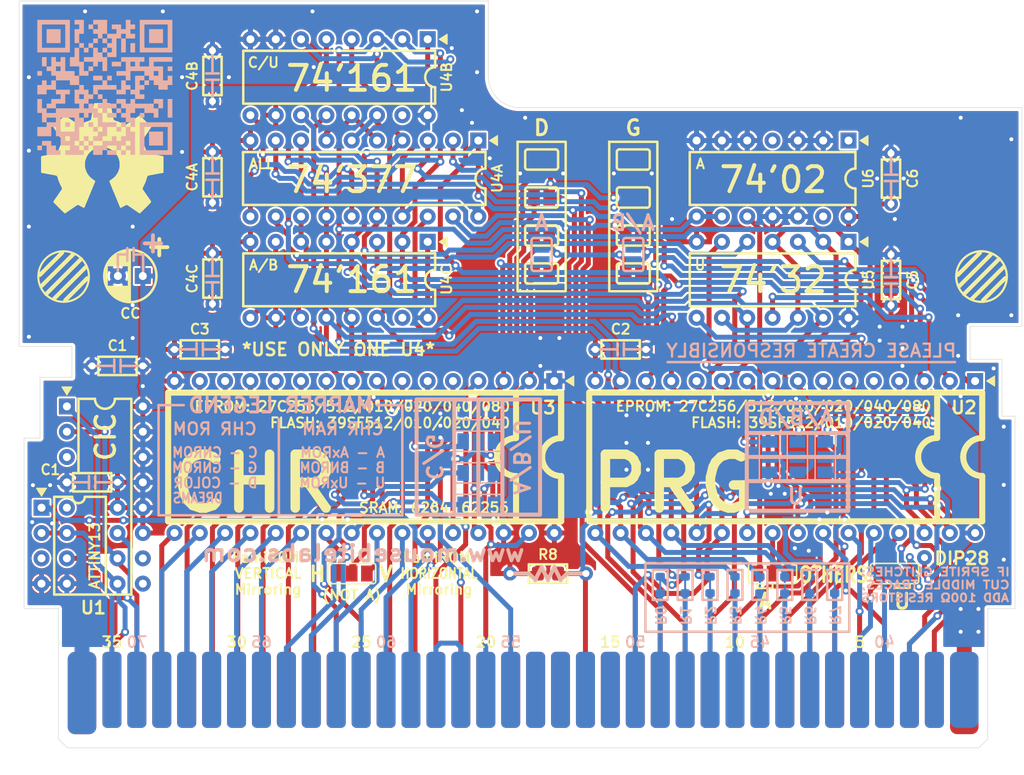
<source format=kicad_pcb>
(kicad_pcb (version 20240108) (generator "pcbnew") (generator_version "8.0")
  (layers (0 "F.Cu" signal) (31 "B.Cu" signal) (34 "B.Paste" user) (35 "F.Paste" user) (36 "B.SilkS" user "B.Silkscreen") (37 "F.SilkS" user "F.Silkscreen") (38 "B.Mask" user) (39 "F.Mask" user) (44 "Edge.Cuts" user))
  (net 0 "")
  (net 1 "/Q_{0U}")
  (net 2 "/AA13")
  (net 3 "/AA14")
  (net 4 "/AA15")
  (net 5 "/AA16")
  (net 8 "Net-(P1-D6)")
  (net 9 "Net-(P1-D5)")
  (net 10 "Net-(P1-D4)")
  (net 11 "Net-(P1-D3)")
  (net 12 "Net-(P1-D2)")
  (net 13 "Net-(P1-D1)")
  (net 14 "GND")
  (net 15 "+5V")
  (net 16 "/D_{4}")
  (net 17 "Net-(JP2-B)")
  (net 18 "/D_{2}")
  (net 19 "/D_{3}")
  (net 20 "/D_{5}")
  (net 21 "/RA_{15}")
  (net 22 "/Q_{2}")
  (net 23 "/RA_{16}")
  (net 24 "/Q_{3}")
  (net 25 "/VRAM_{A10}")
  (net 26 "/PA_{10}")
  (net 27 "/PA_{11}")
  (net 28 "/Q_{0}")
  (net 29 "/Q_{1}")
  (net 30 "/~{PWR}")
  (net 31 "/Q_{1U}")
  (net 32 "/Q_{3U}")
  (net 33 "/RA_{17}")
  (net 34 "/Q_{2U}")
  (net 35 "/A_{14}")
  (net 36 "/RA_{14}")
  (net 37 "/~{OE}_{PRG}")
  (net 38 "/EXP_{0}")
  (net 39 "Net-(P1-D0)")
  (net 40 "/D_{0}")
  (net 41 "/D_{1}")
  (net 42 "/D_{6}")
  (net 43 "/D_{7}")
  (net 44 "Net-(P1-D7)")
  (net 48 "/CIC_{RST}")
  (net 49 "/CIC_{CLK}")
  (net 50 "/CIC_{toMB}")
  (net 51 "/CIC_{toPak}")
  (net 54 "/EXP_{5}")
  (net 55 "/A_{1}")
  (net 56 "/~{ROMSEL}")
  (net 57 "/A_{2}")
  (net 58 "/A_{11}")
  (net 59 "/A_{0}")
  (net 60 "/A_{5}")
  (net 61 "/A_{3}")
  (net 62 "/A_{7}")
  (net 63 "/A_{4}")
  (net 64 "/A_{12}")
  (net 65 "/A_{9}")
  (net 66 "/A_{6}")
  (net 67 "/A_{10}")
  (net 68 "/A_{8}")
  (net 69 "/A_{13}")
  (net 70 "/PA_{9}")
  (net 71 "/PA_{6}")
  (net 72 "/PA_{12}")
  (net 73 "/PD_{2}")
  (net 74 "/PA_{3}")
  (net 75 "/PA_{8}")
  (net 76 "/PD_{3}")
  (net 77 "/~{PRD}")
  (net 78 "/PD_{4}")
  (net 79 "/PA_{13}")
  (net 80 "/PA_{1}")
  (net 81 "/PD_{1}")
  (net 82 "/PD_{0}")
  (net 83 "/PD_{7}")
  (net 84 "/PA_{2}")
  (net 85 "/PD_{6}")
  (net 86 "/PA_{0}")
  (net 87 "/PA_{5}")
  (net 88 "/PD_{5}")
  (net 89 "/PA_{4}")
  (net 90 "/PA_{7}")
  (net 91 "/R{slash}~{W}")
  (net 95 "/Q_{7}")
  (net 96 "/RA_{18}")
  (net 97 "/Q_{6}")
  (net 98 "/Q_{5}")
  (net 99 "/Q_{4}")
  (net 104 "Net-(P1-VRAM_~{CS})")
  (footprint "Bucketmouse:THT_SMT_0803_SHORT" (layer "F.Cu") (at 184.2698 106.69 90)
    (property "Reference" "C5")
    (property "Value" "0.1u")
  )
  (footprint "LOGO" (layer "F.Cu") (at 105.156 90.678)
    (property "Reference" "G***" (hide yes))
    (property "Value" "LOGO" (hide yes))
  )
  (footprint "Bucketmouse:Cart_Edge_NES_72" (layer "F.Cu") (at 147.3708 149.821)
    (property "Reference" "P1" (hide yes))
    (property "Value" "NES_Cartridge")
    (fp_line (start -46.609 -13.97) (end -48.26 -13.97) (stroke (width 0.0508)) (layer "Edge.Cuts"))
    (fp_line (start -46.609 -13.97) (end -46.609 -0.889) (stroke (width 0.0508)) (layer "Edge.Cuts"))
    (fp_line (start -45.72 0) (end -46.609 -0.889) (stroke (width 0.0508)) (layer "Edge.Cuts"))
    (fp_line (start -45.72 0) (end 45.72 0) (stroke (width 0.0508)) (layer "Edge.Cuts"))
    (fp_line (start 46.609 -13.97) (end 48.26 -13.97) (stroke (width 0.0508)) (layer "Edge.Cuts"))
    (fp_line (start 46.609 -0.889) (end 45.72 0) (stroke (width 0.0508)) (layer "Edge.Cuts"))
    (fp_line (start 46.609 -0.889) (end 46.609 -13.97) (stroke (width 0.0508)) (layer "Edge.Cuts"))
  )
  (footprint "Bucketmouse:CP_Radial_D5.0mm_P2.50mm" (layer "F.Cu") (at 109.22 102.489 180)
    (property "Reference" "CC")
    (property "Value" "22u")
  )
  (footprint "Bucketmouse:THT_SMT_0803_SHORT" (layer "F.Cu") (at 110.49 111.506 180)
    (property "Reference" "C1")
    (property "Value" "0.1u")
  )
  (footprint "Bucketmouse:SJ" (layer "F.Cu") (at 158.4198 102.235)
    (property "Reference" "JP5" (hide yes))
    (property "Value" "Jumper_2_Open")
  )
  (footprint "Bucketmouse:DIP-14_W7.62mm" (layer "F.Cu") (at 180.0098 88.9 -90)
    (property "Reference" "U6")
    (property "Value" "74LS02")
  )
  (footprint "TestPoint:TestPoint_THTPad_D1.5mm_Drill0.7mm" (layer "F.Cu") (at 187.6298 130.7338)
    (property "Reference" "TP1" (hide yes))
    (property "Value" "TestPoint")
  )
  (footprint "Bucketmouse:SJ" (layer "F.Cu") (at 158.4198 90.805)
    (property "Reference" "JP6" (hide yes))
    (property "Value" "Jumper_2_Open")
  )
  (footprint "Bucketmouse:DIP-8_W7.62mm" (layer "F.Cu") (at 99.06 125.73)
    (property "Reference" "U1B1" (hide yes))
    (property "Value" "ATtiny13")
  )
  (footprint "Bucketmouse:SJ_2" (layer "F.Cu") (at 172.3898 132.334 180)
    (property "Reference" "JP2" (hide yes))
    (property "Value" "Jumper_3_Open")
  )
  (footprint "Bucketmouse:THT_SMT_0803_SHORT" (layer "F.Cu") (at 118.745 109.855 180)
    (property "Reference" "C3")
    (property "Value" "0.1u")
  )
  (footprint "Bucketmouse:SJ" (layer "F.Cu") (at 149.225 94.615)
    (property "Reference" "JP19" (hide yes))
    (property "Value" "Jumper_2_Open")
  )
  (footprint "Bucketmouse:SJ" (layer "F.Cu") (at 158.4198 94.615)
    (property "Reference" "JP7" (hide yes))
    (property "Value" "Jumper_2_Open")
  )
  (footprint "Bucketmouse:DIP-14_W7.62mm" (layer "F.Cu") (at 180.0098 99.06 -90)
    (property "Reference" "U5")
    (property "Value" "74LS32")
  )
  (footprint "Bucketmouse:THT_SMT_0803_SHORT" (layer "F.Cu") (at 160.9598 109.855 180)
    (property "Reference" "C2")
    (property "Value" "0.1u")
  )
  (footprint "Bucketmouse:THT_SMT_0803_SHORT" (layer "F.Cu") (at 116.205 106.553 90)
    (property "Reference" "C4C")
    (property "Value" "0.1u")
  )
  (footprint "Bucketmouse:THT_SMT_0803_SHORT" (layer "F.Cu") (at 184.2698 96.53 90)
    (property "Reference" "C6")
    (property "Value" "0.1u")
  )
  (footprint "Bucketmouse:DIP-16_W7.62mm" (layer "F.Cu") (at 137.795 99.06 -90)
    (property "Reference" "U4C")
    (property "Value" "74LS161")
  )
  (footprint "Bucketmouse:THT_SMT_0803" (layer "F.Cu") (at 146.05 132.334)
    (property "Reference" "R8")
    (property "Value" "100k")
  )
  (footprint "Bucketmouse:SJ" (layer "F.Cu") (at 158.4198 98.425)
    (property "Reference" "JP8" (hide yes))
    (property "Value" "Jumper_2_Open")
  )
  (footprint "Bucketmouse:SJ_2" (layer "F.Cu") (at 130.175 132.334)
    (property "Reference" "JP3" (hide yes))
    (property "Value" "Jumper_3_Open")
  )
  (footprint "Bucketmouse:DIP-20_W7.62mm" (layer "F.Cu") (at 142.875 88.9 -90)
    (property "Reference" "U4A")
    (property "Value" "74LS377")
  )
  (footprint "Bucketmouse:SJ" (layer "F.Cu") (at 149.225 102.235)
    (property "Reference" "JP20" (hide yes))
    (property "Value" "Jumper_2_Open")
  )
  (footprint "Bucketmouse:DIP-16_W7.62mm" (layer "F.Cu") (at 101.60365 115.57)
    (property "Reference" "U1A1" (hide yes))
    (property "Value" "CIC")
  )
  (footprint "Bucketmouse:DIP-16_W7.62mm" (layer "F.Cu") (at 137.795 78.74 -90)
    (property "Reference" "U4B")
    (property "Value" "74LS161")
  )
  (footprint "Bucketmouse:DIP-32_W15.24mm" (layer "F.Cu") (at 192.7098 113.03 -90)
    (property "Reference" "U2" (hide yes))
    (property "Value" "39SF040")
  )
  (footprint "Bucketmouse:DIP-32_W15.24mm" (layer "F.Cu") (at 150.495 113.025 -90)
    (property "Reference" "U3" (hide yes))
    (property "Value" "39SF040/6264")
  )
  (footprint "Bucketmouse:SJ_2" (layer "F.Cu") (at 184.6326 132.334 180)
    (property "Reference" "JP1" (hide yes))
    (property "Value" "Jumper_3_Open")
  )
  (footprint "Bucketmouse:THT_SMT_0803_SHORT" (layer "F.Cu") (at 116.205 86.233 90)
    (property "Reference" "C4B")
    (property "Value" "0.1u")
  )
  (footprint "Bucketmouse:SJ" (layer "F.Cu") (at 149.225 90.805)
    (property "Reference" "JP18" (hide yes))
    (property "Value" "Jumper_2_Open")
  )
  (footprint "Bucketmouse:THT_SMT_0803_SHORT" (layer "F.Cu") (at 107.95 123.179856 180)
    (property "Reference" "C1")
    (property "Value" "0.1u")
  )
  (footprint "Bucketmouse:SJ" (layer "F.Cu") (at 149.225 98.425)
    (property "Reference" "JP17" (hide yes))
    (property "Value" "Jumper_2_Open")
  )
  (footprint "Bucketmouse:THT_SMT_0803_SHORT" (layer "F.Cu") (at 116.205 96.393 90)
    (property "Reference" "C4A")
    (property "Value" "0.1u")
  )
  (footprint "Bucketmouse:R_0603_1608Metric_Boxed_SHORTED" (layer "B.Cu") (at 176.12 133.477 90)
    (property "Reference" "R6")
    (property "Value" "R_Small")
  )
  (footprint "LOGO" (layer "B.Cu") (at 191.008 96.52 180)
    (property "Reference" "G***" (hide yes))
    (property "Value" "LOGO" (hide yes))
  )
  (footprint "Bucketmouse:SJ_2" (layer "B.Cu") (at 142.875 122.2375)
    (property "Reference" "JP14" (hide yes))
    (property "Value" "Jumper_3_Open")
  )
  (footprint "Bucketmouse:SJ_2" (layer "B.Cu") (at 142.875 119.0625)
    (property "Reference" "JP13" (hide yes))
    (property "Value" "Jumper_3_Open")
  )
  (footprint "LOGO" (layer "B.Cu") (at 105.41 83.566 180)
    (property "Reference" "G***" (hide yes))
    (property "Value" "LOGO" (hide yes))
  )
  (footprint "Bucketmouse:SJ_2" (layer "B.Cu") (at 142.875 115.8875)
    (property "Reference" "JP16" (hide yes))
    (property "Value" "Jumper_3_Open")
  )
  (footprint "Bucketmouse:SJ_2" (layer "B.Cu") (at 174.879 120.65 -90)
    (property "Reference" "JP9" (hide yes))
    (property "Value" "Jumper_3_Open")
  )
  (footprint "Bucketmouse:R_0603_1608Metric_Boxed_SHORTED" (layer "B.Cu") (at 171.12 133.477 90)
    (property "Reference" "R4")
    (property "Value" "R_Small")
  )
  (footprint "Bucketmouse:SJ" (layer "B.Cu") (at 158.4198 100.33 90)
    (property "Reference" "JP12" (hide yes))
    (property "Value" "Jumper_2_Open")
  )
  (footprint "Bucketmouse:R_0603_1608Metric_Boxed_SHORTED" (layer "B.Cu") (at 168.62 133.477 90)
    (property "Reference" "R3")
    (property "Value" "R_Small")
  )
  (footprint "Bucketmouse:R_0603_1608Metric_Boxed_SHORTED" (layer "B.Cu") (at 173.62 133.477 90)
    (property "Reference" "R5")
    (property "Value" "R_Small")
  )
  (footprint "Bucketmouse:SJ" (layer "B.Cu") (at 149.225 100.33 90)
    (property "Reference" "JP4" (hide yes))
    (property "Value" "Jumper_2_Open")
  )
  (footprint "Bucketmouse:R_0603_1608Metric_Boxed_SHORTED" (layer "B.Cu") (at 161.12 133.477 90)
    (property "Reference" "R0")
    (property "Value" "R_Small")
  )
  (footprint "Bucketmouse:SJ_2" (layer "B.Cu") (at 142.875 125.4125)
    (property "Reference" "JP15" (hide yes))
    (property "Value" "Jumper_3_Open")
  )
  (footprint "Bucketmouse:R_0603_1608Metric_Boxed_SHORTED" (layer "B.Cu") (at 163.62 133.477 90)
    (property "Reference" "R1")
    (property "Value" "R_Small")
  )
  (footprint "Bucketmouse:SJ_2" (layer "B.Cu") (at 172.085 120.65 -90)
    (property "Reference" "JP11" (hide yes))
    (property "Value" "Jumper_3_Open")
  )
  (footprint "Bucketmouse:R_0603_1608Metric_Boxed_SHORTED" (layer "B.Cu") (at 178.62 133.477 90)
    (property "Reference" "R7")
    (property "Value" "R_Small")
  )
  (footprint "Bucketmouse:R_0603_1608Metric_Boxed_SHORTED" (layer "B.Cu") (at 166.12 133.477 90)
    (property "Reference" "R2")
    (property "Value" "R_Small")
  )
  (footprint "Bucketmouse:SJ_2" (layer "B.Cu") (at 177.673 120.65 -90)
    (property "Reference" "JP10" (hide yes))
    (property "Value" "Jumper_3_Open")
  )
  (gr_line (start 151.765 132.334) (end 151.13 132.969) (stroke (width 0.4064)) (layer "B.SilkS"))
  (gr_line (start 106.99115 111.506) (end 106.99115 112.141) (stroke (width 0.254)) (layer "B.SilkS"))
  (gr_line (start 179.959 118.237) (end 169.799 118.237) (stroke (width 0.4064)) (layer "B.SilkS"))
  (gr_line (start 169.80535 115.242356) (end 169.80535 118.099856) (stroke (width 0.4064)) (layer "B.SilkS"))
  (gr_line (start 184.277 102.616) (end 184.912 102.616) (stroke (width 0.254)) (layer "B.SilkS"))
  (gr_line (start 140.462 114.8715) (end 140.462 126.4285) (stroke (width 0.4064)) (layer "B.SilkS"))
  (gr_line (start 159.639 131.318) (end 159.639 138.176) (stroke (width 0.254)) (layer "B.SilkS"))
  (gr_line (start 116.205 92.837) (end 115.57 92.837) (stroke (width 0.254)) (layer "B.SilkS"))
  (gr_line (start 101.59365 123.179856) (end 103.81615 123.179856) (stroke (width 0.254)) (layer "B.SilkS"))
  (gr_line (start 179.959 123.063) (end 169.799 123.063) (stroke (width 0.4064)) (layer "B.SilkS"))
  (gr_line (start 103.81615 123.179856) (end 103.81615 122.544856) (stroke (width 0.254)) (layer "B.SilkS"))
  (gr_line (start 184.277 95.1865) (end 184.277 92.964) (stroke (width 0.254)) (layer "B.SilkS"))
  (gr_line (start 184.277 92.964) (end 183.642 92.964) (stroke (width 0.254)) (layer "B.SilkS"))
  (gr_line (start 136.68375 114.8715) (end 136.68375 126.4285) (stroke (width 0.4064)) (layer "B.SilkS"))
  (gr_line (start 104.45115 123.179856) (end 104.45115 122.544856) (stroke (width 0.254)) (layer "B.SilkS"))
  (gr_line (start 149.06625 126.4285) (end 149.06625 114.8715) (stroke (width 0.4064)) (layer "B.SilkS"))
  (gr_line (start 116.205 82.169) (end 115.57 82.169) (stroke (width 0.254)) (layer "B.SilkS"))
  (gr_line (start 106.35615 111.506) (end 106.35615 112.141) (stroke (width 0.254)) (layer "B.SilkS"))
  (gr_line (start 159.69615 109.844856) (end 157.47365 109.844856) (stroke (width 0.254)) (layer "B.SilkS"))
  (gr_line (start 116.205 102.489) (end 115.57 102.489) (stroke (width 0.254)) (layer "B.SilkS"))
  (gr_line (start 184.277 100.3935) (end 184.277 102.616) (stroke (width 0.254)) (layer "B.SilkS"))
  (gr_line (start 108.29925 100.33) (end 108.29925 99.695) (stroke (width 0.254)) (layer "B.SilkS"))
  (gr_line (start 179.96535 118.099856) (end 179.96535 120.639856) (stroke (width 0.4064)) (layer "B.SilkS"))
  (gr_line (start 116.205 92.837) (end 116.84 92.837) (stroke (width 0.254)) (layer "B.SilkS"))
  (gr_line (start 179.96535 120.639856) (end 179.96535 123.179856) (stroke (width 0.4064)) (layer "B.SilkS"))
  (gr_line (start 107.66425 100.33) (end 107.66425 100.965) (stroke (width 0.254)) (layer "B.SilkS"))
  (gr_line (start 169.80535 120.639856) (end 169.80535 123.179856) (stroke (width 0.4064)) (layer "B.SilkS"))
  (gr_line (start 106.99115 111.506) (end 106.99115 110.871) (stroke (width 0.254)) (layer "B.SilkS"))
  (gr_line (start 157.47365 109.844856) (end 157.47365 109.209856) (stroke (width 0.254)) (layer "B.SilkS"))
  (gr_line (start 116.205 100.2665) (end 116.205 102.489) (stroke (width 0.254)) (layer "B.SilkS"))
  (gr_line (start 135.24865 126.492) (end 135.24865 115.443) (stroke (width 0.254)) (layer "B.SilkS"))
  (gr_line (start 107.66425 100.33) (end 107.66425 99.695) (stroke (width 0.254)) (layer "B.SilkS"))
  (gr_line (start 116.205 82.804) (end 115.57 82.804) (stroke (width 0.254)) (layer "B.SilkS"))
  (gr_line (start 180.086 131.318) (end 180.086 138.176) (stroke (width 0.254)) (layer "B.SilkS"))
  (gr_line (start 112.38865 109.844856) (end 114.61115 109.844856) (stroke (width 0.254)) (layer "B.SilkS"))
  (gr_line (start 116.205 82.169) (end 116.84 82.169) (stroke (width 0.254)) (layer "B.SilkS"))
  (gr_line (start 149.06625 114.8715) (end 145.89125 114.8715) (stroke (width 0.4064)) (layer "B.SilkS"))
  (gr_line (start 145.89125 126.4285) (end 149.06625 126.4285) (stroke (width 0.4064)) (layer "B.SilkS"))
  (gr_line (start 142.875 114.8715) (end 139.85875 114.8715) (stroke (width 0.4064)) (layer "B.SilkS"))
  (gr_line (start 184.277 103.251) (end 184.912 103.251) (stroke (width 0.254)) (layer "B.SilkS"))
  (gr_line (start 122.86615 126.492) (end 135.24865 126.492) (stroke (width 0.254)) (layer "B.SilkS"))
  (gr_line (start 109.25175 100.33) (end 109.25175 102.5525) (stroke (width 0.254)) (layer "B.SilkS"))
  (gr_line (start 115.24615 109.844856) (end 115.24615 109.209856) (stroke (width 0.254)) (layer "B.SilkS"))
  (gr_line (start 116.205 102.489) (end 116.84 102.489) (stroke (width 0.254)) (layer "B.SilkS"))
  (gr_line (start 110.80115 126.492) (end 122.8725 126.492) (stroke (width 0.254)) (layer "B.SilkS"))
  (gr_line (start 157.47365 109.844856) (end 157.47365 110.479856) (stroke (width 0.254)) (layer "B.SilkS"))
  (gr_line (start 142.875 114.8715) (end 142.875 126.4285) (stroke (width 0.4064)) (layer "B.SilkS"))
  (gr_line (start 149.225 131.699) (end 148.59 132.969) (stroke (width 0.4064)) (layer "B.SilkS"))
  (gr_line (start 151.13 132.969) (end 150.495 131.699) (stroke (width 0.4064)) (layer "B.SilkS"))
  (gr_line (start 106.67365 123.179856) (end 104.45115 123.179856) (stroke (width 0.254)) (layer "B.SilkS"))
  (gr_line (start 156.83865 109.844856) (end 156.83865 110.479856) (stroke (width 0.254)) (layer "B.SilkS"))
  (gr_line (start 116.205 92.202) (end 115.57 92.202) (stroke (width 0.254)) (layer "B.SilkS"))
  (gr_line (start 122.86615 126.492) (end 122.86615 116.84) (stroke (width 0.254)) (layer "B.SilkS"))
  (gr_line (start 116.205 79.9465) (end 116.205 82.169) (stroke (width 0.254)) (layer "B.SilkS"))
  (gr_line (start 136.68375 126.4285) (end 139.85875 126.4285) (stroke (width 0.4064)) (layer "B.SilkS"))
  (gr_line (start 139.85875 114.8715) (end 136.68375 114.8715) (stroke (width 0.4064)) (layer "B.SilkS"))
  (gr_line (start 147.955 132.334) (end 146.05 132.334) (stroke (width 0.4064)) (layer "B.SilkS"))
  (gr_line (start 179.96535 120.639856) (end 169.80535 120.639856) (stroke (width 0.4064)) (layer "B.SilkS"))
  (gr_line (start 169.80535 118.099856) (end 169.80535 120.639856) (stroke (width 0.4064)) (layer "B.SilkS"))
  (gr_line (start 153.67 132.334) (end 151.765 132.334) (stroke (width 0.4064)) (layer "B.SilkS"))
  (gr_line (start 117.46865 109.844856) (end 115.24615 109.844856) (stroke (width 0.254)) (layer "B.SilkS"))
  (gr_line (start 116.205 105.3465) (end 116.205 103.124) (stroke (width 0.254)) (layer "B.SilkS"))
  (gr_line (start 179.96535 123.179856) (end 179.96535 126.037356) (stroke (width 0.4064)) (layer "B.SilkS"))
  (gr_line (start 184.277 103.251) (end 183.642 103.251) (stroke (width 0.254)) (layer "B.SilkS"))
  (gr_line (start 115.24615 109.844856) (end 115.24615 110.479856) (stroke (width 0.254)) (layer "B.SilkS"))
  (gr_line (start 184.277 92.964) (end 184.912 92.964) (stroke (width 0.254)) (layer "B.SilkS"))
  (gr_line (start 116.205 103.124) (end 116.84 103.124) (stroke (width 0.254)) (layer "B.SilkS"))
  (gr_line (start 156.83865 109.844856) (end 156.83865 109.209856) (stroke (width 0.254)) (layer "B.SilkS"))
  (gr_line (start 179.96535 115.242356) (end 179.96535 118.099856) (stroke (width 0.4064)) (layer "B.SilkS"))
  (gr_line (start 116.205 89.9795) (end 116.205 92.202) (stroke (width 0.254)) (layer "B.SilkS"))
  (gr_line (start 116.205 92.202) (end 116.84 92.202) (stroke (width 0.254)) (layer "B.SilkS"))
  (gr_line (start 135.24865 115.443) (end 132.715 115.443) (stroke (width 0.254)) (layer "B.SilkS"))
  (gr_line (start 142.875 126.4285) (end 145.89125 126.4285) (stroke (width 0.4064)) (layer "B.SilkS"))
  (gr_line (start 148.59 132.969) (end 147.955 132.334) (stroke (width 0.4064)) (layer "B.SilkS"))
  (gr_line (start 184.277 92.329) (end 184.912 92.329) (stroke (width 0.254)) (layer "B.SilkS"))
  (gr_line (start 109.25175 100.33) (end 108.29925 100.33) (stroke (width 0.254)) (layer "B.SilkS"))
  (gr_line (start 108.29925 100.33) (end 108.29925 100.965) (stroke (width 0.254)) (layer "B.SilkS"))
  (gr_line (start 179.96535 115.242356) (end 169.80535 115.242356) (stroke (width 0.4064)) (layer "B.SilkS"))
  (gr_line (start 109.21365 111.506) (end 106.99115 111.506) (stroke (width 0.254)) (layer "B.SilkS"))
  (gr_line (start 184.277 92.329) (end 183.642 92.329) (stroke (width 0.254)) (layer "B.SilkS"))
  (gr_line (start 179.96535 126.037356) (end 169.80535 126.037356) (stroke (width 0.4064)) (layer "B.SilkS"))
  (gr_line (start 103.81615 123.179856) (end 103.81615 123.814856) (stroke (width 0.254)) (layer "B.SilkS"))
  (gr_line (start 116.205 95.0595) (end 116.205 92.837) (stroke (width 0.254)) (layer "B.SilkS"))
  (gr_line (start 159.639 138.176) (end 180.086 138.176) (stroke (width 0.254)) (layer "B.SilkS"))
  (gr_line (start 145.89125 114.8715) (end 142.875 114.8715) (stroke (width 0.4064)) (layer "B.SilkS"))
  (gr_line (start 116.205 103.124) (end 115.57 103.124) (stroke (width 0.254)) (layer "B.SilkS"))
  (gr_line (start 104.13365 111.506) (end 106.35615 111.506) (stroke (width 0.254)) (layer "B.SilkS"))
  (gr_line (start 104.45115 123.179856) (end 104.45115 123.814856) (stroke (width 0.254)) (layer "B.SilkS"))
  (gr_line (start 139.85875 126.4285) (end 142.875 126.4285) (stroke (width 0.4064)) (layer "B.SilkS"))
  (gr_line (start 106.35615 111.506) (end 106.35615 110.871) (stroke (width 0.254)) (layer "B.SilkS"))
  (gr_line (start 106.71175 100.33) (end 106.71175 102.5525) (stroke (width 0.254)) (layer "B.SilkS"))
  (gr_line (start 184.277 105.4735) (end 184.277 103.251) (stroke (width 0.254)) (layer "B.SilkS"))
  (gr_line (start 145.288 114.8715) (end 145.288 126.4285) (stroke (width 0.4064)) (layer "B.SilkS"))
  (gr_line (start 114.61115 109.844856) (end 114.61115 109.209856) (stroke (width 0.254)) (layer "B.SilkS"))
  (gr_line (start 154.61615 109.844856) (end 156.83865 109.844856) (stroke (width 0.254)) (layer "B.SilkS"))
  (gr_line (start 150.495 131.699) (end 149.86 132.969) (stroke (width 0.4064)) (layer "B.SilkS"))
  (gr_line (start 106.71175 100.33) (end 107.66425 100.33) (stroke (width 0.254)) (layer "B.SilkS"))
  (gr_line (start 116.205 85.0265) (end 116.205 82.804) (stroke (width 0.254)) (layer "B.SilkS"))
  (gr_line (start 169.80535 123.179856) (end 169.80535 126.037356) (stroke (width 0.4064)) (layer "B.SilkS"))
  (gr_line (start 180.086 131.318) (end 159.639 131.318) (stroke (width 0.254)) (layer "B.SilkS"))
  (gr_line (start 149.86 132.969) (end 149.225 131.699) (stroke (width 0.4064)) (layer "B.SilkS"))
  (gr_line (start 184.277 102.616) (end 183.642 102.616) (stroke (width 0.254)) (layer "B.SilkS"))
  (gr_line (start 116.205 82.804) (end 116.84 82.804) (stroke (width 0.254)) (layer "B.SilkS"))
  (gr_line (start 190.6905 111.125) (end 161.8615 111.125) (stroke (width 0.25)) (layer "B.SilkS"))
  (gr_line (start 110.80115 115.443) (end 110.80115 126.492) (stroke (width 0.254)) (layer "B.SilkS"))
  (gr_line (start 114.61115 109.844856) (end 114.61115 110.479856) (stroke (width 0.254)) (layer "B.SilkS"))
  (gr_line (start 184.277 90.1065) (end 184.277 92.329) (stroke (width 0.254)) (layer "B.SilkS"))
  (gr_line (start 113.33115 115.443) (end 110.80115 115.443) (stroke (width 0.254)) (layer "B.SilkS"))
  (gr_circle (center 193.35115 102.542356) (end 195.89115 102.542356) (stroke (width 0.2032)) (fill none) (layer "F.SilkS"))
  (gr_arc (start 193.421 122.5464) (mid 192.07402 121.98838) (end 191.516 120.6414) (stroke (width 0.6096)) (layer "F.SilkS"))
  (gr_line (start 151.1808 114.185) (end 111.76 114.185) (stroke (width 0.6096)) (layer "F.SilkS"))
  (gr_arc (start 151.1808 122.5584) (mid 149.83382 122.00038) (end 149.2758 120.6534) (stroke (width 0.6096)) (layer "F.SilkS"))
  (gr_arc (start 191.516 120.6414) (mid 192.073959 119.294359) (end 193.421 118.7364) (stroke (width 0.6096)) (layer "F.SilkS"))
  (gr_line (start 99.05365 103.494856) (end 102.22865 100.319856) (stroke (width 0.4064)) (layer "F.SilkS"))
  (gr_rect (start 156.0068 89.027) (end 160.8328 104.013) (stroke (width 0.25)) (fill none) (layer "F.SilkS"))
  (gr_line (start 111.76 114.185) (end 111.76 127.105) (stroke (width 0.6096)) (layer "F.SilkS"))
  (gr_line (start 101.4349 104.923606) (end 103.6574 102.701106) (stroke (width 0.4064)) (layer "F.SilkS"))
  (gr_rect (start 146.812 89.027) (end 151.638 104.013) (stroke (width 0.25)) (fill none) (layer "F.SilkS"))
  (gr_line (start 103.403907 124.6378) (end 105.5116 124.6378) (stroke (width 0.25)) (layer "F.SilkS"))
  (gr_line (start 146.6596 114.1984) (end 146.6596 118.745) (stroke (width 0.6096)) (layer "F.SilkS"))
  (gr_arc (start 149.2758 120.6534) (mid 149.833759 119.306359) (end 151.1808 118.7484) (stroke (width 0.6096)) (layer "F.SilkS"))
  (gr_arc (start 106.4184 114.808) (mid 105.4184 115.808) (end 104.4184 114.808) (stroke (width 0.25)) (layer "F.SilkS"))
  (gr_line (start 154.0002 114.173) (end 154.0002 127.093) (stroke (width 0.6096)) (layer "F.SilkS"))
  (gr_line (start 188.8998 127.0896) (end 188.8998 122.543) (stroke (width 0.6096)) (layer "F.SilkS"))
  (gr_line (start 100.33 124.6378) (end 100.33 134.4422) (stroke (width 0.25)) (layer "F.SilkS"))
  (gr_arc (start 188.8998 122.543) (mid 187.55282 121.98498) (end 186.9948 120.638) (stroke (width 0.6096)) (layer "F.SilkS"))
  (gr_line (start 193.421 114.173) (end 154.0002 114.173) (stroke (width 0.6096)) (layer "F.SilkS"))
  (gr_line (start 104.4184 114.808) (end 102.7684 114.808) (stroke (width 0.25)) (layer "F.SilkS"))
  (gr_line (start 100.33 134.4422) (end 108.0684 134.4422) (stroke (width 0.25)) (layer "F.SilkS"))
  (gr_line (start 193.421 114.173) (end 193.421 118.7364) (stroke (width 0.6096)) (layer "F.SilkS"))
  (gr_line (start 193.5099 104.923606) (end 195.7324 102.701106) (stroke (width 0.4064)) (layer "F.SilkS"))
  (gr_line (start 170.8658 133.3754) (end 170.8658 133.8072) (stroke (width 0.2)) (layer "F.SilkS"))
  (gr_line (start 100.32365 104.764856) (end 103.49865 101.589856) (stroke (width 0.4064)) (layer "F.SilkS"))
  (gr_arc (start 186.9948 120.638) (mid 187.552759 119.290959) (end 188.8998 118.733) (stroke (width 0.6096)) (layer "F.SilkS"))
  (gr_line (start 102.7684 114.808) (end 102.7684 122.2502) (stroke (width 0.25)) (layer "F.SilkS"))
  (gr_line (start 108.0684 114.808) (end 106.4184 114.808) (stroke (width 0.25)) (layer "F.SilkS"))
  (gr_line (start 170.8658 133.8072) (end 172.3898 133.8072) (stroke (width 0.2)) (layer "F.SilkS"))
  (gr_line (start 98.8949 102.383606) (end 101.1174 100.161106) (stroke (width 0.4064)) (layer "F.SilkS"))
  (gr_line (start 151.1808 114.2018) (end 151.1808 118.7484) (stroke (width 0.6096)) (layer "F.SilkS"))
  (gr_line (start 108.0684 134.4422) (end 108.0684 114.808) (stroke (width 0.25)) (layer "F.SilkS"))
  (gr_line (start 193.421 122.5464) (end 193.421 127.093) (stroke (width 0.6096)) (layer "F.SilkS"))
  (gr_line (start 195.0974 100.796106) (end 191.6049 104.288606) (stroke (width 0.4064)) (layer "F.SilkS"))
  (gr_line (start 184.6326 133.3754) (end 184.6326 133.7818) (stroke (width 0.2)) (layer "F.SilkS"))
  (gr_line (start 188.8998 114.1864) (end 188.8998 118.733) (stroke (width 0.6096)) (layer "F.SilkS"))
  (gr_arc (start 146.6596 122.555) (mid 145.312629 121.99699) (end 144.7546 120.65) (stroke (width 0.6096)) (layer "F.SilkS"))
  (gr_line (start 192.39865 104.764856) (end 195.57365 101.589856) (stroke (width 0.4064)) (layer "F.SilkS"))
  (gr_line (start 103.0224 100.796106) (end 99.5299 104.288606) (stroke (width 0.4064)) (layer "F.SilkS"))
  (gr_line (start 105.5116 124.6378) (end 105.5116 134.4422) (stroke (width 0.25)) (layer "F.SilkS"))
  (gr_line (start 172.3898 133.8072) (end 172.3898 133.3754) (stroke (width 0.2)) (layer "F.SilkS"))
  (gr_line (start 151.1808 122.5584) (end 151.1808 127.105) (stroke (width 0.6096)) (layer "F.SilkS"))
  (gr_line (start 191.12865 103.494856) (end 194.30365 100.319856) (stroke (width 0.4064)) (layer "F.SilkS"))
  (gr_circle (center 193.35115 102.542356) (end 195.89115 102.542356) (stroke (width 0.2032)) (fill none) (layer "F.SilkS"))
  (gr_arc (start 103.403907 124.6378) (mid 102.7684 125.273307) (end 102.132893 124.6378) (stroke (width 0.25)) (layer "F.SilkS"))
  (gr_circle (center 101.27615 102.542356) (end 103.81615 102.542356) (stroke (width 0.2032)) (fill none) (layer "F.SilkS"))
  (gr_line (start 151.1808 114.185) (end 151.1808 118.7484) (stroke (width 0.6096)) (layer "F.SilkS"))
  (gr_line (start 193.421 127.093) (end 154.0002 127.093) (stroke (width 0.6096)) (layer "F.SilkS"))
  (gr_arc (start 144.7546 120.65) (mid 145.312564 119.302954) (end 146.6596 118.745) (stroke (width 0.6096)) (layer "F.SilkS"))
  (gr_line (start 151.1808 127.105) (end 111.76 127.105) (stroke (width 0.6096)) (layer "F.SilkS"))
  (gr_line (start 151.1808 127.105) (end 151.1808 122.5584) (stroke (width 0.6096)) (layer "F.SilkS"))
  (gr_line (start 186.1566 133.7818) (end 186.1566 133.3754) (stroke (width 0.2)) (layer "F.SilkS"))
  (gr_line (start 184.6326 133.7818) (end 186.1566 133.7818) (stroke (width 0.2)) (layer "F.SilkS"))
  (gr_line (start 146.6596 127.1016) (end 146.6596 122.555) (stroke (width 0.6096)) (layer "F.SilkS"))
  (gr_line (start 190.9699 102.383606) (end 193.1924 100.161106) (stroke (width 0.4064)) (layer "F.SilkS"))
  (gr_line (start 100.33 124.6378) (end 102.132893 124.6378) (stroke (width 0.25)) (layer "F.SilkS"))
  (gr_line (start 98.9076 112.649) (end 102.1074 112.648972) (stroke (width 0.05)) (layer "Edge.Cuts"))
  (gr_line (start 147.0488 85.605) (end 197.4074 85.605) (stroke (width 0.05)) (layer "Edge.Cuts"))
  (gr_line (start 97.3074 118.748972) (end 98.9074 118.748972) (stroke (width 0.05)) (layer "Edge.Cuts"))
  (gr_line (start 99.1108 135.851) (end 97.3074 135.848972) (stroke (width 0.05)) (layer "Edge.Cuts"))
  (gr_line (start 197.4074 107.548972) (end 197.4074 85.605) (stroke (width 0.05)) (layer "Edge.Cuts"))
  (gr_line (start 196.7074 116.548972) (end 195.4074 116.548972) (stroke (width 0.05)) (layer "Edge.Cuts"))
  (gr_line (start 143.8738 74.904596) (end 96.8074 74.904596) (stroke (width 0.05)) (layer "Edge.Cuts"))
  (gr_line (start 192.2074 107.548972) (end 197.4074 107.548972) (stroke (width 0.05)) (layer "Edge.Cuts"))
  (gr_line (start 196.7074 135.851) (end 196.7074 116.548972) (stroke (width 0.05)) (layer "Edge.Cuts"))
  (gr_line (start 102.1074 109.548972) (end 96.8074 109.548972) (stroke (width 0.05)) (layer "Edge.Cuts"))
  (gr_line (start 96.8074 109.548972) (end 96.8074 74.904596) (stroke (width 0.05)) (layer "Edge.Cuts"))
  (gr_line (start 97.3074 135.848972) (end 97.3074 118.748972) (stroke (width 0.05)) (layer "Edge.Cuts"))
  (gr_line (start 192.2074 110.848972) (end 192.2074 107.548972) (stroke (width 0.05)) (layer "Edge.Cuts"))
  (gr_line (start 143.8738 82.43) (end 143.8738 74.904596) (stroke (width 0.05)) (layer "Edge.Cuts"))
  (gr_line (start 195.4074 116.548972) (end 195.4074 110.848972) (stroke (width 0.05)) (layer "Edge.Cuts"))
  (gr_arc (start 147.0488 85.605) (mid 144.803736 84.675064) (end 143.8738 82.43) (stroke (width 0.05)) (layer "Edge.Cuts"))
  (gr_line (start 195.4074 110.848972) (end 192.2074 110.848972) (stroke (width 0.05)) (layer "Edge.Cuts"))
  (gr_line (start 102.1074 109.548972) (end 102.1074 112.648972) (stroke (width 0.05)) (layer "Edge.Cuts"))
  (gr_line (start 98.9074 118.748972) (end 98.9076 112.649) (stroke (width 0.05)) (layer "Edge.Cuts"))
  (gr_line (start 195.6308 135.851) (end 196.7074 135.851) (stroke (width 0.05)) (layer "Edge.Cuts"))
  (gr_text "ADD 100Ω RESISTORS" (at 196.215 134.7724 0) (layer "B.SilkS") (effects (font (size 0.8 0.9) (thickness 0.2) (bold yes)) (justify left mirror)))
  (gr_text "40" (at 183.6166 139.2174 0) (layer "B.SilkS") (effects (font (size 1.0795 1.0795) (thickness 0.1905)) (justify mirror)))
  (gr_text "C - CNROM" (at 116.459 120.1928 0) (layer "B.SilkS") (effects (font (size 1 0.95) (thickness 0.2) (bold yes)) (justify mirror)))
  (gr_text "DREAMS" (at 114.7318 124.7648 0) (layer "B.SilkS") (effects (font (size 1 0.85) (thickness 0.2) (bold yes)) (justify mirror)))
  (gr_text "C/G" (at 138.43 120.65 270) (layer "B.SilkS") (effects (font (size 1.5 1.5) (thickness 0.3) (bold yes)) (justify mirror)))
  (gr_text "60" (at 133.6294 139.2174 0) (layer "B.SilkS") (effects (font (size 1.0795 1.0795) (thickness 0.1905)) (justify mirror)))
  (gr_text "65" (at 121.1199 139.213606 0) (layer "B.SilkS") (effects (font (size 1.0795 1.0795) (thickness 0.1905)) (justify mirror)))
  (gr_text "A" (at 149.225 97.155 0) (layer "B.SilkS") (effects (font (size 1.5 1.5) (thickness 0.3) (bold yes)) (justify mirror)))
  (gr_text "IF SPRITE GLITCHES:" (at 196.3166 132.1816 0) (layer "B.SilkS") (effects (font (size 0.8 0.97) (thickness 0.2) (bold yes)) (justify left mirror)))
  (gr_text "70" (at 108.6358 139.213606 0) (layer "B.SilkS") (effects (font (size 1.0795 1.0795) (thickness 0.1905)) (justify mirror)))
  (gr_text "MAPPER LEGEND" (at 123.063 115.443 0) (layer "B.SilkS") (effects (font (size 1.5 1.5) (thickness 0.3) (bold yes)) (justify mirror)))
  (gr_text "U - UxROM" (at 129.2352 123.2408 0) (layer "B.SilkS") (effects (font (size 1 0.97) (thickness 0.2) (bold yes)) (justify mirror)))
  (gr_text "A/B/U" (at 147.193 120.65 270) (layer "B.SilkS") (effects (font (size 1.5 1.5) (thickness 0.3) (bold yes)) (justify mirror)))
  (gr_text "A/B" (at 158.369 97.155 0) (layer "B.SilkS") (effects (font (size 1.5 1.5) (thickness 0.3) (bold yes)) (justify mirror)))
  (gr_text "D - COLOR" (at 116.5098 123.2408 0) (layer "B.SilkS") (effects (font (size 1 0.97) (thickness 0.2) (bold yes)) (justify mirror)))
  (gr_text "www.mousebitelabs.com" (at 131.318 130.302 0) (layer "B.SilkS") (effects (font (size 1.6 1.8) (thickness 0.35) (bold yes)) (justify mirror)))
  (gr_text "+" (at 110.236 99.06 0) (layer "B.SilkS") (effects (font (size 2.159 2.159) (thickness 0.381))))
  (gr_text "A - AxROM" (at 129.2606 120.1928 0) (layer "B.SilkS") (effects (font (size 1 1) (thickness 0.2) (bold yes)) (justify mirror)))
  (gr_text "45" (at 171.1198 139.2174 0) (layer "B.SilkS") (effects (font (size 1.0795 1.0795) (thickness 0.1905)) (justify mirror)))
  (gr_text "CUT MIDDLE TRACES," (at 196.2912 133.477 0) (layer "B.SilkS") (effects (font (size 0.8 0.95) (thickness 0.2) (bold yes)) (justify left mirror)))
  (gr_text "55" (at 146.1262 139.2174 0) (layer "B.SilkS") (effects (font (size 1.0795 1.0795) (thickness 0.1905)) (justify mirror)))
  (gr_text "PLEASE CREATE RESPONSIBLY" (at 176.276 109.982 0) (layer "B.SilkS") (effects (font (size 1.2954 1.2954) (thickness 0.2286)) (justify mirror)))
  (gr_text "CHR RAM     CHR ROM" (at 122.809 117.8306 0) (layer "B.SilkS") (effects (font (size 1.2 1.2) (thickness 0.225) (bold yes)) (justify mirror)))
  (gr_text "A/B/D" (at 174.7266 116.671106 0) (layer "B.SilkS") (effects (font (size 1.5 1.5) (thickness 0.3) (bold yes)) (justify mirror)))
  (gr_text "G - GNROM" (at 116.4336 121.7168 0) (layer "B.SilkS") (effects (font (size 1 0.95) (thickness 0.2) (bold yes)) (justify mirror)))
  (gr_text "B - BNROM" (at 129.2352 121.7168 0) (layer "B.SilkS") (effects (font (size 1 0.95) (thickness 0.2) (bold yes)) (justify mirror)))
  (gr_text "U" (at 174.7266 124.608606 0) (layer "B.SilkS") (effects (font (size 1.5 1.5) (thickness 0.3) (bold yes)) (justify mirror)))
  (gr_text "50" (at 158.623 139.213606 0) (layer "B.SilkS") (effects (font (size 1.0795 1.0795) (thickness 0.1905)) (justify mirror)))
  (gr_text "C/U" (at 119.634 81.661 0) (layer "F.SilkS") (effects (font (size 1 1) (thickness 0.2) (bold yes)) (justify left bottom)))
  (gr_text "74'161" (at 130.175 102.87 0) (layer "F.SilkS") (effects (font (size 2.5 2.5) (thickness 0.4))))
  (gr_text "G" (at 158.4198 87.63 0) (layer "F.SilkS") (effects (font (size 1.5 1.5) (thickness 0.3) (bold yes))))
  (gr_text "U2" (at 191.5922 115.685 0) (layer "F.SilkS") (effects (font (size 1.25 1.25) (thickness 0.25) (bold yes))))
  (gr_text "35" (at 106.1212 139.2174 0) (layer "F.SilkS") (effects (font (size 1.0795 1.0795) (thickness 0.1905))))
  (gr_text "PRG" (at 162.433 123.317 0) (layer "F.SilkS") (effects (font (size 5.3975 5.3975) (thickness 0.9525))))
  (gr_text "EPROM: 27C256/512/010/020/040/080" (at 188.4172 115.558 0) (layer "F.SilkS") (effects (font (size 1 1) (thickness 0.2)) (justify right)))
  (gr_text "HORIZONTAL" (at 138.93165 132.323856 0) (layer "F.SilkS") (effects (font (size 1 0.85) (thickness 0.2))))
  (gr_text "A" (at 171.6278 135.128 0) (layer "F.SilkS") (effects (font (size 1.5 1.5) (thickness 0.3) (bold yes))))
  (gr_text "U1" (at 104.257475 135.763 0) (layer "F.SilkS") (effects (font (size 1.25 1.25) (thickness 0.25) (bold yes))))
  (gr_text "74'161" (at 130.175 82.677 0) (layer "F.SilkS") (effects (font (size 2.5 2.5) (thickness 0.4))))
  (gr_text "VERTICAL" (at 121.78665 132.323856 0) (layer "F.SilkS") (effects (font (size 1 1) (thickness 0.2) (bold yes))))
  (gr_text "+" (at 110.871 99.441 0) (layer "F.SilkS") (effects (font (size 2.159 2.159) (thickness 0.381))))
  (gr_text "DIP28" (at 191.389 130.81 0) (layer "F.SilkS") (effects (font (size 1.25 1.25) (thickness 0.25) (bold yes))))
  (gr_text "15" (at 156.1084 139.2174 0) (layer "F.SilkS") (effects (font (size 1.0795 1.0795) (thickness 0.1905))))
  (gr_text "*USE ONLY ONE U4*" (at 138.684 109.855 0) (layer "F.SilkS") (effects (font (size 1.25 1.25) (thickness 0.25) (bold yes)) (justify right)))
  (gr_text "74'377" (at 130.175 92.837 0) (layer "F.SilkS") (effects (font (size 2.5 2.5) (thickness 0.4))))
  (gr_text "74'32" (at 172.466 102.87 0) (layer "F.SilkS") (effects (font (size 2.5 2.5) (thickness 0.4))))
  (gr_text "10" (at 168.6052 139.213606 0) (layer "F.SilkS") (effects (font (size 1.0795 1.0795) (thickness 0.1905))))
  (gr_text "SRAM: 6264, 62256" (at 138.43 125.73 0) (layer "F.SilkS") (effects (font (size 1 1) (thickness 0.2) (bold yes))))
  (gr_text "FLASH: 39SF512/010/020/040" (at 188.4172 117.209 0) (layer "F.SilkS") (effects (font (size 1 1) (thickness 0.2)) (justify right)))
  (gr_text "25" (at 131.1402 139.213606 0) (layer "F.SilkS") (effects (font (size 1.0795 1.0795) (thickness 0.1905))))
  (gr_text "V" (at 133.604 132.387356 0) (layer "F.SilkS") (effects (font (size 1.5 1.5) (thickness 0.3) (bold yes))))
  (gr_text "74'02" (at 172.466 92.837 0) (layer "F.SilkS") (effects (font (size 2.5 2.5) (thickness 0.4))))
  (gr_text "FamiROM:\n\nMirroring" (at 138.93165 132.323856 0) (layer "F.SilkS") (effects (font (size 1 1) (thickness 0.2))))
  (gr_text "ATTINY13" (at 104.394 130.556 90) (layer "F.SilkS") (effects (font (size 1 1) (thickness 0.2) (bold yes))))
  (gr_text "5" (at 181.1274 139.2174 0) (layer "F.SilkS") (effects (font (size 1.0795 1.0795) (thickness 0.1905))))
  (gr_text "U3" (at 149.352 115.697 0) (layer "F.SilkS") (effects (font (size 1.25 1.25) (thickness 0.25) (bold yes))))
  (gr_text "A" (at 164.592 91.821 0) (layer "F.SilkS") (effects (font (size 1 1) (thickness 0.2) (bold yes)) (justify left bottom)))
  (gr_text "CHR" (at 120.396 123.317 0) (layer "F.SilkS") (effects (font (size 5.3975 5.3975) (thickness 0.9525))))
  (gr_text "OTHERS" (at 178.5112 132.461 0) (layer "F.SilkS") (effects (font (size 1.5 1.2) (thickness 0.3) (bold yes))))
  (gr_text "U" (at 164.465 101.981 0) (layer "F.SilkS") (effects (font (size 1 1) (thickness 0.2) (bold yes)) (justify left bottom)))
  (gr_text "H" (at 126.746 132.387356 0) (layer "F.SilkS") (effects (font (size 1.5 1.5) (thickness 0.3) (bold yes))))
  (gr_text "CIC" (at 105.4862 118.618 90) (layer "F.SilkS") (effects (font (size 1.9431 1.9431) (thickness 0.3429))))
  (gr_text "(NOT A)" (at 130.175 134.493 0) (layer "F.SilkS") (effects (font (size 1 1) (thickness 0.2) (bold yes))))
  (gr_text "20" (at 143.637 139.2174 0) (layer "F.SilkS") (effects (font (size 1.0795 1.0795) (thickness 0.1905))))
  (gr_text "EPROM: 27C256/512/010/020/040/080" (at 146.177 115.57 0) (layer "F.SilkS") (effects (font (size 1 1) (thickness 0.2)) (justify right)))
  (gr_text "A/B" (at 119.761 101.981 0) (layer "F.SilkS") (effects (font (size 1 1) (thickness 0.2) (bold yes)) (justify left bottom)))
  (gr_text "U" (at 185.3946 135.128 0) (layer "F.SilkS") (effects (font (size 1.5 1.5) (thickness 0.3) (bold yes))))
  (gr_text "ALL" (at 119.761 91.821 0) (layer "F.SilkS") (effects (font (size 1 1) (thickness 0.2) (bold yes)) (justify left bottom)))
  (gr_text "FLASH: 39SF512/010/020/040" (at 146.177 117.221 0) (layer "F.SilkS") (effects (font (size 1 1) (thickness 0.2)) (justify right)))
  (gr_text "D" (at 149.225 87.63 0) (layer "F.SilkS") (effects (font (size 1.5 1.5) (thickness 0.3) (bold yes))))
  (gr_text "30" (at 118.6434 139.213606 0) (layer "F.SilkS") (effects (font (size 1.0795 1.0795) (thickness 0.1905))))
  (gr_text "FamiROM:\n\nMirroring" (at 121.78665 132.323856 0) (layer "F.SilkS") (effects (font (size 1 1) (thickness 0.2) (bold yes))))
  (segment (start 186.1566 130.683) (end 186.1566 132.334) (width 0.5) (layer "F.Cu") (net 1))
  (segment (start 187.579 116.967) (end 188.8798 115.6662) (width 0.5) (layer "F.Cu") (net 1))
  (segment (start 188.087 111.6838) (end 188.087 106.666728) (width 0.5) (layer "F.Cu") (net 1))
  (segment (start 188.8798 115.6662) (end 188.8798 112.4766) (width 0.5) (layer "F.Cu") (net 1))
  (segment (start 188.715908 123.831092) (end 188.715908 123.209958) (width 0.5) (layer "F.Cu") (net 1))
  (segment (start 188.715908 123.209958) (end 187.579 122.07305) (width 0.5) (layer "F.Cu") (net 1))
  (segment (start 187.579 122.07305) (end 187.579 116.967) (width 0.5) (layer "F.Cu") (net 1))
  (segment (start 188.8798 112.4766) (end 188.087 111.6838) (width 0.5) (layer "F.Cu") (net 1))
  (segment (start 172.3898 106.68) (end 172.3898 104.56) (width 0.5) (layer "F.Cu") (net 1))
  (segment (start 186.1566 132.334) (end 185.991425 132.168825) (width 0.5) (layer "F.Cu") (net 1))
  (segment (start 188.087 106.666728) (end 188.047999 106.627727) (width 0.5) (layer "F.Cu") (net 1))
  (via (at 172.3898 104.56) (size 0.8) (drill 0.4) (layers "F.Cu" "B.Cu") (net 1))
  (via (at 186.1566 130.683) (size 0.8) (drill 0.4) (layers "F.Cu" "B.Cu") (net 1))
  (via (at 188.047999 106.627727) (size 0.8) (drill 0.4) (layers "F.Cu" "B.Cu") (net 1))
  (via (at 188.715908 123.831092) (size 0.8) (drill 0.4) (layers "F.Cu" "B.Cu") (net 1))
  (segment (start 188.8798 127.7312) (end 188.8798 131.257057) (width 0.5) (layer "B.Cu") (net 1))
  (segment (start 189.9412 126.6698) (end 188.8798 127.7312) (width 0.5) (layer "B.Cu") (net 1))
  (segment (start 172.4838 104.654) (end 172.3898 104.56) (width 0.5) (layer "B.Cu") (net 1))
  (segment (start 188.715908 123.831093) (end 189.9412 125.056385) (width 0.5) (layer "B.Cu") (net 1))
  (segment (start 188.126857 132.01) (end 187.208943 132.01) (width 0.5) (layer "B.Cu") (net 1))
  (segment (start 187.208943 132.01) (end 186.1566 130.957657) (width 0.5) (layer "B.Cu") (net 1))
  (segment (start 188.715908 123.831092) (end 188.715908 123.831093) (width 0.5) (layer "B.Cu") (net 1))
  (segment (start 181.877454 104.654) (end 172.4838 104.654) (width 0.5) (layer "B.Cu") (net 1))
  (segment (start 186.1566 130.957657) (end 186.1566 130.683) (width 0.5) (layer "B.Cu") (net 1))
  (segment (start 188.8798 131.257057) (end 188.126857 132.01) (width 0.5) (layer "B.Cu") (net 1))
  (segment (start 188.047999 106.627727) (end 183.851181 106.627727) (width 0.5) (layer "B.Cu") (net 1))
  (segment (start 183.851181 106.627727) (end 181.877454 104.654) (width 0.5) (layer "B.Cu") (net 1))
  (segment (start 189.9412 125.056385) (end 189.9412 126.6698) (width 0.5) (layer "B.Cu") (net 1))
  (segment (start 145.92195 114.275) (end 145.932767 114.275) (width 0.5) (layer "F.Cu") (net 2))
  (segment (start 148.1288 98.7592) (end 148.463 98.425) (width 0.5) (layer "F.Cu") (net 2))
  (segment (start 146.685 113.522767) (end 146.685 110.28485) (width 0.5) (layer "F.Cu") (net 2))
  (segment (start 140.775 120.837398) (end 140.335 121.277398) (width 0.5) (layer "F.Cu") (net 2))
  (segment (start 148.463 99.9507) (end 148.463 98.425) (width 0.5) (layer "F.Cu") (net 2))
  (segment (start 144.106 120.462602) (end 144.106 116.09095) (width 0.5) (layer "F.Cu") (net 2))
  (segment (start 147.4288 100.9849) (end 148.463 99.9507) (width 0.5) (layer "F.Cu") (net 2))
  (segment (start 144.106 116.09095) (end 145.92195 114.275) (width 0.5) (layer "F.Cu") (net 2))
  (segment (start 145.932767 114.275) (end 146.685 113.522767) (width 0.5) (layer "F.Cu") (net 2))
  (segment (start 140.335 121.277398) (end 140.335 128.265) (width 0.5) (layer "F.Cu") (net 2))
  (segment (start 147.4288 109.54105) (end 147.4288 100.9849) (width 0.5) (layer "F.Cu") (net 2))
  (segment (start 146.685 110.28485) (end 147.4288 109.54105) (width 0.5) (layer "F.Cu") (net 2))
  (via (at 140.775 120.837398) (size 0.8) (drill 0.4) (layers "F.Cu" "B.Cu") (net 2))
  (via (at 144.106 120.462602) (size 0.8) (drill 0.4) (layers "F.Cu" "B.Cu") (net 2))
  (segment (start 143.514802 120.462602) (end 142.875 119.8228) (width 0.5) (layer "B.Cu") (net 2))
  (segment (start 144.106 120.462602) (end 143.514802 120.462602) (width 0.5) (layer "B.Cu") (net 2))
  (segment (start 142.875 119.634) (end 142.875 119.0625) (width 0.5) (layer "B.Cu") (net 2))
  (segment (start 140.775 120.837398) (end 141.671602 120.837398) (width 0.5) (layer "B.Cu") (net 2))
  (segment (start 142.875 119.8228) (end 142.875 119.0625) (width 0.5) (layer "B.Cu") (net 2))
  (segment (start 141.671602 120.837398) (end 142.875 119.634) (width 0.5) (layer "B.Cu") (net 2))
  (segment (start 142.475 123.825) (end 142.475 127.865) (width 0.5) (layer "F.Cu") (net 3))
  (segment (start 142.475 127.865) (end 142.875 128.265) (width 0.5) (layer "F.Cu") (net 3))
  (segment (start 144.165 113.518) (end 144.165 110.82495) (width 0.5) (layer "F.Cu") (net 3))
  (segment (start 148.463 92.3307) (end 148.463 90.805) (width 0.5) (layer "F.Cu") (net 3))
  (segment (start 146.7288 97.13725) (end 147.32 96.54605) (width 0.5) (layer "F.Cu") (net 3))
  (segment (start 146.7288 99.705) (end 146.7288 97.13725) (width 0.5) (layer "F.Cu") (net 3))
  (segment (start 146.0288 108.96115) (end 146.0288 100.405) (width 0.5) (layer "F.Cu") (net 3))
  (segment (start 147.32 93.4737) (end 148.463 92.3307) (width 0.5) (layer "F.Cu") (net 3))
  (segment (start 142.475 123.825) (end 142.475 115.208) (width 0.5) (layer "F.Cu") (net 3))
  (segment (start 147.32 96.54605) (end 147.32 93.4737) (width 0.5) (layer "F.Cu") (net 3))
  (segment (start 142.475 115.208) (end 144.165 113.518) (width 0.5) (layer "F.Cu") (net 3))
  (segment (start 146.0288 100.405) (end 146.7288 99.705) (width 0.5) (layer "F.Cu") (net 3))
  (segment (start 144.165 110.82495) (end 146.0288 108.96115) (width 0.5) (layer "F.Cu") (net 3))
  (via (at 142.475 123.825) (size 0.8) (drill 0.4) (layers "F.Cu" "B.Cu") (net 3))
  (segment (start 142.875 123.222921) (end 142.875 122.2375) (width 0.5) (layer "B.Cu") (net 3))
  (segment (start 142.475 123.622921) (end 142.875 123.222921) (width 0.5) (layer "B.Cu") (net 3))
  (segment (start 142.475 123.825) (end 142.475 123.622921) (width 0.5) (layer "B.Cu") (net 3))
  (segment (start 148.463 96.393) (end 147.4288 97.4272) (width 0.5) (layer "F.Cu") (net 4))
  (segment (start 146.7288 109.2511) (end 145.415 110.5649) (width 0.5) (layer "F.Cu") (net 4))
  (segment (start 144.325003 126.736396) (end 144.325003 122.290503) (width 0.5) (layer "F.Cu") (net 4))
  (segment (start 143.256 115.57) (end 145.415 113.411) (width 0.5) (layer "F.Cu") (net 4))
  (segment (start 147.4288 99.99495) (end 146.7288 100.69495) (width 0.5) (layer "F.Cu") (net 4))
  (segment (start 144.325003 122.290503) (end 143.256 121.2215) (width 0.5) (layer "F.Cu") (net 4))
  (segment (start 144.401209 126.812602) (end 144.325003 126.736396) (width 0.5) (layer "F.Cu") (net 4))
  (segment (start 143.256 121.2215) (end 143.256 115.57) (width 0.5) (layer "F.Cu") (net 4))
  (segment (start 145.415 113.411) (end 145.415 113.025) (width 0.5) (layer "F.Cu") (net 4))
  (segment (start 147.4288 97.4272) (end 147.4288 99.99495) (width 0.5) (layer "F.Cu") (net 4))
  (segment (start 148.463 94.615) (end 148.463 96.393) (width 0.5) (layer "F.Cu") (net 4))
  (segment (start 145.415 110.5649) (end 145.415 113.025) (width 0.5) (layer "F.Cu") (net 4))
  (segment (start 146.7288 100.69495) (end 146.7288 109.2511) (width 0.5) (layer "F.Cu") (net 4))
  (via (at 144.401209 126.812602) (size 0.8) (drill 0.4) (layers "F.Cu" "B.Cu") (net 4))
  (segment (start 142.875 125.984) (end 142.875 125.4125) (width 0.5) (layer "B.Cu") (net 4))
  (segment (start 144.401209 126.812602) (end 143.703602 126.812602) (width 0.5) (layer "B.Cu") (net 4))
  (segment (start 143.703602 126.812602) (end 142.875 125.984) (width 0.5) (layer "B.Cu") (net 4))
  (segment (start 148.1288 112.8512) (end 148.1288 102.5692) (width 0.5) (layer "F.Cu") (net 5))
  (segment (start 148.1288 102.5692) (end 148.463 102.235) (width 0.5) (layer "F.Cu") (net 5))
  (segment (start 147.955 113.025) (end 148.1288 112.8512) (width 0.5) (layer "F.Cu") (net 5))
  (segment (start 142.875 115.8875) (end 142.875 115.1272) (width 0.5) (layer "B.Cu") (net 5))
  (segment (start 146.426 114.554) (end 147.955 113.025) (width 0.5) (layer "B.Cu") (net 5))
  (segment (start 143.4482 114.554) (end 146.426 114.554) (width 0.5) (layer "B.Cu") (net 5))
  (segment (start 142.875 115.1272) (end 143.4482 114.554) (width 0.5) (layer "B.Cu") (net 5))
  (segment (start 176.1208 134.3028) (end 176.12 134.302) (width 0.5) (layer "B.Cu") (net 8))
  (segment (start 176.1208 144.0035) (end 176.1208 134.3028) (width 0.5) (layer "B.Cu") (net 8))
  (segment (start 173.62 144.0027) (end 173.62 134.302) (width 0.5) (layer "B.Cu") (net 9))
  (segment (start 173.6208 144.0035) (end 173.62 144.0027) (width 0.5) (layer "B.Cu") (net 9))
  (segment (start 171.1208 134.3028) (end 171.12 134.302) (width 0.5) (layer "B.Cu") (net 10))
  (segment (start 171.1208 144.0035) (end 171.1208 134.3028) (width 0.5) (layer "B.Cu") (net 10))
  (segment (start 168.6208 144.0035) (end 168.6208 134.3028) (width 0.5) (layer "B.Cu") (net 11))
  (segment (start 168.6208 134.3028) (end 168.62 134.302) (width 0.5) (layer "B.Cu") (net 11))
  (segment (start 166.1208 144.0035) (end 166.1208 134.3028) (width 0.5) (layer "B.Cu") (net 12))
  (segment (start 166.1208 134.3028) (end 166.12 134.302) (width 0.5) (layer "B.Cu") (net 12))
  (segment (start 163.6208 134.3028) (end 163.62 134.302) (width 0.5) (layer "B.Cu") (net 13))
  (segment (start 163.6208 144.0035) (end 163.6208 134.3028) (width 0.5) (layer "B.Cu") (net 13))
  (segment (start 191.6208 144.321) (end 191.6208 139.192) (width 1.5) (layer "F.Cu") (net 14))
  (segment (start 173.6798 132.1) (end 173.9138 132.334) (width 0.5) (layer "F.Cu") (net 14))
  (segment (start 172.085 96.52) (end 172.3898 96.52) (width 0.5) (layer "F.Cu") (net 14))
  (segment (start 116.205 101.728) (end 116.205 100.203) (width 0.5) (layer "F.Cu") (net 14))
  (via (at 193.04 135.89) (size 0.8) (drill 0.4) (layers "F.Cu" "B.Cu") (net 14))
  (via (at 173.609 124.333) (size 0.8) (drill 0.4) (layers "F.Cu" "B.Cu") (net 14))
  (via (at 159.893 116.459) (size 0.8) (drill 0.4) (layers "F.Cu" "B.Cu") (net 14))
  (via (at 193.04 138.176) (size 0.8) (drill 0.4) (layers "F.Cu" "B.Cu") (net 14))
  (via (at 172.212 124.333) (size 0.8) (drill 0.4) (layers "F.Cu" "B.Cu") (net 14))
  (via (at 175.768 116.205) (size 0.8) (drill 0.4) (layers "F.Cu" "B.Cu") (net 14))
  (via (at 108.204 108.712) (size 0.8) (drill 0.4) (layers "F.Cu" "B.Cu") (net 14))
  (via (at 195.58 117.602) (size 0.8) (drill 0.4) (layers "F.Cu" "B.Cu") (net 14))
  (via (at 191.262 135.89) (size 0.8) (drill 0.4) (layers "F.Cu" "B.Cu") (net 14))
  (via (at 174.752 114.808) (size 0.8) (drill 0.4) (layers "F.Cu" "B.Cu") (net 14))
  (via (at 177.0888 126.8984) (size 0.8) (drill 0.4) (layers "F.Cu" "B.Cu") (net 14))
  (via (at 174.625 129.794) (size 0.8) (drill 0.4) (layers "F.Cu" "B.Cu") (net 14))
  (via (at 157.734 121.92) (size 0.8) (drill 0.4) (layers "F.Cu" "B.Cu") (net 14))
  (via (at 184.658 96.774) (size 0.8) (drill 0.4) (layers "F.Cu" "B.Cu") (net 14))
  (via (at 126.238 75.946) (size 0.8) (drill 0.4) (layers "F.Cu" "B.Cu") (net 14))
  (via (at 142.24 87.122) (size 0.8) (drill 0.4) (layers "F.Cu" "B.Cu") (net 14))
  (via (at 98.1964 123.4694) (size 0.8) (drill 0.4) (layers "F.Cu" "B.Cu") (net 14))
  (via (at 97.79 89.916) (size 0.8) (drill 0.4) (layers "F.Cu" "B.Cu") (net 14))
  (via (at 100.1268 127.3048) (size 0.8) (drill 0.4) (layers "F.Cu" "B.Cu") (net 14))
  (via (at 142.748 82.042) (size 0.8) (drill 0.4) (layers "F.Cu" "B.Cu") (net 14))
  (via (at 97.79 108.585) (size 0.8) (drill 0.4) (layers "F.Cu" "B.Cu") (net 14))
  (via (at 160.274 92.202) (size 0.8) (drill 0.4) (layers "F.Cu" "B.Cu") (net 14))
  (via (at 139.065 117.5004) (size 0.8) (drill 0.4) (layers "F.Cu" "B.Cu") (net 14))
  (via (at 185.547 92.71) (size 0.8) (drill 0.4) (layers "F.Cu" "B.Cu") (net 14))
  (via (at 176.022 130.048) (size 0.8) (drill 0.4) (layers "F.Cu" "B.Cu") (net 14))
  (via (at 194.564 111.76) (size 0.8) (drill 0.4) (layers "F.Cu" "B.Cu") (net 14))
  (via (at 99.9236 123.4694) (size 0.8) (drill 0.4) (layers "F.Cu" "B.Cu") (net 14))
  (via (at 141.224 85.852) (size 0.8) (drill 0.4) (layers "F.Cu" "B.Cu") (net 14))
  (via (at 191.008 110.49) (size 0.8) (drill 0.4) (layers "F.Cu" "B.Cu") (net 14))
  (via (at 139.065 118.6942) (size 0.8) (drill 0.4) (layers "F.Cu" "B.Cu") (net 14))
  (via (at 196.342 88.773) (size 0.8) (drill 0.4) (layers "F.Cu" "B.Cu") (net 14))
  (via (at 103.4288 75.946) (size 0.8) (drill 0.4) (layers "F.Cu" "B.Cu") (net 14))
  (via (at 159.893 119.2276) (size 0.8) (drill 0.4) (layers "F.Cu" "B.Cu") (net 14))
  (via (at 113.157 82.55) (size 0.8) (drill 0.4) (layers "F.Cu" "B.Cu") (net 14))
  (via (at 151.384 92.202) (size 0.8) (drill 0.4) (layers "F.Cu" "B.Cu") (net 14))
  (via (at 126.365 81.534) (size 0.8) (drill 0.4) (layers "F.Cu" "B.Cu") (net 14))
  (via (at 147.574 86.614) (size 0.8) (drill 0.4) (layers "F.Cu" "B.Cu") (net 14))
  (via (at 182.88 92.71) (size 0.8) (drill 0.4) (layers "F.Cu" "B.Cu") (net 14))
  (via (at 156.464 92.202) (size 0.8) (drill 0.4) (layers "F.Cu" "B.Cu") (net 14))
  (via (at 97.79 97.536) (size 0.8) (drill 0.4) (layers "F.Cu" "B.Cu") (net 14))
  (via (at 191.262 138.176) (size 0.8) (drill 0.4) (layers "F.Cu" "B.Cu") (net 14))
  (via (at 172.974 123.5456) (size 0.8) (drill 0.4) (layers "F.Cu" "B.Cu") (net 14))
  (via (at 195.58 130.937) (size 0.8) (drill 0.4) (layers "F.Cu" "B.Cu") (net 14))
  (via (at 191.262 86.614) (size 0.8) (drill 0.4) (layers "F.Cu" "B.Cu") (net 14))
  (via (at 147.066 92.202) (size 0.8) (drill 0.4) (layers "F.Cu" "B.Cu") (net 14))
  (via (at 144.018 90.678) (size 0.8) (drill 0.4) (layers "F.Cu" "B.Cu") (net 14))
  (via (at 191.008 106.426) (size 0.8) (drill 0.4) (layers "F.Cu" "B.Cu") (net 14))
  (via (at 142.748 75.946) (size 0.8) (drill 0.4) (layers "F.Cu" "B.Cu") (net 14))
  (via (at 98.1202 127.1778) (size 0.8) (drill 0.4) (layers "F.Cu" "B.Cu") (net 14))
  (via (at 108.204 105.41) (size 0.8) (drill 0.4) (layers "F.Cu" "B.Cu") (net 14))
  (via (at 177.8762 126.2126) (size 0.8) (drill 0.4) (layers "F.Cu" "B.Cu") (net 14))
  (via (at 157.734 116.459) (size 0.8) (drill 0.4) (layers "F.Cu" "B.Cu") (net 14))
  (via (at 191.897 130.937) (size 0.8) (drill 0.4) (layers "F.Cu" "B.Cu") (net 14))
  (via (at 117.856 82.55) (size 0.8) (drill 0.4) (layers "F.Cu" "B.Cu") (net 14))
  (via (at 111.2266 75.946) (size 0.8) (drill 0.4) (layers "F.Cu" "B.Cu") (net 14))
  (via (at 195.58 123.444) (size 0.8) (drill 0.4) (layers "F.Cu" "B.Cu") (net 14))
  (via (at 140.208 79.629) (size 0.8) (drill 0.4) (layers "F.Cu" "B.Cu") (net 14))
  (via (at 113.157 90.043) (size 0.8) (drill 0.4) (layers "F.Cu" "B.Cu") (net 14))
  (via (at 191.262 114.554) (size 0.8) (drill 0.4) (layers "F.Cu" "B.Cu") (net 14))
  (via (at 139.065 116.2812) (size 0.8) (drill 0.4) (layers "F.Cu" "B.Cu") (net 14))
  (via (at 108.204 97.536) (size 0.8) (drill 0.4) (layers "F.Cu" "B.Cu") (net 14))
  (via (at 97.79 82.55) (size 0.8) (drill 0.4) (layers "F.Cu" "B.Cu") (net 14))
  (via (at 157.734 119.2276) (size 0.8) (drill 0.4) (layers "F.Cu" "B.Cu") (net 14))
  (via (at 162.306 96.774) (size 0.8) (drill 0.4) (layers "F.Cu" "B.Cu") (net 14))
  (via (at 159.893 121.92) (size 0.8) (drill 0.4) (layers "F.Cu" "B.Cu") (net 14))
  (via (at 196.342 106.426) (size 0.8) (drill 0.4) (layers "F.Cu" "B.Cu") (net 14))
  (segment (start 101.589856 123.19) (end 101.6 123.179856) (width 0.5) (layer "B.Cu") (net 14))
  (segment (start 103.1208 144.321) (end 103.1208 134.86715) (width 1.5) (layer "B.Cu") (net 14))
  (segment (start 187.6298 132.4938) (end 187.996 132.86) (width 0.5) (layer "F.Cu") (net 15))
  (segment (start 107.69 111.506) (end 109.22 111.506) (width 0.5) (layer "F.Cu") (net 15))
  (segment (start 137.795 78.74) (end 137.795 86.36) (width 0.5) (layer "F.Cu") (net 15))
  (segment (start 192.7098 128.052283) (end 192.7098 128.27) (width 0.5) (layer "F.Cu") (net 15))
  (segment (start 187.6298 130.683) (end 187.6298 132.4938) (width 0.5) (layer "F.Cu") (net 15))
  (segment (start 115.945 109.855) (end 117.475 109.855) (width 0.5) (layer "F.Cu") (net 15))
  (segment (start 105.15 123.179856) (end 106.68 123.179856) (width 0.5) (layer "F.Cu") (net 15))
  (segment (start 116.205 95.123) (end 116.205 93.593) (width 0.5) (layer "F.Cu") (net 15))
  (segment (start 103.1208 136.7758) (end 103.1208 144.321) (width 1.5) (layer "F.Cu") (net 15))
  (segment (start 116.205 105.283) (end 116.205 103.753) (width 0.5) (layer "F.Cu") (net 15))
  (segment (start 116.205 84.963) (end 116.205 83.433) (width 0.5) (layer "F.Cu") (net 15))
  (segment (start 158.1598 109.855) (end 159.6898 109.855) (width 0.5) (layer "F.Cu") (net 15))
  (segment (start 137.795 99.06) (end 137.795 106.68) (width 0.5) (layer "F.Cu") (net 15))
  (segment (start 109.22365 111.50965) (end 109.22 111.506) (width 0.5) (layer "F.Cu") (net 15))
  (via (at 149.098 111.506) (size 0.8) (drill 0.4) (layers "F.Cu" "B.Cu") (net 15))
  (via (at 151.003 108.712) (size 0.8) (drill 0.4) (layers "F.Cu" "B.Cu") (net 15))
  (via (at 183.134 108.966) (size 0.8) (drill 0.4) (layers "F.Cu" "B.Cu") (net 15))
  (via (at 183.134 107.569) (size 0.8) (drill 0.4) (layers "F.Cu" "B.Cu") (net 15))
  (via (at 185.42 107.569) (size 0.8) (drill 0.4) (layers "F.Cu" "B.Cu") (net 15))
  (via (at 187.996 132.86) (size 0.8) (drill 0.4) (layers "F.Cu" "B.Cu") (net 15))
  (via (at 185.42 109.728) (size 0.8) (drill 0.4) (layers "F.Cu" "B.Cu") (net 15))
  (via (at 149.098 108.712) (size 0.8) (drill 0.4) (layers "F.Cu" "B.Cu") (net 15))
  (via (at 185.42 111.506) (size 0.8) (drill 0.4) (layers "F.Cu" "B.Cu") (net 15))
  (via (at 109.22 113.538) (size 0.8) (drill 0.4) (layers "F.Cu" "B.Cu") (net 15))
  (segment (start 142.875 95.30281) (end 142.529595 95.30281) (width 0.5) (layer "B.Cu") (net 15))
  (segment (start 142.875 96.52) (end 142.875 96.0882) (width 0.5) (layer "B.Cu") (net 15))
  (segment (start 144.399 125.4125) (end 145.4364 124.3751) (width 0.5) (layer "B.Cu") (net 15))
  (segment (start 142.529595 95.30281) (end 142.031677 94.804892) (width 0.5) (layer "B.Cu") (net 15))
  (segment (start 145.4364 120.0999) (end 144.399 119.0625) (width 0.5) (layer "B.Cu") (net 15))
  (segment (start 145.415 128.265) (end 145.415 126.4285) (width 0.5) (layer "B.Cu") (net 15))
  (segment (start 159.6898 109.855) (end 159.766 109.9312) (width 0.5) (layer "B.Cu") (net 15))
  (segment (start 146.71595 115.254) (end 147.69495 114.275) (width 0.5) (layer "B.Cu") (net 15))
  (segment (start 142.875 96.52) (end 142.875 96.012) (width 0.5) (layer "B.Cu") (net 15))
  (segment (start 145.415 126.4285) (end 144.399 125.4125) (width 0.5) (layer "B.Cu") (net 15))
  (segment (start 145.0325 115.254) (end 146.71595 115.254) (width 0.5) (layer "B.Cu") (net 15))
  (segment (start 142.875 96.52) (end 142.875 95.30281) (width 0.5) (layer "B.Cu") (net 15))
  (segment (start 147.69495 114.275) (end 148.472767 114.275) (width 0.5) (layer "B.Cu") (net 15))
  (segment (start 144.399 115.8875) (end 145.0325 115.254) (width 0.5) (layer "B.Cu") (net 15))
  (segment (start 145.4364 124.3751) (end 145.4364 120.0999) (width 0.5) (layer "B.Cu") (net 15))
  (segment (start 144.145 115.6335) (end 144.399 115.8875) (width 0.5) (layer "B.Cu") (net 15))
  (segment (start 142.875 96.0882) (end 142.0368 95.25) (width 0.5) (layer "B.Cu") (net 15))
  (segment (start 157.1498 125.6538) (end 157.1498 128.27) (width 0.5) (layer "F.Cu") (net 16))
  (segment (start 126.365 105.622133) (end 125.603 104.860133) (width 0.5) (layer "F.Cu") (net 16))
  (segment (start 125.603 104.860133) (end 125.603 99.568) (width 0.5) (layer "F.Cu") (net 16))
  (segment (start 155.8998 112.395) (end 155.8998 124.4038) (width 0.5) (layer "F.Cu") (net 16))
  (segment (start 126.345 107.757867) (end 126.365 107.737867) (width 0.5) (layer "F.Cu") (net 16))
  (segment (start 125.095 99.06) (end 125.095 96.52) (width 0.5) (layer "F.Cu") (net 16))
  (segment (start 126.365 107.737867) (end 126.365 105.622133) (width 0.5) (layer "F.Cu") (net 16))
  (segment (start 155.8998 124.4038) (end 157.1498 125.6538) (width 0.5) (layer "F.Cu") (net 16))
  (segment (start 125.603 99.568) (end 125.095 99.06) (width 0.5) (layer "F.Cu") (net 16))
  (via (at 155.8998 112.395) (size 0.8) (drill 0.4) (layers "F.Cu" "B.Cu") (net 16))
  (via (at 126.345 107.757867) (size 0.8) (drill 0.4) (layers "F.Cu" "B.Cu") (net 16))
  (segment (start 140.64195 110.03) (end 128.580836 110.03) (width 0.5) (layer "B.Cu") (net 16))
  (segment (start 159.7998 130.92) (end 169.388 130.92) (width 0.5) (layer "B.Cu") (net 16))
  (segment (start 155.8998 109.4178) (end 154.222 107.74) (width 0.5) (layer "B.Cu") (net 16))
  (segment (start 126.345 107.794164) (end 126.345 107.757867) (width 0.5) (layer "B.Cu") (net 16))
  (segment (start 169.388 130.92) (end 171.12 132.652) (width 0.5) (layer "B.Cu") (net 16))
  (segment (start 128.580836 110.03) (end 126.345 107.794164) (width 0.5) (layer "B.Cu") (net 16))
  (segment (start 157.1498 128.27) (end 159.7998 130.92) (width 0.5) (layer "B.Cu") (net 16))
  (segment (start 154.222 107.74) (end 142.93195 107.74) (width 0.5) (layer "B.Cu") (net 16))
  (segment (start 142.93195 107.74) (end 140.64195 110.03) (width 0.5) (layer "B.Cu") (net 16))
  (segment (start 155.8998 112.395) (end 155.8998 109.4178) (width 0.5) (layer "B.Cu") (net 16))
  (segment (start 171.0998 97.77) (end 169.8498 96.52) (width 0.5) (layer "F.Cu") (net 17))
  (segment (start 171.0998 132.1) (end 171.0998 97.77) (width 0.5) (layer "F.Cu") (net 17))
  (segment (start 170.8658 132.334) (end 171.0998 132.1) (width 0.5) (layer "F.Cu") (net 17))
  (segment (start 166.0198 125.451803) (end 166.0198 128.8742) (width 0.5) (layer "F.Cu") (net 18))
  (segment (start 164.973 129.921) (end 164.973 132.47) (width 0.5) (layer "F.Cu") (net 18))
  (segment (start 159.981 126.17) (end 159.981 124.905887) (width 0.5) (layer "F.Cu") (net 18))
  (segment (start 123.825 91.02) (end 123.825 85.852) (width 0.5) (layer "F.Cu") (net 18))
  (segment (start 123.825 85.852) (end 127.635 82.042) (width 0.5) (layer "F.Cu") (net 18))
  (segment (start 127.635 99.06) (end 127.635 96.52) (width 0.5) (layer "F.Cu") (net 18))
  (segment (start 128.875459 109.122541) (end 128.905 109.093) (width 0.5) (layer "F.Cu") (net 18))
  (segment (start 127.635 91.855858) (end 127.635 96.52) (width 0.5) (layer "F.Cu") (net 18))
  (segment (start 159.981 124.905887) (end 158.845113 123.77) (width 0.5) (layer "F.Cu") (net 18))
  (segment (start 127.635 104.912233) (end 127.635 99.06) (width 0.5) (layer "F.Cu") (net 18))
  (segment (start 158.845113 123.77) (end 157.679 123.77) (width 0.5) (layer "F.Cu") (net 18))
  (segment (start 156.718 122.809) (end 156.718 113.4618) (width 0.5) (layer "F.Cu") (net 18))
  (segment (start 165.989 125.421003) (end 166.0198 125.451803) (width 0.5) (layer "F.Cu") (net 18))
  (segment (start 156.718 113.4618) (end 157.1498 113.03) (width 0.5) (layer "F.Cu") (net 18))
  (segment (start 128.905 109.093) (end 128.905 106.182233) (width 0.5) (layer "F.Cu") (net 18))
  (segment (start 128.905 106.182233) (end 127.635 104.912233) (width 0.5) (layer "F.Cu") (net 18))
  (segment (start 127.499142 91.72) (end 127.635 91.855858) (width 0.5) (layer "F.Cu") (net 18))
  (segment (start 127.635 82.042) (end 127.635 78.74) (width 0.5) (layer "F.Cu") (net 18))
  (segment (start 157.679 123.77) (end 156.718 122.809) (width 0.5) (layer "F.Cu") (net 18))
  (segment (start 166.0198 128.8742) (end 164.973 129.921) (width 0.5) (layer "F.Cu") (net 18))
  (via (at 127.499142 91.72) (size 0.8) (drill 0.4) (layers "F.Cu" "B.Cu") (net 18))
  (via (at 128.875459 109.122541) (size 0.8) (drill 0.4) (layers "F.Cu" "B.Cu") (net 18))
  (via (at 164.973 132.47) (size 0.8) (drill 0.4) (layers "F.Cu" "B.Cu") (net 18))
  (via (at 165.989 125.421003) (size 0.8) (drill 0.4) (layers "F.Cu" "B.Cu") (net 18))
  (via (at 123.825 91.02) (size 0.8) (drill 0.4) (layers "F.Cu" "B.Cu") (net 18))
  (via (at 159.981 126.17) (size 0.8) (drill 0.4) (layers "F.Cu" "B.Cu") (net 18))
  (segment (start 164.973 132.47) (end 165.155 132.652) (width 0.5) (layer "B.Cu") (net 18))
  (segment (start 157.1498 112.442918) (end 157.1498 113.03) (width 0.5) (layer "B.Cu") (net 18))
  (segment (start 142.642 107.04) (end 154.51195 107.04) (width 0.5) (layer "B.Cu") (net 18))
  (segment (start 154.51195 107.04) (end 156.5998 109.12785) (width 0.5) (layer "B.Cu") (net 18))
  (segment (start 127.349142 91.57) (end 127.499142 91.72) (width 0.5) (layer "B.Cu") (net 18))
  (segment (start 123.975 90.87) (end 125.817333 90.87) (width 0.5) (layer "B.Cu") (net 18))
  (segment (start 140.352 109.33) (end 142.642 107.04) (width 0.5) (layer "B.Cu") (net 18))
  (segment (start 156.5998 109.12785) (end 156.5998 111.892918) (width 0.5) (layer "B.Cu") (net 18))
  (segment (start 125.817333 90.87) (end 126.517333 91.57) (width 0.5) (layer "B.Cu") (net 18))
  (segment (start 126.517333 91.57) (end 127.349142 91.57) (width 0.5) (layer "B.Cu") (net 18))
  (segment (start 165.638897 125.421003) (end 164.8899 126.17) (width 0.5) (layer "B.Cu") (net 18))
  (segment (start 128.875459 109.122541) (end 129.082918 109.33) (width 0.5) (layer "B.Cu") (net 18))
  (segment (start 156.5998 111.892918) (end 157.1498 112.442918) (width 0.5) (layer "B.Cu") (net 18))
  (segment (start 129.082918 109.33) (end 140.352 109.33) (width 0.5) (layer "B.Cu") (net 18))
  (segment (start 123.825 91.02) (end 123.975 90.87) (width 0.5) (layer "B.Cu") (net 18))
  (segment (start 165.155 132.652) (end 166.12 132.652) (width 0.5) (layer "B.Cu") (net 18))
  (segment (start 165.989 125.421003) (end 165.638897 125.421003) (width 0.5) (layer "B.Cu") (net 18))
  (segment (start 164.8899 126.17) (end 159.981 126.17) (width 0.5) (layer "B.Cu") (net 18))
  (segment (start 135.255 90.667767) (end 135.255 96.52) (width 0.5) (layer "F.Cu") (net 19))
  (segment (start 153.3598 101.832049) (end 153.3598 113.6088) (width 0.5) (layer "F.Cu") (net 19))
  (segment (start 136.525 89.397767) (end 135.255 90.667767) (width 0.5) (layer "F.Cu") (net 19))
  (segment (start 153.9098 101.28205) (end 153.499749 101.6921) (width 0.5) (layer "F.Cu") (net 19))
  (segment (start 155.067 115.316) (end 155.067 127.8128) (width 0.5) (layer "F.Cu") (net 19))
  (segment (start 153.9098 96.983799) (end 153.9098 101.28205) (width 0.5) (layer "F.Cu") (net 19))
  (segment (start 154.0598 96.833799) (end 153.9098 96.983799) (width 0.5) (layer "F.Cu") (net 19))
  (segment (start 132.715 82.042) (end 136.525 85.852) (width 0.5) (layer "F.Cu") (net 19))
  (segment (start 153.499749 101.6921) (end 153.3598 101.832049) (width 0.5) (layer "F.Cu") (net 19))
  (segment (start 136.525 85.852) (end 136.525 89.397767) (width 0.5) (layer "F.Cu") (net 19))
  (segment (start 132.715 80.2132) (end 132.715 82.042) (width 0.5) (layer "F.Cu") (net 19))
  (segment (start 155.067 127.8128) (end 154.6098 128.27) (width 0.5) (layer "F.Cu") (net 19))
  (segment (start 153.3598 113.6088) (end 155.067 115.316) (width 0.5) (layer "F.Cu") (net 19))
  (via (at 132.715 80.2132) (size 0.8) (drill 0.4) (layers "F.Cu" "B.Cu") (net 19))
  (via (at 154.0598 96.833799) (size 0.8) (drill 0.4) (layers "F.Cu" "B.Cu") (net 19))
  (segment (start 132.2382 80.69) (end 127.045 80.69) (width 0.5) (layer "B.Cu") (net 19))
  (segment (start 167.588 131.62) (end 168.62 132.652) (width 0.5) (layer "B.Cu") (net 19))
  (segment (start 132.715 80.2132) (end 132.2382 80.69) (width 0.5) (layer "B.Cu") (net 19))
  (segment (start 136.505 95.27) (end 135.255 96.52) (width 0.5) (layer "B.Cu") (net 19))
  (segment (start 142.377233 97.79) (end 141.605 97.017767) (width 0.5) (layer "B.Cu") (net 19))
  (segment (start 154.0598 96.833799) (end 152.005189 96.833799) (width 0.5) (layer "B.Cu") (net 19))
  (segment (start 157.9598 131.62) (end 167.588 131.62) (width 0.5) (layer "B.Cu") (net 19))
  (segment (start 140.863 95.27) (end 136.505 95.27) (width 0.5) (layer "B.Cu") (net 19))
  (segment (start 154.6098 128.27) (end 157.9598 131.62) (width 0.5) (layer "B.Cu") (net 19))
  (segment (start 143.383 97.79) (end 142.377233 97.79) (width 0.5) (layer "B.Cu") (net 19))
  (segment (start 151.60519 96.4338) (end 144.7392 96.4338) (width 0.5) (layer "B.Cu") (net 19))
  (segment (start 152.005189 96.833799) (end 151.60519 96.4338) (width 0.5) (layer "B.Cu") (net 19))
  (segment (start 127.045 80.69) (end 125.095 78.74) (width 0.5) (layer "B.Cu") (net 19))
  (segment (start 144.7392 96.4338) (end 143.383 97.79) (width 0.5) (layer "B.Cu") (net 19))
  (segment (start 141.605 97.017767) (end 141.605 96.012) (width 0.5) (layer "B.Cu") (net 19))
  (segment (start 141.605 96.012) (end 140.863 95.27) (width 0.5) (layer "B.Cu") (net 19))
  (segment (start 159.131 127.7112) (end 159.6898 128.27) (width 0.5) (layer "F.Cu") (net 20))
  (segment (start 157.409549 124.711467) (end 157.651016 124.47) (width 0.5) (layer "F.Cu") (net 20))
  (segment (start 154.190913 115.429863) (end 152.6598 113.89875) (width 0.5) (layer "F.Cu") (net 20))
  (segment (start 136.781919 91.719999) (end 137.795 90.706918) (width 0.5) (layer "F.Cu") (net 20))
  (segment (start 159.131 125.045837) (end 159.131 127.7112) (width 0.5) (layer "F.Cu") (net 20))
  (segment (start 137.795 90.706918) (end 137.795 88.9) (width 0.5) (layer "F.Cu") (net 20))
  (segment (start 157.651016 124.47) (end 158.555163 124.47) (width 0.5) (layer "F.Cu") (net 20))
  (segment (start 154.217 126.17) (end 154.190913 126.143913) (width 0.5) (layer "F.Cu") (net 20))
  (segment (start 154.190913 126.143913) (end 154.190913 115.429863) (width 0.5) (layer "F.Cu") (net 20))
  (segment (start 152.6598 113.89875) (end 152.6598 101.5421) (width 0.5) (layer "F.Cu") (net 20))
  (segment (start 152.6598 101.5421) (end 153.2098 100.9921) (width 0.5) (layer "F.Cu") (net 20))
  (segment (start 153.2098 100.9921) (end 153.2098 94.1838) (width 0.5) (layer "F.Cu") (net 20))
  (segment (start 158.555163 124.47) (end 159.131 125.045837) (width 0.5) (layer "F.Cu") (net 20))
  (via (at 157.409549 124.711467) (size 0.8) (drill 0.4) (layers "F.Cu" "B.Cu") (net 20))
  (via (at 154.217 126.17) (size 0.8) (drill 0.4) (layers "F.Cu" "B.Cu") (net 20))
  (via (at 153.2098 94.1838) (size 0.8) (drill 0.4) (layers "F.Cu" "B.Cu") (net 20))
  (via (at 136.781919 91.719999) (size 0.8) (drill 0.4) (layers "F.Cu" "B.Cu") (net 20))
  (segment (start 137.64492 92.583) (end 136.781919 91.719999) (width 0.5) (layer "B.Cu") (net 20))
  (segment (start 173.62 132.19195) (end 173.62 132.652) (width 0.5) (layer "B.Cu") (net 20))
  (segment (start 161.6398 130.22) (end 171.64805 130.22) (width 0.5) (layer "B.Cu") (net 20))
  (segment (start 155.008 126.17) (end 155.956 125.222) (width 0.5) (layer "B.Cu") (net 20))
  (segment (start 153.2098 94.1838) (end 153.0598 94.0338) (width 0.5) (layer "B.Cu") (net 20))
  (segment (start 154.217 126.17) (end 155.008 126.17) (width 0.5) (layer "B.Cu") (net 20))
  (segment (start 159.6898 128.27) (end 161.6398 130.22) (width 0.5) (layer "B.Cu") (net 20))
  (segment (start 151.029443 94.0338) (end 150.729443 94.3338) (width 0.5) (layer "B.Cu") (net 20))
  (segment (start 144.9547 94.3338) (end 143.2039 92.583) (width 0.5) (layer "B.Cu") (net 20))
  (segment (start 153.0598 94.0338) (end 151.029443 94.0338) (width 0.5) (layer "B.Cu") (net 20))
  (segment (start 171.64805 130.22) (end 173.62 132.19195) (width 0.5) (layer "B.Cu") (net 20))
  (segment (start 156.899016 125.222) (end 157.409549 124.711467) (width 0.5) (layer "B.Cu") (net 20))
  (segment (start 155.956 125.222) (end 156.899016 125.222) (width 0.5) (layer "B.Cu") (net 20))
  (segment (start 150.729443 94.3338) (end 144.9547 94.3338) (width 0.5) (layer "B.Cu") (net 20))
  (segment (start 143.2039 92.583) (end 137.64492 92.583) (width 0.5) (layer "B.Cu") (net 20))
  (segment (start 187.1898 105.769527) (end 187.198 105.777727) (width 0.5) (layer "F.Cu") (net 21))
  (segment (start 162.133766 102.488999) (end 159.435799 102.488999) (width 0.5) (layer "F.Cu") (net 21))
  (segment (start 187.198 112.5982) (end 187.6298 113.03) (width 0.5) (layer "F.Cu") (net 21))
  (segment (start 187.198 105.777727) (end 187.198 112.5982) (width 0.5) (layer "F.Cu") (net 21))
  (segment (start 159.435799 102.488999) (end 159.1818 102.235) (width 0.5) (layer "F.Cu") (net 21))
  (segment (start 187.6298 115.714118) (end 187.6298 113.03) (width 0.5) (layer "F.Cu") (net 21))
  (segment (start 187.410539 115.933379) (end 187.6298 115.714118) (width 0.5) (layer "F.Cu") (net 21))
  (segment (start 162.974767 103.33) (end 162.133766 102.488999) (width 0.5) (layer "F.Cu") (net 21))
  (via (at 187.410539 115.933379) (size 0.8) (drill 0.4) (layers "F.Cu" "B.Cu") (net 21))
  (via (at 187.1898 105.769527) (size 0.8) (drill 0.4) (layers "F.Cu" "B.Cu") (net 21))
  (via (at 162.974767 103.33) (size 0.8) (drill 0.4) (layers "F.Cu" "B.Cu") (net 21))
  (segment (start 176.450334 117.072716) (end 174.692918 117.072716) (width 0.5) (layer "B.Cu") (net 21))
  (segment (start 177.435591 116.087459) (end 176.450334 117.072716) (width 0.5) (layer "B.Cu") (net 21))
  (segment (start 173.042 103.954) (end 172.218 103.13) (width 0.5) (layer "B.Cu") (net 21))
  (segment (start 174.1187 120.65) (end 174.879 120.65) (width 0.5) (layer "B.Cu") (net 21))
  (segment (start 185.234 103.954) (end 173.042 103.954) (width 0.5) (layer "B.Cu") (net 21))
  (segment (start 172.218 103.13) (end 163.174767 103.13) (width 0.5) (layer "B.Cu") (net 21))
  (segment (start 174.692918 117.072716) (end 173.482 118.283634) (width 0.5) (layer "B.Cu") (net 21))
  (segment (start 187.256459 116.087459) (end 177.435591 116.087459) (width 0.5) (layer "B.Cu") (net 21))
  (segment (start 187.049527 105.769527) (end 185.234 103.954) (width 0.5) (layer "B.Cu") (net 21))
  (segment (start 187.1898 105.769527) (end 187.049527 105.769527) (width 0.5) (layer "B.Cu") (net 21))
  (segment (start 163.174767 103.13) (end 162.974767 103.33) (width 0.5) (layer "B.Cu") (net 21))
  (segment (start 173.482 118.283634) (end 173.482 120.0133) (width 0.5) (layer "B.Cu") (net 21))
  (segment (start 173.482 120.0133) (end 174.1187 120.65) (width 0.5) (layer "B.Cu") (net 21))
  (segment (start 187.410539 115.933379) (end 187.256459 116.087459) (width 0.5) (layer "B.Cu") (net 21))
  (segment (start 126.365 92.549968) (end 126.365 104.632183) (width 0.5) (layer "F.Cu") (net 22))
  (segment (start 169.5498 114.5588) (end 168.5598 113.5688) (width 0.5) (layer "F.Cu") (net 22))
  (segment (start 129.755 91.733) (end 130.175 92.153) (width 0.5) (layer "F.Cu") (net 22))
  (segment (start 127.635 111.257233) (end 127.635 106.68) (width 0.5) (layer "F.Cu") (net 22))
  (segment (start 128.905 124.003168) (end 128.905 112.527233) (width 0.5) (layer "F.Cu") (net 22))
  (segment (start 127.635 105.902183) (end 127.635 106.68) (width 0.5) (layer "F.Cu") (net 22))
  (segment (start 169.8498 111.0742) (end 169.8498 106.68) (width 0.5) (layer "F.Cu") (net 22))
  (segment (start 126.365 92.166) (end 126.365 87.63) (width 0.5) (layer "F.Cu") (net 22))
  (segment (start 168.5598 112.3642) (end 169.8498 111.0742) (width 0.5) (layer "F.Cu") (net 22))
  (segment (start 128.484999 124.423169) (end 128.905 124.003168) (width 0.5) (layer "F.Cu") (net 22))
  (segment (start 126.365 87.63) (end 127.635 86.36) (width 0.5) (layer "F.Cu") (net 22))
  (segment (start 169.5498 119.126) (end 169.5498 114.5588) (width 0.5) (layer "F.Cu") (net 22))
  (segment (start 126.173016 92.357984) (end 126.365 92.166) (width 0.5) (layer "F.Cu") (net 22))
  (segment (start 128.905 112.527233) (end 127.635 111.257233) (width 0.5) (layer "F.Cu") (net 22))
  (segment (start 126.365 104.632183) (end 127.635 105.902183) (width 0.5) (layer "F.Cu") (net 22))
  (segment (start 130.175 92.153) (end 130.175 96.52) (width 0.5) (layer "F.Cu") (net 22))
  (segment (start 168.5598 113.5688) (end 168.5598 112.3642) (width 0.5) (layer "F.Cu") (net 22))
  (segment (start 126.173016 92.357984) (end 126.365 92.549968) (width 0.5) (layer "F.Cu") (net 22))
  (via (at 128.484999 124.423169) (size 0.8) (drill 0.4) (layers "F.Cu" "B.Cu") (net 22))
  (via (at 129.755 91.733) (size 0.8) (drill 0.4) (layers "F.Cu" "B.Cu") (net 22))
  (via (at 169.5498 119.126) (size 0.8) (drill 0.4) (layers "F.Cu" "B.Cu") (net 22))
  (via (at 126.173016 92.357984) (size 0.8) (drill 0.4) (layers "F.Cu" "B.Cu") (net 22))
  (segment (start 163.759898 105.72685) (end 161.111102 105.72685) (width 0.5) (layer "B.Cu") (net 22))
  (segment (start 158.57295 105.64) (end 141.592717 105.64) (width 0.5) (layer "B.Cu") (net 22))
  (segment (start 128.484999 124.423169) (end 129.40708 125.34525) (width 0.5) (layer "B.Cu") (net 22))
  (segment (start 126.173016 92.357984) (end 126.385032 92.57) (width 0.5) (layer "B.Cu") (net 22))
  (segment (start 127.987082 92.57) (end 128.824082 91.733) (width 0.5) (layer "B.Cu") (net 22))
  (segment (start 169.8498 106.68) (end 168.3998 105.23) (width 0.5) (layer "B.Cu") (net 22))
  (segment (start 138.146459 124.303459) (end 139.2555 125.4125) (width 0.5) (layer "B.Cu") (net 22))
  (segment (start 160.557952 106.28) (end 159.21295 106.28) (width 0.5) (layer "B.Cu") (net 22))
  (segment (start 128.824082 91.733) (end 129.755 91.733) (width 0.5) (layer "B.Cu") (net 22))
  (segment (start 164.256748 105.23) (end 163.759898 105.72685) (width 0.5) (layer "B.Cu") (net 22))
  (segment (start 159.21295 106.28) (end 158.57295 105.64) (width 0.5) (layer "B.Cu") (net 22))
  (segment (start 161.111102 105.72685) (end 160.557952 106.28) (width 0.5) (layer "B.Cu") (net 22))
  (segment (start 129.40708 125.34525) (end 132.718127 125.34525) (width 0.5) (layer "B.Cu") (net 22))
  (segment (start 133.759918 124.303459) (end 138.146459 124.303459) (width 0.5) (layer "B.Cu") (net 22))
  (segment (start 126.385032 92.57) (end 127.987082 92.57) (width 0.5) (layer "B.Cu") (net 22))
  (segment (start 132.718127 125.34525) (end 133.759918 124.303459) (width 0.5) (layer "B.Cu") (net 22))
  (segment (start 139.2555 125.4125) (end 141.351 125.4125) (width 0.5) (layer "B.Cu") (net 22))
  (segment (start 138.602717 108.63) (end 129.585 108.63) (width 0.5) (layer "B.Cu") (net 22))
  (segment (start 172.085 119.126) (end 169.5498 119.126) (width 0.5) (layer "B.Cu") (net 22))
  (segment (start 168.3998 105.23) (end 164.256748 105.23) (width 0.5) (layer "B.Cu") (net 22))
  (segment (start 141.592717 105.64) (end 138.602717 108.63) (width 0.5) (layer "B.Cu") (net 22))
  (segment (start 129.585 108.63) (end 127.635 106.68) (width 0.5) (layer "B.Cu") (net 22))
  (segment (start 160.916 98.71205) (end 160.916 97.06105) (width 0.5) (layer "F.Cu") (net 23))
  (segment (start 160.216 93.541) (end 159.1818 92.5068) (width 0.5) (layer "F.Cu") (net 23))
  (segment (start 187.1898 104.567446) (end 188.976 106.353646) (width 0.5) (layer "F.Cu") (net 23))
  (segment (start 161.522979 99.319029) (end 160.916 98.71205) (width 0.5) (layer "F.Cu") (net 23))
  (segment (start 190.1698 112.77665) (end 190.1698 113.03) (width 0.5) (layer "F.Cu") (net 23))
  (segment (start 190.1698 115.7732) (end 190.1698 113.03) (width 0.5) (layer "F.Cu") (net 23))
  (segment (start 160.916 97.06105) (end 160.216 96.36105) (width 0.5) (layer "F.Cu") (net 23))
  (segment (start 161.522979 101.4838) (end 161.522979 99.319029) (width 0.5) (layer "F.Cu") (net 23))
  (segment (start 188.460314 117.287768) (end 188.655232 117.287768) (width 0.5) (layer "F.Cu") (net 23))
  (segment (start 188.976 111.58285) (end 190.1698 112.77665) (width 0.5) (layer "F.Cu") (net 23))
  (segment (start 188.976 106.353646) (end 188.976 111.58285) (width 0.5) (layer "F.Cu") (net 23))
  (segment (start 159.1818 92.5068) (end 159.1818 90.805) (width 0.5) (layer "F.Cu") (net 23))
  (segment (start 188.655232 117.287768) (end 190.1698 115.7732) (width 0.5) (layer "F.Cu") (net 23))
  (segment (start 160.216 96.36105) (end 160.216 93.541) (width 0.5) (layer "F.Cu") (net 23))
  (via (at 161.522979 101.4838) (size 0.8) (drill 0.4) (layers "F.Cu" "B.Cu") (net 23))
  (via (at 187.1898 104.567446) (size 0.8) (drill 0.4) (layers "F.Cu" "B.Cu") (net 23))
  (via (at 188.460314 117.287768) (size 0.8) (drill 0.4) (layers "F.Cu" "B.Cu") (net 23))
  (segment (start 179.07 120.0133) (end 178.4333 120.65) (width 0.5) (layer "B.Cu") (net 23))
  (segment (start 185.64275 103.254) (end 186.956196 104.567446) (width 0.5) (layer "B.Cu") (net 23))
  (segment (start 179.07 118.618) (end 179.07 120.0133) (width 0.5) (layer "B.Cu") (net 23))
  (segment (start 161.522979 101.4838) (end 162.26795 101.4838) (width 0.5) (layer "B.Cu") (net 23))
  (segment (start 173.33195 103.254) (end 185.64275 103.254) (width 0.5) (layer "B.Cu") (net 23))
  (segment (start 180.900541 116.787459) (end 179.07 118.618) (width 0.5) (layer "B.Cu") (net 23))
  (segment (start 186.956196 104.567446) (end 187.1898 104.567446) (width 0.5) (layer "B.Cu") (net 23))
  (segment (start 187.960005 116.787459) (end 180.900541 116.787459) (width 0.5) (layer "B.Cu") (net 23))
  (segment (start 162.26795 101.4838) (end 163.21415 102.43) (width 0.5) (layer "B.Cu") (net 23))
  (segment (start 188.460314 117.287768) (end 187.960005 116.787459) (width 0.5) (layer "B.Cu") (net 23))
  (segment (start 178.4333 120.65) (end 177.673 120.65) (width 0.5) (layer "B.Cu") (net 23))
  (segment (start 163.21415 102.43) (end 172.50795 102.43) (width 0.5) (layer "B.Cu") (net 23))
  (segment (start 172.50795 102.43) (end 173.33195 103.254) (width 0.5) (layer "B.Cu") (net 23))
  (segment (start 131.445 109.987233) (end 131.445 99.969) (width 0.5) (layer "F.Cu") (net 24))
  (segment (start 131.445 98.552) (end 132.715 97.282) (width 0.5) (layer "F.Cu") (net 24))
  (segment (start 133.985 112.527233) (end 131.445 109.987233) (width 0.5) (layer "F.Cu") (net 24))
  (segment (start 134.239 115.951) (end 133.985 115.697) (width 0.5) (layer "F.Cu") (net 24))
  (segment (start 131.445 99.969) (end 131.465 99.949) (width 0.5) (layer "F.Cu") (net 24))
  (segment (start 133.985 115.697) (end 133.985 112.527233) (width 0.5) (layer "F.Cu") (net 24))
  (segment (start 131.465 99.949) (end 131.445 99.929) (width 0.5) (layer "F.Cu") (net 24))
  (segment (start 131.445 99.929) (end 131.445 98.552) (width 0.5) (layer "F.Cu") (net 24))
  (segment (start 132.715 96.52) (end 132.715 91) (width 0.5) (layer "F.Cu") (net 24))
  (segment (start 132.715 97.282) (end 132.715 96.52) (width 0.5) (layer "F.Cu") (net 24))
  (via (at 134.239 115.951) (size 0.8) (drill 0.4) (layers "F.Cu" "B.Cu") (net 24))
  (via (at 132.715 91) (size 0.8) (drill 0.4) (layers "F.Cu" "B.Cu") (net 24))
  (via (at 131.465 99.949) (size 0.8) (drill 0.4) (layers "F.Cu" "B.Cu") (net 24))
  (segment (start 134.8526 115.3374) (end 140.8009 115.3374) (width 0.5) (layer "B.Cu") (net 24))
  (segment (start 162.9878 99.2338) (end 158.754 99.2338) (width 0.5) (layer "B.Cu") (net 24))
  (segment (start 145.60905 98.5338) (end 150.2228 98.5338) (width 0.5) (layer "B.Cu") (net 24))
  (segment (start 169.8498 99.06) (end 168.5998 100.31) (width 0.5) (layer "B.Cu") (net 24))
  (segment (start 130.516918 90.17) (end 127.097233 90.17) (width 0.5) (layer "B.Cu") (net 24))
  (segment (start 150.2228 98.5338) (end 150.9228 99.2338) (width 0.5) (layer "B.Cu") (net 24))
  (segment (start 131.346918 91) (end 130.516918 90.17) (width 0.5) (layer "B.Cu") (net 24))
  (segment (start 127.097233 90.17) (end 126.365 89.437767) (width 0.5) (layer "B.Cu") (net 24))
  (segment (start 168.5998 100.31) (end 164.064 100.31) (width 0.5) (layer "B.Cu") (net 24))
  (segment (start 144.25285 99.89) (end 145.60905 98.5338) (width 0.5) (layer "B.Cu") (net 24))
  (segment (start 150.9228 99.2338) (end 158.0856 99.2338) (width 0.5) (layer "B.Cu") (net 24))
  (segment (start 131.465 99.949) (end 131.826 100.31) (width 0.5) (layer "B.Cu") (net 24))
  (segment (start 132.715 91) (end 131.346918 91) (width 0.5) (layer "B.Cu") (net 24))
  (segment (start 140.8009 115.3374) (end 141.351 115.8875) (width 0.5) (layer "B.Cu") (net 24))
  (segment (start 134.239 115.951) (end 134.8526 115.3374) (width 0.5) (layer "B.Cu") (net 24))
  (segment (start 164.064 100.31) (end 162.9878 99.2338) (width 0.5) (layer "B.Cu") (net 24))
  (segment (start 139.946968 99.89) (end 144.25285 99.89) (width 0.5) (layer "B.Cu") (net 24))
  (segment (start 139.526968 100.31) (end 139.946968 99.89) (width 0.5) (layer "B.Cu") (net 24))
  (segment (start 158.754 99.2338) (end 158.4198 99.568) (width 0.5) (layer "B.Cu") (net 24))
  (segment (start 126.365 87.63) (end 125.095 86.36) (width 0.5) (layer "B.Cu") (net 24))
  (segment (start 158.0856 99.2338) (end 158.4198 99.568) (width 0.5) (layer "B.Cu") (net 24))
  (segment (start 126.365 89.437767) (end 126.365 87.63) (width 0.5) (layer "B.Cu") (net 24))
  (segment (start 131.826 100.31) (end 139.526968 100.31) (width 0.5) (layer "B.Cu") (net 24))
  (segment (start 130.175 131.572) (end 130.175 132.334) (width 0.5) (layer "F.Cu") (net 25))
  (segment (start 145.3288 108.6712) (end 145.3288 101.40275) (width 0.5) (layer "F.Cu") (net 25))
  (segment (start 131.445 130.302) (end 130.175 131.572) (width 0.5) (layer "F.Cu") (net 25))
  (segment (start 141.605 129.413) (end 138.6208 132.3972) (width 0.5) (layer "F.Cu") (net 25))
  (segment (start 131.445 127.767233) (end 131.445 130.302) (width 0.5) (layer "F.Cu") (net 25))
  (segment (start 134.366 125.153459) (end 134.058774 125.153459) (width 0.5) (layer "F.Cu") (net 25))
  (segment (start 141.605 127.635) (end 141.605 129.413) (width 0.5) (layer "F.Cu") (net 25))
  (segment (start 145.3288 101.40275) (end 145.130317 101.204267) (width 0.5) (layer "F.Cu") (net 25))
  (segment (start 134.058774 125.153459) (end 131.445 127.767233) (width 0.5) (layer "F.Cu") (net 25))
  (segment (start 141.605 127.635) (end 141.625 127.615) (width 0.5) (layer "F.Cu") (net 25))
  (segment (start 138.6208 132.3972) (end 138.6208 144.0035) (width 0.5) (layer "F.Cu") (net 25))
  (segment (start 141.625 112.375) (end 145.3288 108.6712) (width 0.5) (layer "F.Cu") (net 25))
  (segment (start 141.625 127.615) (end 141.625 112.375) (width 0.5) (layer "F.Cu") (net 25))
  (via (at 141.605 127.635) (size 0.8) (drill 0.4) (layers "F.Cu" "B.Cu") (net 25))
  (via (at 134.366 125.153459) (size 0.8) (drill 0.4) (layers "F.Cu" "B.Cu") (net 25))
  (via (at 145.130317 101.204267) (size 0.8) (drill 0.4) (layers "F.Cu" "B.Cu") (net 25))
  (segment (start 148.877 101.44) (end 149.225 101.092) (width 0.5) (layer "B.Cu") (net 25))
  (segment (start 138.006509 125.153459) (end 139.86805 127.015) (width 0.5) (layer "B.Cu") (net 25))
  (segment (start 140.985 127.015) (end 141.605 127.635) (width 0.5) (layer "B.Cu") (net 25))
  (segment (start 134.366 125.153459) (end 138.006509 125.153459) (width 0.5) (layer "B.Cu") (net 25))
  (segment (start 139.86805 127.015) (end 140.985 127.015) (width 0.5) (layer "B.Cu") (net 25))
  (segment (start 145.36605 101.44) (end 148.877 101.44) (width 0.5) (layer "B.Cu") (net 25))
  (segment (start 145.130317 101.204267) (end 145.36605 101.44) (width 0.5) (layer "B.Cu") (net 25))
  (segment (start 129.667 130.683) (end 129.544136 130.683) (width 0.5) (layer "F.Cu") (net 26))
  (segment (start 128.651 131.699) (end 128.651 132.334) (width 0.5) (layer "F.Cu") (net 26))
  (segment (start 129.667 130.683) (end 128.651 131.699) (width 0.5) (layer "F.Cu") (net 26))
  (segment (start 129.544136 130.683) (end 127.635 128.773864) (width 0.5) (layer "F.Cu") (net 26))
  (segment (start 127.635 128.773864) (end 127.635 128.265) (width 0.5) (layer "F.Cu") (net 26))
  (via (at 129.667 130.683) (size 0.8) (drill 0.4) (layers "F.Cu" "B.Cu") (net 26))
  (segment (start 129.667 130.683) (end 129.325 131.025) (width 0.5) (layer "B.Cu") (net 26))
  (segment (start 129.325 135.343) (end 126.1208 138.5472) (width 0.5) (layer "B.Cu") (net 26))
  (segment (start 129.325 131.025) (end 129.325 135.343) (width 0.5) (layer "B.Cu") (net 26))
  (segment (start 126.1208 138.5472) (end 126.1208 144.0035) (width 0.5) (layer "B.Cu") (net 26))
  (segment (start 132.715 131.318) (end 132.715 128.265) (width 0.5) (layer "F.Cu") (net 27))
  (segment (start 131.699 132.334) (end 132.715 131.318) (width 0.5) (layer "F.Cu") (net 27))
  (segment (start 128.6208 144.0035) (end 128.6208 137.1902) (width 0.5) (layer "B.Cu") (net 27))
  (segment (start 128.6208 137.1902) (end 132.715 133.096) (width 0.5) (layer "B.Cu") (net 27))
  (segment (start 132.715 133.096) (end 132.715 128.265) (width 0.5) (layer "B.Cu") (net 27))
  (segment (start 132.715 87.122) (end 132.715 86.36) (width 0.5) (layer "F.Cu") (net 28))
  (segment (start 132.715 106.68) (end 133.985 105.41) (width 0.5) (layer "F.Cu") (net 28))
  (segment (start 175.045 117.768) (end 173.6398 116.3628) (width 0.5) (layer "F.Cu") (net 28))
  (segment (start 173.6398 116.3628) (end 173.6398 110.5481) (width 0.5) (layer "F.Cu") (net 28))
  (segment (start 177.4698 106.7181) (end 177.4698 106.68) (width 0.5) (layer "F.Cu") (net 28))
  (segment (start 136.525 110.49) (end 132.715 106.68) (width 0.5) (layer "F.Cu") (net 28))
  (segment (start 173.6398 110.5481) (end 177.4698 106.7181) (width 0.5) (layer "F.Cu") (net 28))
  (segment (start 133.985 105.41) (end 133.985 88.392) (width 0.5) (layer "F.Cu") (net 28))
  (segment (start 136.525 119.5832) (end 136.525 110.49) (width 0.5) (layer "F.Cu") (net 28))
  (segment (start 175.045 117.922716) (end 175.045 117.768) (width 0.5) (layer "F.Cu") (net 28))
  (segment (start 133.985 88.392) (end 132.715 87.122) (width 0.5) (layer "F.Cu") (net 28))
  (via (at 136.525 119.5832) (size 0.8) (drill 0.4) (layers "F.Cu" "B.Cu") (net 28))
  (via (at 175.045 117.922716) (size 0.8) (drill 0.4) (layers "F.Cu" "B.Cu") (net 28))
  (segment (start 138.312767 107.93) (end 141.302767 104.94) (width 0.5) (layer "B.Cu") (net 28))
  (segment (start 169.56975 105.41) (end 176.1998 105.41) (width 0.5) (layer "B.Cu") (net 28))
  (segment (start 160.821152 105.02685) (end 163.469948 105.02685) (width 0.5) (layer "B.Cu") (net 28))
  (segment (start 163.469948 105.02685) (end 163.966798 104.53) (width 0.5) (layer "B.Cu") (net 28))
  (segment (start 136.525 119.5832) (end 136.5504 119.6086) (width 0.5) (layer "B.Cu") (net 28))
  (segment (start 163.966798 104.53) (end 168.68975 104.53) (width 0.5) (layer "B.Cu") (net 28))
  (segment (start 133.965 107.93) (end 138.312767 107.93) (width 0.5) (layer "B.Cu") (net 28))
  (segment (start 130.175 88.9) (end 132.715 86.36) (width 0.5) (layer "B.Cu") (net 28))
  (segment (start 160.268002 105.58) (end 160.821152 105.02685) (width 0.5) (layer "B.Cu") (net 28))
  (segment (start 136.5504 119.6086) (end 140.8049 119.6086) (width 0.5) (layer "B.Cu") (net 28))
  (segment (start 141.302767 104.94) (end 158.862899 104.94) (width 0.5) (layer "B.Cu") (net 28))
  (segment (start 140.8049 119.6086) (end 141.351 119.0625) (width 0.5) (layer "B.Cu") (net 28))
  (segment (start 175.045 117.922716) (end 175.045 118.96) (width 0.5) (layer "B.Cu") (net 28))
  (segment (start 158.862899 104.94) (end 159.502899 105.58) (width 0.5) (layer "B.Cu") (net 28))
  (segment (start 176.1998 105.41) (end 177.4698 106.68) (width 0.5) (layer "B.Cu") (net 28))
  (segment (start 159.502899 105.58) (end 160.268002 105.58) (width 0.5) (layer "B.Cu") (net 28))
  (segment (start 132.715 106.68) (end 133.965 107.93) (width 0.5) (layer "B.Cu") (net 28))
  (segment (start 175.045 118.96) (end 174.879 119.126) (width 0.5) (layer "B.Cu") (net 28))
  (segment (start 168.68975 104.53) (end 169.56975 105.41) (width 0.5) (layer "B.Cu") (net 28))
  (segment (start 176.2198 113.7358) (end 176.2198 109.697767) (width 0.5) (layer "F.Cu") (net 29))
  (segment (start 128.905 105.192283) (end 128.905 97.81) (width 0.5) (layer "F.Cu") (net 29))
  (segment (start 131.425 124.49525) (end 131.445 124.47525) (width 0.5) (layer "F.Cu") (net 29))
  (segment (start 176.2198 109.697767) (end 178.7598 107.157767) (width 0.5) (layer "F.Cu") (net 29))
  (segment (start 130.175 106.462283) (end 128.905 105.192283) (width 0.5) (layer "F.Cu") (net 29))
  (segment (start 130.175 106.68) (end 130.175 106.462283) (width 0.5) (layer "F.Cu") (net 29))
  (segment (start 177.897459 115.413459) (end 176.2198 113.7358) (width 0.5) (layer "F.Cu") (net 29))
  (segment (start 178.7598 107.157767) (end 178.7598 100.35) (width 0.5) (layer "F.Cu") (net 29))
  (segment (start 128.905 97.77) (end 128.905 87.847717) (width 0.5) (layer "F.Cu") (net 29))
  (segment (start 128.905 87.847717) (end 130.175 86.577717) (width 0.5) (layer "F.Cu") (net 29))
  (segment (start 130.175 86.36) (end 132.715 88.9) (width 0.5) (layer "F.Cu") (net 29))
  (segment (start 131.445 124.47525) (end 131.445 112.527233) (width 0.5) (layer "F.Cu") (net 29))
  (segment (start 178.7598 100.35) (end 177.4698 99.06) (width 0.5) (layer "F.Cu") (net 29))
  (segment (start 131.445 112.527233) (end 130.175 111.257233) (width 0.5) (layer "F.Cu") (net 29))
  (segment (start 130.175 111.257233) (end 130.175 106.68) (width 0.5) (layer "F.Cu") (net 29))
  (segment (start 177.897459 117.885541) (end 177.897459 115.413459) (width 0.5) (layer "F.Cu") (net 29))
  (segment (start 130.175 86.577717) (end 130.175 86.36) (width 0.5) (layer "F.Cu") (net 29))
  (segment (start 128.925 97.79) (end 128.905 97.77) (width 0.5) (layer "F.Cu") (net 29))
  (segment (start 128.905 97.81) (end 128.925 97.79) (width 0.5) (layer "F.Cu") (net 29))
  (via (at 177.897459 117.885541) (size 0.8) (drill 0.4) (layers "F.Cu" "B.Cu") (net 29))
  (via (at 131.425 124.49525) (size 0.8) (drill 0.4) (layers "F.Cu" "B.Cu") (net 29))
  (via (at 128.925 97.79) (size 0.8) (drill 0.4) (layers "F.Cu" "B.Cu") (net 29))
  (segment (start 141.797333 99.19) (end 140.397333 97.79) (width 0.5) (layer "B.Cu") (net 29))
  (segment (start 139.5095 122.2375) (end 141.351 122.2375) (width 0.5) (layer "B.Cu") (net 29))
  (segment (start 177.897459 118.901541) (end 177.897459 117.885541) (width 0.5) (layer "B.Cu") (net 29))
  (segment (start 177.4698 99.06) (end 176.2198 97.81) (width 0.5) (layer "B.Cu") (net 29))
  (segment (start 145.3191 97.8338) (end 143.9629 99.19) (width 0.5) (layer "B.Cu") (net 29))
  (segment (start 133.469968 123.603459) (end 138.143541 123.603459) (width 0.5) (layer "B.Cu") (net 29))
  (segment (start 176.2198 97.81) (end 164.252033 97.81) (width 0.5) (layer "B.Cu") (net 29))
  (segment (start 143.9629 99.19) (end 141.797333 99.19) (width 0.5) (layer "B.Cu") (net 29))
  (segment (start 132.578177 124.49525) (end 133.469968 123.603459) (width 0.5) (layer "B.Cu") (net 29))
  (segment (start 164.252033 97.81) (end 163.528233 98.5338) (width 0.5) (layer "B.Cu") (net 29))
  (segment (start 140.397333 97.79) (end 128.925 97.79) (width 0.5) (layer "B.Cu") (net 29))
  (segment (start 131.425 124.49525) (end 132.578177 124.49525) (width 0.5) (layer "B.Cu") (net 29))
  (segment (start 177.673 119.126) (end 177.897459 118.901541) (width 0.5) (layer "B.Cu") (net 29))
  (segment (start 138.143541 123.603459) (end 139.5095 122.2375) (width 0.5) (layer "B.Cu") (net 29))
  (segment (start 151.21275 98.5338) (end 150.51275 97.8338) (width 0.5) (layer "B.Cu") (net 29))
  (segment (start 163.528233 98.5338) (end 151.21275 98.5338) (width 0.5) (layer "B.Cu") (net 29))
  (segment (start 150.51275 97.8338) (end 145.3191 97.8338) (width 0.5) (layer "B.Cu") (net 29))
  (segment (start 144.145 129.413) (end 143.6208 129.9372) (width 0.5) (layer "F.Cu") (net 30))
  (segment (start 143.475003 127.097236) (end 144.145 127.767233) (width 0.5) (layer "F.Cu") (net 30))
  (segment (start 143.6208 129.9372) (end 143.6208 139.192) (width 0.5) (layer "F.Cu") (net 30))
  (segment (start 144.145 127.767233) (end 144.145 128.778) (width 0.5) (layer "F.Cu") (net 30))
  (segment (start 143.475003 123.825) (end 143.475003 127.097236) (width 0.5) (layer "F.Cu") (net 30))
  (segment (start 144.145 129.413) (end 144.145 128.778) (width 0.5) (layer "F.Cu") (net 30))
  (via (at 143.475003 123.825) (size 0.8) (drill 0.4) (layers "F.Cu" "B.Cu") (net 30))
  (via (at 144.145 129.413) (size 0.8) (drill 0.4) (layers "F.Cu" "B.Cu") (net 30))
  (via (at 143.6208 139.192) (size 0.8) (drill 0.4) (layers "F.Cu" "B.Cu") (net 30))
  (segment (start 144.897233 129.515) (end 144.247 129.515) (width 0.5) (layer "B.Cu") (net 30))
  (segment (start 144.247 129.515) (end 144.145 129.413) (width 0.5) (layer "B.Cu") (net 30))
  (segment (start 146.705 129.515) (end 144.897233 129.515) (width 0.5) (layer "B.Cu") (net 30))
  (segment (start 147.955 128.265) (end 146.705 129.515) (width 0.5) (layer "B.Cu") (net 30))
  (segment (start 144.399 122.901003) (end 144.399 122.2375) (width 0.5) (layer "B.Cu") (net 30))
  (segment (start 143.6208 144.0035) (end 143.6208 139.192) (width 0.5) (layer "B.Cu") (net 30))
  (segment (start 143.475003 123.825) (end 144.399 122.901003) (width 0.5) (layer "B.Cu") (net 30))
  (segment (start 178.7198 110.0782) (end 178.7198 113.6958) (width 0.5) (layer "F.Cu") (net 31))
  (segment (start 179.6098 101.004) (end 181.2598 102.654) (width 0.5) (layer "F.Cu") (net 31))
  (segment (start 181.2598 102.654) (end 181.2598 107.5382) (width 0.5) (layer "F.Cu") (net 31))
  (segment (start 178.7198 113.6958) (end 179.548459 114.524459) (width 0.5) (layer "F.Cu") (net 31))
  (segment (start 179.548459 114.524459) (end 179.548459 116.937459) (width 0.5) (layer "F.Cu") (net 31))
  (segment (start 181.2598 107.5382) (end 178.7198 110.0782) (width 0.5) (layer "F.Cu") (net 31))
  (via (at 179.6098 101.004) (size 0.8) (drill 0.4) (layers "F.Cu" "B.Cu") (net 31))
  (via (at 179.548459 116.937459) (size 0.8) (drill 0.4) (layers "F.Cu" "B.Cu") (net 31))
  (segment (start 177.0238 101.154) (end 174.9298 99.06) (width 0.5) (layer "B.Cu") (net 31))
  (segment (start 175.6393 122.174) (end 174.879 122.174) (width 0.5) (layer "B.Cu") (net 31))
  (segment (start 179.548459 116.937459) (end 179.398459 116.787459) (width 0.5) (layer "B.Cu") (net 31))
  (segment (start 177.725541 116.787459) (end 176.276 118.237) (width 0.5) (layer "B.Cu") (net 31))
  (segment (start 179.4598 101.154) (end 177.0238 101.154) (width 0.5) (layer "B.Cu") (net 31))
  (segment (start 179.6098 101.004) (end 179.4598 101.154) (width 0.5) (layer "B.Cu") (net 31))
  (segment (start 176.276 121.5373) (end 175.6393 122.174) (width 0.5) (layer "B.Cu") (net 31))
  (segment (start 179.398459 116.787459) (end 177.725541 116.787459) (width 0.5) (layer "B.Cu") (net 31))
  (segment (start 176.276 118.237) (end 176.276 121.5373) (width 0.5) (layer "B.Cu") (net 31))
  (segment (start 166.0198 100.35) (end 167.3098 99.06) (width 0.5) (layer "F.Cu") (net 32))
  (segment (start 171.9498 123.317) (end 171.9498 114.4311) (width 0.5) (layer "F.Cu") (net 32))
  (segment (start 165.735 111.379) (end 166.0198 111.0942) (width 0.5) (layer "F.Cu") (net 32))
  (segment (start 166.0198 111.0942) (end 166.0198 100.35) (width 0.5) (layer "F.Cu") (net 32))
  (via (at 171.9498 114.4311) (size 0.8) (drill 0.4) (layers "F.Cu" "B.Cu") (net 32))
  (via (at 171.9498 123.317) (size 0.8) (drill 0.4) (layers "F.Cu" "B.Cu") (net 32))
  (via (at 165.735 111.379) (size 0.8) (drill 0.4) (layers "F.Cu" "B.Cu") (net 32))
  (segment (start 171.1398 113.6211) (end 171.9498 114.4311) (width 0.5) (layer "B.Cu") (net 32))
  (segment (start 170.347567 111.76) (end 171.1398 112.552233) (width 0.5) (layer "B.Cu") (net 32))
  (segment (start 171.1398 112.552233) (end 171.1398 113.6211) (width 0.5) (layer "B.Cu") (net 32))
  (segment (start 166.116 111.76) (end 170.347567 111.76) (width 0.5) (layer "B.Cu") (net 32))
  (segment (start 171.9498 122.3092) (end 172.085 122.174) (width 0.5) (layer "B.Cu") (net 32))
  (segment (start 171.9498 123.317) (end 171.9498 122.3092) (width 0.5) (layer "B.Cu") (net 32))
  (segment (start 165.735 111.379) (end 166.116 111.76) (width 0.5) (layer "B.Cu") (net 32))
  (segment (start 159.516 94.9492) (end 159.1818 94.615) (width 0.5) (layer "F.Cu") (net 33))
  (segment (start 187.667 123.151) (end 187.667 123.839059) (width 0.5) (layer "F.Cu") (net 33))
  (segment (start 159.516 96.651) (end 159.516 94.9492) (width 0.5) (layer "F.Cu") (net 33))
  (segment (start 186.49553 102.904698) (end 186.3398 103.060428) (width 0.5) (layer "F.Cu") (net 33))
  (segment (start 160.531809 101.29) (end 160.669902 101.151907) (width 0.5) (layer "F.Cu") (net 33))
  (segment (start 187.6298 127.5588) (end 187.6298 128.27) (width 0.5) (layer "F.Cu") (net 33))
  (segment (start 160.216 99.002) (end 160.216 97.351) (width 0.5) (layer "F.Cu") (net 33))
  (segment (start 185.823021 125.752021) (end 187.6298 127.5588) (width 0.5) (layer "F.Cu") (net 33))
  (segment (start 186.3398 121.8238) (end 187.667 123.151) (width 0.5) (layer "F.Cu") (net 33))
  (segment (start 185.823021 123.967038) (end 185.823021 125.752021) (width 0.5) (layer "F.Cu") (net 33))
  (segment (start 160.669902 101.151907) (end 160.669902 99.455902) (width 0.5) (layer "F.Cu") (net 33))
  (segment (start 186.3398 103.060428) (end 186.3398 121.8238) (width 0.5) (layer "F.Cu") (net 33))
  (segment (start 160.216 97.351) (end 159.516 96.651) (width 0.5) (layer "F.Cu") (net 33))
  (segment (start 160.669902 99.455902) (end 160.216 99.002) (width 0.5) (layer "F.Cu") (net 33))
  (via (at 160.531809 101.29) (size 0.8) (drill 0.4) (layers "F.Cu" "B.Cu") (net 33))
  (via (at 185.823021 123.967038) (size 0.8) (drill 0.4) (layers "F.Cu" "B.Cu") (net 33))
  (via (at 187.667 123.839059) (size 0.8) (drill 0.4) (layers "F.Cu" "B.Cu") (net 33))
  (via (at 186.49553 102.904698) (size 0.8) (drill 0.4) (layers "F.Cu" "B.Cu") (net 33))
  (segment (start 173.482 122.809) (end 173.482 121.2867) (width 0.5) (layer "B.Cu") (net 33))
  (segment (start 160.531809 101.272888) (end 160.531809 101.29) (width 0.5) (layer "B.Cu") (net 33))
  (segment (start 172.8453 120.65) (end 172.085 120.65) (width 0.5) (layer "B.Cu") (net 33))
  (segment (start 161.170897 100.6338) (end 160.531809 101.272888) (width 0.5) (layer "B.Cu") (net 33))
  (segment (start 186.144832 102.554) (end 173.6219 102.554) (width 0.5) (layer "B.Cu") (net 33))
  (segment (start 173.6219 102.554) (end 172.7979 101.73) (width 0.5) (layer "B.Cu") (net 33))
  (segment (start 163.5041 101.73) (end 162.4079 100.6338) (width 0.5) (layer "B.Cu") (net 33))
  (segment (start 185.823021 123.967038) (end 185.064183 123.2082) (width 0.5) (layer "B.Cu") (net 33))
  (segment (start 173.482 121.2867) (end 172.8453 120.65) (width 0.5) (layer "B.Cu") (net 33))
  (segment (start 172.7979 101.73) (end 163.5041 101.73) (width 0.5) (layer "B.Cu") (net 33))
  (segment (start 185.951 123.839059) (end 185.823021 123.967038) (width 0.5) (layer "B.Cu") (net 33))
  (segment (start 187.667 123.839059) (end 185.951 123.839059) (width 0.5) (layer "B.Cu") (net 33))
  (segment (start 185.064183 123.2082) (end 173.8812 123.2082) (width 0.5) (layer "B.Cu") (net 33))
  (segment (start 186.49553 102.904698) (end 186.144832 102.554) (width 0.5) (layer "B.Cu") (net 33))
  (segment (start 173.8812 123.2082) (end 173.482 122.809) (width 0.5) (layer "B.Cu") (net 33))
  (segment (start 162.4079 100.6338) (end 161.170897 100.6338) (width 0.5) (layer "B.Cu") (net 33))
  (segment (start 181.3098 122.3582) (end 181.2998 122.3482) (width 0.5) (layer "F.Cu") (net 34))
  (segment (start 181.2998 108.806027) (end 181.325827 108.78) (width 0.5) (layer "F.Cu") (net 34))
  (segment (start 181.2998 122.3482) (end 181.2998 108.806027) (width 0.5) (layer "F.Cu") (net 34))
  (via (at 181.3098 122.3582) (size 0.8) (drill 0.4) (layers "F.Cu" "B.Cu") (net 34))
  (via (at 181.325827 108.78) (size 0.8) (drill 0.4) (layers "F.Cu" "B.Cu") (net 34))
  (segment (start 181.3098 122.3582) (end 181.1598 122.5082) (width 0.5) (layer "B.Cu") (net 34))
  (segment (start 166.7198 108.63) (end 164.7698 106.68) (width 0.5) (layer "B.Cu") (net 34))
  (segment (start 181.175827 108.63) (end 166.7198 108.63) (width 0.5) (layer "B.Cu") (net 34))
  (segment (start 181.1598 122.5082) (end 178.0072 122.5082) (width 0.5) (layer "B.Cu") (net 34))
  (segment (start 181.325827 108.78) (end 181.175827 108.63) (width 0.5) (layer "B.Cu") (net 34))
  (segment (start 178.0072 122.5082) (end 177.673 122.174) (width 0.5) (layer "B.Cu") (net 34))
  (segment (start 180.0098 99.06) (end 178.7598 97.81) (width 0.5) (layer "F.Cu") (net 35))
  (segment (start 174.9298 101.6) (end 172.3898 99.06) (width 0.5) (layer "F.Cu") (net 35))
  (segment (start 183.1086 133.0943) (end 183.1086 132.334) (width 0.5) (layer "F.Cu") (net 35))
  (segment (start 182.212916 134.804481) (end 182.212916 133.989984) (width 0.5) (layer "F.Cu") (net 35))
  (segment (start 183.7998 125.1258) (end 183.7998 110.968082) (width 0.5) (layer "F.Cu") (net 35))
  (segment (start 182.175827 109.344109) (end 182.175827 101.226027) (width 0.5) (layer "F.Cu") (net 35))
  (segment (start 186.3398 128.787768) (end 186.3398 127.6658) (width 0.5) (layer "F.Cu") (net 35))
  (segment (start 187.057292 133.64384) (end 186.997552 133.5841) (width 0.5) (layer "F.Cu") (net 35))
  (segment (start 178.7598 97.81) (end 173.6398 97.81) (width 0.5) (layer "F.Cu") (net 35))
  (segment (start 173.6398 97.81) (end 172.3898 99.06) (width 0.5) (layer "F.Cu") (net 35))
  (segment (start 174.9298 106.68) (end 174.9298 101.6) (width 0.5) (layer "F.Cu") (net 35))
  (segment (start 183.5984 133.5841) (end 183.1086 133.0943) (width 0.5) (layer "F.Cu") (net 35))
  (segment (start 182.212916 133.989984) (end 183.1086 133.0943) (width 0.5) (layer "F.Cu") (net 35))
  (segment (start 186.997552 133.5841) (end 183.5984 133.5841) (width 0.5) (layer "F.Cu") (net 35))
  (segment (start 185.3066 129.820968) (end 186.3398 128.787768) (width 0.5) (layer "F.Cu") (net 35))
  (segment (start 186.3398 127.6658) (end 183.7998 125.1258) (width 0.5) (layer "F.Cu") (net 35))
  (segment (start 183.7998 110.968082) (end 182.175827 109.344109) (width 0.5) (layer "F.Cu") (net 35))
  (segment (start 182.175827 101.226027) (end 180.0098 99.06) (width 0.5) (layer "F.Cu") (net 35))
  (via (at 185.3066 129.820968) (size 0.8) (drill 0.4) (layers "F.Cu" "B.Cu") (net 35))
  (via (at 182.212916 134.804481) (size 0.8) (drill 0.4) (layers "F.Cu" "B.Cu") (net 35))
  (via (at 187.057292 133.64384) (size 0.8) (drill 0.4) (layers "F.Cu" "B.Cu") (net 35))
  (segment (start 187.057292 133.64384) (end 187.057292 132.848299) (width 0.5) (layer "B.Cu") (net 35))
  (segment (start 168.5598 107.93) (end 173.6798 107.93) (width 0.5) (layer "B.Cu") (net 35))
  (segment (start 167.3098 106.68) (end 168.5598 107.93) (width 0.5) (layer "B.Cu") (net 35))
  (segment (start 173.6798 107.93) (end 174.9298 106.68) (width 0.5) (layer "B.Cu") (net 35))
  (segment (start 182.212916 134.804481) (end 182.212916 137.632166) (width 0.5) (layer "B.Cu") (net 35))
  (segment (start 185.3066 131.097607) (end 185.3066 129.820968) (width 0.5) (layer "B.Cu") (net 35))
  (segment (start 187.057292 132.848299) (end 185.3066 131.097607) (width 0.5) (layer "B.Cu") (net 35))
  (segment (start 181.1208 138.724282) (end 181.1208 144.0035) (width 0.5) (layer "B.Cu") (net 35))
  (segment (start 182.212916 137.632166) (end 181.1208 138.724282) (width 0.5) (layer "B.Cu") (net 35))
  (segment (start 184.6326 131.8768) (end 184.404 131.6482) (width 0.5) (layer "F.Cu") (net 36))
  (segment (start 184.404 129.173517) (end 185.0898 128.487717) (width 0.5) (layer "F.Cu") (net 36))
  (segment (start 184.404 131.6482) (end 184.404 129.173517) (width 0.5) (layer "F.Cu") (net 36))
  (segment (start 185.0898 128.487717) (end 185.0898 128.27) (width 0.5) (layer "F.Cu") (net 36))
  (segment (start 172.3898 132.334) (end 172.3898 128.27) (width 0.5) (layer "F.Cu") (net 37))
  (segment (start 190.1698 127.818728) (end 190.1698 128.27) (width 0.5) (layer "F.Cu") (net 38))
  (segment (start 188.221792 125.87072) (end 190.1698 127.818728) (width 0.5) (layer "F.Cu") (net 38))
  (segment (start 153.6208 144.0035) (end 153.6208 132.3832) (width 0.5) (layer "F.Cu") (net 38))
  (segment (start 150.875 132.334) (end 153.67 132.334) (width 0.5) (layer "F.Cu") (net 38))
  (segment (start 188.221792 124.839059) (end 188.221792 125.87072) (width 0.5) (layer "F.Cu") (net 38))
  (segment (start 153.6208 132.3832) (end 153.67 132.334) (width 0.5) (layer "F.Cu") (net 38))
  (via (at 188.221792 124.839059) (size 0.8) (drill 0.4) (layers "F.Cu" "B.Cu") (net 38))
  (segment (start 165.02985 127.02) (end 154.092033 127.02) (width 0.5) (layer "B.Cu") (net 38))
  (segment (start 175.427836 123.92) (end 174.027836 125.32) (width 0.5) (layer "B.Cu") (net 38))
  (segment (start 174.027836 125.32) (end 169.497718 125.32) (width 0.5) (layer "B.Cu") (net 38))
  (segment (start 185.492959 124.839059) (end 184.5739 123.92) (width 0.5) (layer "B.Cu") (net 38))
  (segment (start 153.3598 132.0238) (end 153.67 132.334) (width 0.5) (layer "B.Cu") (net 38))
  (segment (start 154.092033 127.02) (end 153.3598 127.752233) (width 0.5) (layer "B.Cu") (net 38))
  (segment (start 165.72985 126.32) (end 165.02985 127.02) (width 0.5) (layer "B.Cu") (net 38))
  (segment (start 169.497718 125.32) (end 168.497718 126.32) (width 0.5) (layer "B.Cu") (net 38))
  (segment (start 153.3598 127.752233) (end 153.3598 132.0238) (width 0.5) (layer "B.Cu") (net 38))
  (segment (start 184.5739 123.92) (end 175.427836 123.92) (width 0.5) (layer "B.Cu") (net 38))
  (segment (start 188.221792 124.839059) (end 185.492959 124.839059) (width 0.5) (layer "B.Cu") (net 38))
  (segment (start 168.497718 126.32) (end 165.72985 126.32) (width 0.5) (layer "B.Cu") (net 38))
  (segment (start 161.12 144.0027) (end 161.12 134.302) (width 0.5) (layer "B.Cu") (net 39))
  (segment (start 161.1208 144.0035) (end 161.12 144.0027) (width 0.5) (layer "B.Cu") (net 39))
  (segment (start 161.1208 134.3028) (end 161.1208 134.689) (width 0.5) (layer "B.Cu") (net 39))
  (segment (start 161.12 134.302) (end 161.1208 134.3028) (width 0.5) (layer "B.Cu") (net 39))
  (segment (start 140.589 101.44) (end 139.065 99.916) (width 0.5) (layer "F.Cu") (net 40))
  (segment (start 162.61437 133.481712) (end 163.4798 132.616282) (width 0.5) (layer "F.Cu") (net 40))
  (segment (start 139.065 99.916) (end 139.065 93.599) (width 0.5) (layer "F.Cu") (net 40))
  (segment (start 128.905 86.857767) (end 127.635 88.127767) (width 0.5) (layer "F.Cu") (net 40))
  (segment (start 139.935 86.722) (end 139.935 80.87753) (width 0.5) (layer "F.Cu") (net 40))
  (segment (start 163.4798 114.8388) (end 162.2298 113.5888) (width 0.5) (layer "F.Cu") (net 40))
  (segment (start 132.715 101.531048) (end 132.715 99.06) (width 0.5) (layer "F.Cu") (net 40))
  (segment (start 141.605 91.059) (end 141.605 88.392) (width 0.5) (layer "F.Cu") (net 40))
  (segment (start 161.465919 108.000219) (end 162.2398 108.7741) (width 0.5) (layer "F.Cu") (net 40))
  (segment (start 139.935 80.87753) (end 140.066578 80.745952) (width 0.5) (layer "F.Cu") (net 40))
  (segment (start 161.919535 103.47685) (end 161.919535 103.550627) (width 0.5) (layer "F.Cu") (net 40))
  (segment (start 141.605 88.392) (end 139.935 86.722) (width 0.5) (layer "F.Cu") (net 40))
  (segment (start 128.905 79.84) (end 128.905 86.857767) (width 0.5) (layer "F.Cu") (net 40))
  (segment (start 161.919535 103.550627) (end 161.465919 104.004243) (width 0.5) (layer "F.Cu") (net 40))
  (segment (start 162.2298 113.5888) (end 162.2298 113.03) (width 0.5) (layer "F.Cu") (net 40))
  (segment (start 161.465919 104.004243) (end 161.465919 108.000219) (width 0.5) (layer "F.Cu") (net 40))
  (segment (start 162.2398 113.02) (end 162.2298 113.03) (width 0.5) (layer "F.Cu") (net 40))
  (segment (start 132.386049 101.859999) (end 132.715 101.531048) (width 0.5) (layer "F.Cu") (net 40))
  (segment (start 162.2398 108.7741) (end 162.2398 113.02) (width 0.5) (layer "F.Cu") (net 40))
  (segment (start 139.065 93.599) (end 141.605 91.059) (width 0.5) (layer "F.Cu") (net 40))
  (segment (start 163.4798 132.616282) (end 163.4798 114.8388) (width 0.5) (layer "F.Cu") (net 40))
  (segment (start 127.635 88.127767) (end 127.635 88.9) (width 0.5) (layer "F.Cu") (net 40))
  (segment (start 162.303395 133.481712) (end 162.61437 133.481712) (width 0.5) (layer "F.Cu") (net 40))
  (via (at 161.919535 103.47685) (size 0.8) (drill 0.4) (layers "F.Cu" "B.Cu") (net 40))
  (via (at 128.905 79.84) (size 0.8) (drill 0.4) (layers "F.Cu" "B.Cu") (net 40))
  (via (at 140.589 101.44) (size 0.8) (drill 0.4) (layers "F.Cu" "B.Cu") (net 40))
  (via (at 162.303395 133.481712) (size 0.8) (drill 0.4) (layers "F.Cu" "B.Cu") (net 40))
  (via (at 140.066578 80.745952) (size 0.8) (drill 0.4) (layers "F.Cu" "B.Cu") (net 40))
  (via (at 132.386049 101.859999) (size 0.8) (drill 0.4) (layers "F.Cu" "B.Cu") (net 40))
  (segment (start 141.289 102.14) (end 160.932164 102.14) (width 0.5) (layer "B.Cu") (net 40))
  (segment (start 135.773233 81.026) (end 133.487233 78.74) (width 0.5) (layer "B.Cu") (net 40))
  (segment (start 139.78653 81.026) (end 135.773233 81.026) (width 0.5) (layer "B.Cu") (net 40))
  (segment (start 160.932164 102.14) (end 161.919535 103.127371) (width 0.5) (layer "B.Cu") (net 40))
  (segment (start 129.055 79.99) (end 131.465 79.99) (width 0.5) (layer "B.Cu") (net 40))
  (segment (start 132.516048 101.73) (end 140.299 101.73) (width 0.5) (layer "B.Cu") (net 40))
  (segment (start 140.589 101.44) (end 141.289 102.14) (width 0.5) (layer "B.Cu") (net 40))
  (segment (start 161.949712 133.481712) (end 161.12 132.652) (width 0.5) (layer "B.Cu") (net 40))
  (segment (start 140.299 101.73) (end 140.589 101.44) (width 0.5) (layer "B.Cu") (net 40))
  (segment (start 128.905 79.84) (end 129.055 79.99) (width 0.5) (layer "B.Cu") (net 40))
  (segment (start 132.386049 101.859999) (end 132.516048 101.73) (width 0.5) (layer "B.Cu") (net 40))
  (segment (start 162.303395 133.481712) (end 161.949712 133.481712) (width 0.5) (layer "B.Cu") (net 40))
  (segment (start 133.487233 78.74) (end 132.715 78.74) (width 0.5) (layer "B.Cu") (net 40))
  (segment (start 131.465 79.99) (end 132.715 78.74) (width 0.5) (layer "B.Cu") (net 40))
  (segment (start 161.919535 103.127371) (end 161.919535 103.47685) (width 0.5) (layer "B.Cu") (net 40))
  (segment (start 140.066578 80.745952) (end 139.78653 81.026) (width 0.5) (layer "B.Cu") (net 40))
  (segment (start 135.255 88.9) (end 135.255 88.67205) (width 0.5) (layer "F.Cu") (net 41))
  (segment (start 130.175 101.675516) (end 130.175 99.06) (width 0.5) (layer "F.Cu") (net 41))
  (segment (start 160.9798 114.865775) (end 159.6898 113.575775) (width 0.5) (layer "F.Cu") (net 41))
  (segment (start 160.8398 111.662283) (end 159.6898 112.812283) (width 0.5) (layer "F.Cu") (net 41))
  (segment (start 135.255 88.67205) (end 133.985 87.40205) (width 0.5) (layer "F.Cu") (net 41))
  (segment (start 160.8398 109.354) (end 160.8398 111.662283) (width 0.5) (layer "F.Cu") (net 41))
  (segment (start 159.6898 112.812283) (end 159.6898 113.03) (width 0.5) (layer "F.Cu") (net 41))
  (segment (start 131.445 90.404) (end 131.445 97.56205) (width 0.5) (layer "F.Cu") (net 41))
  (segment (start 160.9798 131.1348) (end 160.9798 114.865775) (width 0.5) (layer "F.Cu") (net 41))
  (segment (start 133.985 87.40205) (end 133.985 85.852) (width 0.5) (layer "F.Cu") (net 41))
  (segment (start 131.699 90.15) (end 131.445 90.404) (width 0.5) (layer "F.Cu") (net 41))
  (segment (start 159.915919 104.730001) (end 159.915919 108.430119) (width 0.5) (layer "F.Cu") (net 41))
  (segment (start 129.755 102.095516) (end 130.175 101.675516) (width 0.5) (layer "F.Cu") (net 41))
  (segment (start 159.6898 113.575775) (end 159.6898 113.03) (width 0.5) (layer "F.Cu") (net 41))
  (segment (start 133.985 85.852) (end 130.175 82.042) (width 0.5) (layer "F.Cu") (net 41))
  (segment (start 131.445 97.56205) (end 130.175 98.83205) (width 0.5) (layer "F.Cu") (net 41))
  (segment (start 162.306 132.47) (end 162.306 132.461) (width 0.5) (layer "F.Cu") (net 41))
  (segment (start 130.175 82.042) (end 130.175 78.74) (width 0.5) (layer "F.Cu") (net 41))
  (segment (start 162.306 132.461) (end 160.9798 131.1348) (width 0.5) (layer "F.Cu") (net 41))
  (segment (start 159.915919 108.430119) (end 160.8398 109.354) (width 0.5) (layer "F.Cu") (net 41))
  (segment (start 130.175 98.83205) (end 130.175 99.06) (width 0.5) (layer "F.Cu") (net 41))
  (via (at 159.915919 104.730001) (size 0.8) (drill 0.4) (layers "F.Cu" "B.Cu") (net 41))
  (via (at 162.306 132.47) (size 0.8) (drill 0.4) (layers "F.Cu" "B.Cu") (net 41))
  (via (at 131.699 90.15) (size 0.8) (drill 0.4) (layers "F.Cu" "B.Cu") (net 41))
  (via (at 129.755 102.095516) (size 0.8) (drill 0.4) (layers "F.Cu" "B.Cu") (net 41))
  (segment (start 162.488 132.652) (end 163.62 132.652) (width 0.5) (layer "B.Cu") (net 41))
  (segment (start 162.306 132.47) (end 162.488 132.652) (width 0.5) (layer "B.Cu") (net 41))
  (segment (start 159.425918 104.24) (end 159.915919 104.730001) (width 0.5) (layer "B.Cu") (net 41))
  (segment (start 134.466 104.24) (end 159.425918 104.24) (width 0.5) (layer "B.Cu") (net 41))
  (segment (start 133.656 103.43) (end 134.466 104.24) (width 0.5) (layer "B.Cu") (net 41))
  (segment (start 131.699 90.15) (end 134.005 90.15) (width 0.5) (layer "B.Cu") (net 41))
  (segment (start 130.429534 102.095516) (end 131.764018 103.43) (width 0.5) (layer "B.Cu") (net 41))
  (segment (start 134.005 90.15) (end 135.255 88.9) (width 0.5) (layer "B.Cu") (net 41))
  (segment (start 129.755 102.095516) (end 130.429534 102.095516) (width 0.5) (layer "B.Cu") (net 41))
  (segment (start 131.764018 103.43) (end 133.656 103.43) (width 0.5) (layer "B.Cu") (net 41))
  (segment (start 161.5398 111.952233) (end 160.9398 112.552233) (width 0.5) (layer "F.Cu") (net 42))
  (segment (start 160.9398 113.5688) (end 162.2298 114.8588) (width 0.5) (layer "F.Cu") (net 42))
  (segment (start 160.765919 103.502161) (end 160.765919 108.290169) (width 0.5) (layer "F.Cu") (net 42))
  (segment (start 125.095 94.488) (end 125.095 88.9) (width 0.5) (layer "F.Cu") (net 42))
  (segment (start 161.5398 109.06405) (end 161.5398 111.952233) (width 0.5) (layer "F.Cu") (net 42))
  (segment (start 123.845 97.242918) (end 123.825 97.222918) (width 0.5) (layer "F.Cu") (net 42))
  (segment (start 123.825 97.222918) (end 123.825 95.758) (width 0.5) (layer "F.Cu") (net 42))
  (segment (start 160.765919 108.290169) (end 161.5398 109.06405) (width 0.5) (layer "F.Cu") (net 42))
  (segment (start 160.9398 112.552233) (end 160.9398 113.5688) (width 0.5) (layer "F.Cu") (net 42))
  (segment (start 162.2298 114.8588) (end 162.2298 128.27) (width 0.5) (layer "F.Cu") (net 42))
  (segment (start 160.929081 103.338999) (end 160.765919 103.502161) (width 0.5) (layer "F.Cu") (net 42))
  (segment (start 123.825 95.758) (end 125.095 94.488) (width 0.5) (layer "F.Cu") (net 42))
  (via (at 160.929081 103.338999) (size 0.8) (drill 0.4) (layers "F.Cu" "B.Cu") (net 42))
  (via (at 123.845 97.242918) (size 0.8) (drill 0.4) (layers "F.Cu" "B.Cu") (net 42))
  (segment (start 174.22 131.802) (end 175.27 131.802) (width 0.5) (layer "B.Cu") (net 42))
  (segment (start 163.4798 129.52) (end 171.938 129.52) (width 0.5) (layer "B.Cu") (net 42))
  (segment (start 162.2298 128.27) (end 163.4798 129.52) (width 0.5) (layer "B.Cu") (net 42))
  (segment (start 123.825 100.747598) (end 124.322918 101.245516) (width 0.5) (layer "B.Cu") (net 42))
  (segment (start 160.430082 102.84) (end 160.929081 103.338999) (width 0.5) (layer "B.Cu") (net 42))
  (segment (start 175.27 131.802) (end 176.12 132.652) (width 0.5) (layer "B.Cu") (net 42))
  (segment (start 123.825 97.262918) (end 123.825 100.747598) (width 0.5) (layer "B.Cu") (net 42))
  (segment (start 171.938 129.52) (end 174.22 131.802) (width 0.5) (layer "B.Cu") (net 42))
  (segment (start 133.917 102.43) (end 135.607082 102.43) (width 0.5) (layer "B.Cu") (net 42))
  (segment (start 130.569484 101.245516) (end 132.053968 102.73) (width 0.5) (layer "B.Cu") (net 42))
  (segment (start 124.322918 101.245516) (end 130.569484 101.245516) (width 0.5) (layer "B.Cu") (net 42))
  (segment (start 133.617 102.73) (end 133.917 102.43) (width 0.5) (layer "B.Cu") (net 42))
  (segment (start 135.607082 102.43) (end 136.017082 102.84) (width 0.5) (layer "B.Cu") (net 42))
  (segment (start 136.017082 102.84) (end 160.430082 102.84) (width 0.5) (layer "B.Cu") (net 42))
  (segment (start 123.845 97.242918) (end 123.825 97.262918) (width 0.5) (layer "B.Cu") (net 42))
  (segment (start 132.053968 102.73) (end 133.617 102.73) (width 0.5) (layer "B.Cu") (net 42))
  (segment (start 163.5198 113.6088) (end 164.7698 114.8588) (width 0.5) (layer "F.Cu") (net 43))
  (segment (start 136.525 107.177767) (end 136.525 98.01795) (width 0.5) (layer "F.Cu") (net 43))
  (segment (start 164.7698 114.8588) (end 164.7698 128.27) (width 0.5) (layer "F.Cu") (net 43))
  (segment (start 163.5198 112.552233) (end 163.5198 113.6088) (width 0.5) (layer "F.Cu") (net 43))
  (segment (start 136.525 98.01795) (end 137.795 96.74795) (width 0.5) (layer "F.Cu") (net 43))
  (segment (start 162.9398 108.48415) (end 162.9398 111.972233) (width 0.5) (layer "F.Cu") (net 43))
  (segment (start 162.315919 106.57685) (end 162.315919 107.860269) (width 0.5) (layer "F.Cu") (net 43))
  (segment (start 162.9398 111.972233) (end 163.5198 112.552233) (width 0.5) (layer "F.Cu") (net 43))
  (segment (start 162.315919 107.860269) (end 162.9398 108.48415) (width 0.5) (layer "F.Cu") (net 43))
  (segment (start 139.404798 107.93) (end 137.277233 107.93) (width 0.5) (layer "F.Cu") (net 43))
  (segment (start 137.795 96.74795) (end 137.795 96.52) (width 0.5) (layer "F.Cu") (net 43))
  (segment (start 137.277233 107.93) (end 136.525 107.177767) (width 0.5) (layer "F.Cu") (net 43))
  (segment (start 139.954798 108.48) (end 139.404798 107.93) (width 0.5) (layer "F.Cu") (net 43))
  (via (at 162.315919 106.57685) (size 0.8) (drill 0.4) (layers "F.Cu" "B.Cu") (net 43))
  (via (at 139.954798 108.48) (size 0.8) (drill 0.4) (layers "F.Cu" "B.Cu") (net 43))
  (segment (start 177.07 131.102) (end 174.52695 131.102) (width 0.5) (layer "B.Cu") (net 43))
  (segment (start 166.0198 127.02) (end 164.7698 128.27) (width 0.5) (layer "B.Cu") (net 43))
  (segment (start 173.6798 130.25485) (end 173.6798 127.7258) (width 0.5) (layer "B.Cu") (net 43))
  (segment (start 142.094798 106.34) (end 139.954798 108.48) (width 0.5) (layer "B.Cu") (net 43))
  (segment (start 160.847902 106.98) (end 158.923 106.98) (width 0.5) (layer "B.Cu") (net 43))
  (segment (start 172.974 127.02) (end 166.0198 127.02) (width 0.5) (layer "B.Cu") (net 43))
  (segment (start 174.52695 131.102) (end 173.6798 130.25485) (width 0.5) (layer "B.Cu") (net 43))
  (segment (start 158.923 106.98) (end 158.283 106.34) (width 0.5) (layer "B.Cu") (net 43))
  (segment (start 162.165919 106.42685) (end 161.401052 106.42685) (width 0.5) (layer "B.Cu") (net 43))
  (segment (start 173.6798 127.7258) (end 172.974 127.02) (width 0.5) (layer "B.Cu") (net 43))
  (segment (start 162.315919 106.57685) (end 162.165919 106.42685) (width 0.5) (layer "B.Cu") (net 43))
  (segment (start 178.62 132.652) (end 177.07 131.102) (width 0.5) (layer "B.Cu") (net 43))
  (segment (start 161.401052 106.42685) (end 160.847902 106.98) (width 0.5) (layer "B.Cu") (net 43))
  (segment (start 158.283 106.34) (end 142.094798 106.34) (width 0.5) (layer "B.Cu") (net 43))
  (segment (start 178.6208 144.0035) (end 178.6208 134.3028) (width 0.5) (layer "B.Cu") (net 44))
  (segment (start 178.6208 134.3028) (end 178.62 134.302) (width 0.5) (layer "B.Cu") (net 44))
  (segment (start 104.14 130.81) (end 101.60365 130.81) (width 0.5) (layer "F.Cu") (net 48))
  (segment (start 105.43 132.1) (end 104.14 130.81) (width 0.5) (layer "F.Cu") (net 48))
  (segment (start 107.6708 134.766998) (end 106.329231 134.766998) (width 0.5) (layer "F.Cu") (net 48))
  (segment (start 106.329231 134.766998) (end 105.43 133.867767) (width 0.5) (layer "F.Cu") (net 48))
  (segment (start 105.43 133.867767) (end 105.43 132.1) (width 0.5) (layer "F.Cu") (net 48))
  (via (at 107.6708 134.766998) (size 0.8) (drill 0.4) (layers "F.Cu" "B.Cu") (net 48))
  (segment (start 107.6708 134.766998) (end 108.6208 135.716998) (width 0.5) (layer "B.Cu") (net 48))
  (segment (start 107.95 129.54) (end 106.68 128.27) (width 0.5) (layer "B.Cu") (net 48))
  (segment (start 107.95 134.487798) (end 107.95 129.54) (width 0.5) (layer "B.Cu") (net 48))
  (segment (start 108.6208 135.716998) (end 108.6208 144.0035) (width 0.5) (layer "B.Cu") (net 48))
  (segment (start 107.6708 134.766998) (end 107.95 134.487798) (width 0.5) (layer "B.Cu") (net 48))
  (segment (start 99.06 128.27) (end 101.60365 128.27) (width 0.5) (layer "F.Cu") (net 49))
  (segment (start 104.0036 132.4516) (end 104.0036 129.0226) (width 0.5) (layer "B.Cu") (net 49))
  (segment (start 104.0036 129.0226) (end 103.251 128.27) (width 0.5) (layer "B.Cu") (net 49))
  (segment (start 106.1208 144.0035) (end 106.1208 134.5688) (width 0.5) (layer "B.Cu") (net 49))
  (segment (start 106.1208 134.5688) (end 104.0036 132.4516) (width 0.5) (layer "B.Cu") (net 49))
  (segment (start 103.251 128.27) (end 101.60365 128.27) (width 0.5) (layer "B.Cu") (net 49))
  (segment (start 107.442 138.2014) (end 106.1208 139.5226) (width 0.5) (layer "F.Cu") (net 50))
  (segment (start 106.1208 139.5226) (end 106.1208 144.0035) (width 0.5) (layer "F.Cu") (net 50))
  (via (at 107.442 138.2014) (size 0.8) (drill 0.4) (layers "F.Cu" "B.Cu") (net 50))
  (segment (start 104.7068 131.3768) (end 104.7068 118.67315) (width 0.5) (layer "B.Cu") (net 50))
  (segment (start 107.442 135.74028) (end 106.8208 135.11908) (width 0.5) (layer "B.Cu") (net 50))
  (segment (start 106.8208 133.4908) (end 106.68 133.35) (width 0.5) (layer "B.Cu") (net 50))
  (segment (start 107.442 138.2014) (end 107.442 135.74028) (width 0.5) (layer "B.Cu") (net 50))
  (segment (start 106.68 133.35) (end 104.7068 131.3768) (width 0.5) (layer "B.Cu") (net 50))
  (segment (start 104.7068 118.67315) (end 101.60365 115.57) (width 0.5) (layer "B.Cu") (net 50))
  (segment (start 106.8208 135.11908) (end 106.8208 133.4908) (width 0.5) (layer "B.Cu") (net 50))
  (segment (start 105.41 118.11) (end 101.60365 118.11) (width 0.5) (layer "F.Cu") (net 51))
  (segment (start 108.6208 134.514917) (end 107.95 133.844117) (width 0.5) (layer "F.Cu") (net 51))
  (segment (start 107.95 133.844117) (end 107.95 132.461) (width 0.5) (layer "F.Cu") (net 51))
  (segment (start 106.68 131.191) (end 106.68 130.81) (width 0.5) (layer "F.Cu") (net 51))
  (segment (start 107.95 132.461) (end 106.68 131.191) (width 0.5) (layer "F.Cu") (net 51))
  (segment (start 108.6208 144.0035) (end 108.6208 134.514917) (width 0.5) (layer "F.Cu") (net 51))
  (via (at 105.41 118.11) (size 0.8) (drill 0.4) (layers "F.Cu" "B.Cu") (net 51))
  (segment (start 105.41 118.11) (end 105.41 129.54) (width 0.5) (layer "B.Cu") (net 51))
  (segment (start 105.41 129.54) (end 106.68 130.81) (width 0.5) (layer "B.Cu") (net 51))
  (segment (start 107.269152 127) (end 107.269154 126.999998) (width 0.5) (layer "F.Cu") (net 54))
  (segment (start 103.8568 127) (end 107.269152 127) (width 0.5) (layer "F.Cu") (net 54))
  (via (at 107.269154 126.999998) (size 0.8) (drill 0.4) (layers "F.Cu" "B.Cu") (net 54))
  (via (at 103.8568 127) (size 0.8) (drill 0.4) (layers "F.Cu" "B.Cu") (net 54))
  (segment (start 99.835883 125.73) (end 99.06 125.73) (width 0.5) (layer "B.Cu") (net 54))
  (segment (start 107.269154 126.999998) (end 107.269156 127) (width 0.5) (layer "B.Cu") (net 54))
  (segment (start 103.8568 127) (end 101.105883 127) (width 0.5) (layer "B.Cu") (net 54))
  (segment (start 139.065 127.2019) (end 139.065 128.861925) (width 0.5) (layer "B.Cu") (net 54))
  (segment (start 125.738918 127) (end 126.693668 126.04525) (width 0.5) (layer "B.Cu") (net 54))
  (segment (start 126.693668 126.04525) (end 137.90835 126.04525) (width 0.5) (layer "B.Cu") (net 54))
  (segment (start 101.105883 127) (end 99.835883 125.73) (width 0.5) (layer "B.Cu") (net 54))
  (segment (start 107.269156 127) (end 125.738918 127) (width 0.5) (layer "B.Cu") (net 54))
  (segment (start 139.065 128.861925) (end 146.1208 135.917725) (width 0.5) (layer "B.Cu") (net 54))
  (segment (start 137.90835 126.04525) (end 139.065 127.2019) (width 0.5) (layer "B.Cu") (net 54))
  (segment (start 146.1208 135.917725) (end 146.1208 144.0035) (width 0.5) (layer "B.Cu") (net 54))
  (segment (start 158.203081 125.32) (end 158.3998 125.516719) (width 0.5) (layer "F.Cu") (net 55))
  (segment (start 158.3998 132.178882) (end 163.6208 137.399882) (width 0.5) (layer "F.Cu") (net 55))
  (segment (start 168.159799 124.643119) (end 168.529 124.273918) (width 0.5) (layer "F.Cu") (net 55))
  (segment (start 167.3098 113.30875) (end 167.3098 113.03) (width 0.5) (layer "F.Cu") (net 55))
  (segment (start 168.529 114.52795) (end 167.3098 113.30875) (width 0.5) (layer "F.Cu") (net 55))
  (segment (start 163.6208 137.399882) (end 163.6208 144.0035) (width 0.5) (layer "F.Cu") (net 55))
  (segment (start 158.3998 125.516719) (end 158.3998 132.178882) (width 0.5) (layer "F.Cu") (net 55))
  (segment (start 168.529 124.273918) (end 168.529 114.52795) (width 0.5) (layer "F.Cu") (net 55))
  (via (at 168.159799 124.643119) (size 0.8) (drill 0.4) (layers "F.Cu" "B.Cu") (net 55))
  (via (at 158.203081 125.32) (size 0.8) (drill 0.4) (layers "F.Cu" "B.Cu") (net 55))
  (segment (start 167.569119 124.643119) (end 166.497 123.571) (width 0.5) (layer "B.Cu") (net 55))
  (segment (start 165.227 123.571) (end 164.178 124.62) (width 0.5) (layer "B.Cu") (net 55))
  (segment (start 158.55105 125.32) (end 158.203081 125.32) (width 0.5) (layer "B.Cu") (net 55))
  (segment (start 168.159799 124.643119) (end 167.569119 124.643119) (width 0.5) (layer "B.Cu") (net 55))
  (segment (start 159.25105 124.62) (end 158.55105 125.32) (width 0.5) (layer "B.Cu") (net 55))
  (segment (start 166.497 123.571) (end 165.227 123.571) (width 0.5) (layer "B.Cu") (net 55))
  (segment (start 164.178 124.62) (end 159.25105 124.62) (width 0.5) (layer "B.Cu") (net 55))
  (segment (start 165.823 132.98195) (end 165.823 130.06095) (width 0.5) (layer "F.Cu") (net 56))
  (segment (start 166.0198 113.5688) (end 167.3098 114.8588) (width 0.5) (layer "F.Cu") (net 56))
  (segment (start 159.893 132.47) (end 159.893 132.61975) (width 0.5) (layer "F.Cu") (net 56))
  (segment (start 136.525 93.56) (end 136.525 97.028) (width 0.5) (layer "F.Cu") (net 56))
  (segment (start 166.0198 112.3642) (end 166.0198 113.5688) (width 0.5) (layer "F.Cu") (net 56))
  (segment (start 161.604962 134.331712) (end 164.473237 134.331712) (width 0.5) (layer "F.Cu") (net 56))
  (segment (start 139.065 80.163456) (end 139.051772 80.150228) (width 0.5) (layer "F.Cu") (net 56))
  (segment (start 168.5998 109.7842) (end 166.0198 112.3642) (width 0.5) (layer "F.Cu") (net 56))
  (segment (start 159.893 132.61975) (end 161.604962 134.331712) (width 0.5) (layer "F.Cu") (net 56))
  (segment (start 167.3098 128.57415) (end 167.3098 128.27) (width 0.5) (layer "F.Cu") (net 56))
  (segment (start 164.473237 134.331712) (end 165.63495 133.17) (width 0.5) (layer "F.Cu") (net 56))
  (segment (start 169.396 104.03) (end 168.5998 104.8262) (width 0.5) (layer "F.Cu") (net 56))
  (segment (start 134.835 103.28) (end 135.255 102.86) (width 0.5) (layer "F.Cu") (net 56))
  (segment (start 135.255 102.86) (end 135.255 99.06) (width 0.5) (layer "F.Cu") (net 56))
  (segment (start 139.065 91.02) (end 139.065 80.163456) (width 0.5) (layer "F.Cu") (net 56))
  (segment (start 120.435 91.948) (end 120.015 92.368) (width 0.5) (layer "F.Cu") (net 56))
  (segment (start 165.63495 133.17) (end 165.823 132.98195) (width 0.5) (layer "F.Cu") (net 56))
  (segment (start 167.3098 114.8588) (end 167.3098 128.27) (width 0.5) (layer "F.Cu") (net 56))
  (segment (start 165.823 130.06095) (end 167.3098 128.57415) (width 0.5) (layer "F.Cu") (net 56))
  (segment (start 139.065 91.02) (end 136.525 93.56) (width 0.5) (layer "F.Cu") (net 56))
  (segment (start 136.525 97.028) (end 135.255 98.298) (width 0.5) (layer "F.Cu") (net 56))
  (segment (start 135.255 98.298) (end 135.255 99.06) (width 0.5) (layer "F.Cu") (net 56))
  (segment (start 120.015 92.368) (end 120.015 96.52) (width 0.5) (layer "F.Cu") (net 56))
  (segment (start 168.5998 104.8262) (end 168.5998 109.7842) (width 0.5) (layer "F.Cu") (net 56))
  (via (at 120.435 91.948) (size 0.8) (drill 0.4) (layers "F.Cu" "B.Cu") (net 56))
  (via (at 159.893 132.47) (size 0.8) (drill 0.4) (layers "F.Cu" "B.Cu") (net 56))
  (via (at 139.065 91.02) (size 0.8) (drill 0.4) (layers "F.Cu" "B.Cu") (net 56))
  (via (at 134.835 103.28) (size 0.8) (drill 0.4) (layers "F.Cu" "B.Cu") (net 56))
  (via (at 139.051772 80.150228) (size 0.8) (drill 0.4) (layers "F.Cu" "B.Cu") (net 56))
  (via (at 169.396 104.03) (size 0.8) (drill 0.4) (layers "F.Cu" "B.Cu") (net 56))
  (segment (start 135.095 103.54) (end 159.928 103.54) (width 0.5) (layer "B.Cu") (net 56))
  (segment (start 128.277032 93.27) (end 128.964032 92.583) (width 0.5) (layer "B.Cu") (net 56))
  (segment (start 125.88295 93.27) (end 128.277032 93.27) (width 0.5) (layer "B.Cu") (net 56))
  (segment (start 121.07 91.313) (end 122.788918 91.313) (width 0.5) (layer "B.Cu") (net 56))
  (segment (start 158.6208 133.7422) (end 158.6208 144.0035) (width 0.5) (layer "B.Cu") (net 56))
  (segment (start 123.472918 91.997) (end 124.60995 91.997) (width 0.5) (layer "B.Cu") (net 56))
  (segment (start 163.676849 103.83) (end 169.196 103.83) (width 0.5) (layer "B.Cu") (net 56))
  (segment (start 159.928 103.54) (end 160.71485 104.32685) (width 0.5) (layer "B.Cu") (net 56))
  (segment (start 138.911544 80.01) (end 136.525 80.01) (width 0.5) (layer "B.Cu") (net 56))
  (segment (start 135.2649 90.87) (end 138.915 90.87) (width 0.5) (layer "B.Cu") (net 56))
  (segment (start 136.525 80.01) (end 135.255 78.74) (width 0.5) (layer "B.Cu") (net 56))
  (segment (start 159.893 132.47) (end 158.6208 133.7422) (width 0.5) (layer "B.Cu") (net 56))
  (segment (start 138.915 90.87) (end 139.065 91.02) (width 0.5) (layer "B.Cu") (net 56))
  (segment (start 134.835 103.28) (end 135.095 103.54) (width 0.5) (layer "B.Cu") (net 56))
  (segment (start 163.179999 104.32685) (end 163.676849 103.83) (width 0.5) (layer "B.Cu") (net 56))
  (segment (start 160.71485 104.32685) (end 163.179999 104.32685) (width 0.5) (layer "B.Cu") (net 56))
  (segment (start 124.60995 91.997) (end 125.88295 93.27) (width 0.5) (layer "B.Cu") (net 56))
  (segment (start 128.964032 92.583) (end 133.5519 92.583) (width 0.5) (layer "B.Cu") (net 56))
  (segment (start 120.435 91.948) (end 121.07 91.313) (width 0.5) (layer "B.Cu") (net 56))
  (segment (start 133.5519 92.583) (end 135.2649 90.87) (width 0.5) (layer "B.Cu") (net 56))
  (segment (start 139.051772 80.150228) (end 138.911544 80.01) (width 0.5) (layer "B.Cu") (net 56))
  (segment (start 169.196 103.83) (end 169.396 104.03) (width 0.5) (layer "B.Cu") (net 56))
  (segment (start 122.788918 91.313) (end 123.472918 91.997) (width 0.5) (layer "B.Cu") (net 56))
  (segment (start 168.5598 125.4452) (end 170.3998 123.6052) (width 0.5) (layer "F.Cu") (net 57))
  (segment (start 170.3998 123.6052) (end 170.3998 113.58) (width 0.5) (layer "F.Cu") (net 57))
  (segment (start 168.5598 134.4622) (end 168.5598 125.4452) (width 0.5) (layer "F.Cu") (net 57))
  (segment (start 166.1208 136.9012) (end 168.5598 134.4622) (width 0.5) (layer "F.Cu") (net 57))
  (segment (start 166.1208 144.0035) (end 166.1208 136.9012) (width 0.5) (layer "F.Cu") (net 57))
  (segment (start 170.3998 113.58) (end 169.8498 113.03) (width 0.5) (layer "F.Cu") (net 57))
  (segment (start 188.6208 138.1502) (end 188.6208 144.0035) (width 0.5) (layer "F.Cu") (net 58))
  (segment (start 174.9298 125.620118) (end 174.9298 128.27) (width 0.5) (layer "F.Cu") (net 58))
  (segment (start 191.4198 127.752233) (end 191.4198 128.8742) (width 0.5) (layer "F.Cu") (net 58))
  (segment (start 190.246 130.048) (end 190.246 136.525) (width 0.5) (layer "F.Cu") (net 58))
  (segment (start 189.165535 125.497968) (end 191.4198 127.752233) (width 0.5) (layer "F.Cu") (net 58))
  (segment (start 191.4198 128.8742) (end 190.246 130.048) (width 0.5) (layer "F.Cu") (net 58))
  (segment (start 175.246051 125.303867) (end 174.9298 125.620118) (width 0.5) (layer "F.Cu") (net 58))
  (segment (start 190.246 136.525) (end 188.6208 138.1502) (width 0.5) (layer "F.Cu") (net 58))
  (segment (start 189.071792 125.497968) (end 189.165535 125.497968) (width 0.5) (layer "F.Cu") (net 58))
  (via (at 175.246051 125.303867) (size 0.8) (drill 0.4) (layers "F.Cu" "B.Cu") (net 58))
  (via (at 189.071792 125.497968) (size 0.8) (drill 0.4) (layers "F.Cu" "B.Cu") (net 58))
  (segment (start 185.353009 125.689059) (end 184.28395 124.62) (width 0.5) (layer "B.Cu") (net 58))
  (segment (start 189.071792 125.497968) (end 188.880701 125.689059) (width 0.5) (layer "B.Cu") (net 58))
  (segment (start 184.28395 124.62) (end 175.929918 124.62) (width 0.5) (layer "B.Cu") (net 58))
  (segment (start 188.880701 125.689059) (end 185.353009 125.689059) (width 0.5) (layer "B.Cu") (net 58))
  (segment (start 175.929918 124.62) (end 175.246051 125.303867) (width 0.5) (layer "B.Cu") (net 58))
  (segment (start 156.2998 126.17) (end 155.8598 126.61) (width 0.5) (layer "F.Cu") (net 59))
  (segment (start 161.1208 135.94875) (end 161.1208 144.0035) (width 0.5) (layer "F.Cu") (net 59))
  (segment (start 155.8598 126.61) (end 155.8598 130.68775) (width 0.5) (layer "F.Cu") (net 59))
  (segment (start 164.7698 113.5888) (end 164.7698 113.03) (width 0.5) (layer "F.Cu") (net 59))
  (segment (start 155.8598 130.68775) (end 161.1208 135.94875) (width 0.5) (layer "F.Cu") (net 59))
  (segment (start 165.989 124.122451) (end 165.989 114.808) (width 0.5) (layer "F.Cu") (net 59))
  (segment (start 165.989 114.808) (end 164.7698 113.5888) (width 0.5) (layer "F.Cu") (net 59))
  (segment (start 165.6198 124.491651) (end 165.989 124.122451) (width 0.5) (layer "F.Cu") (net 59))
  (via (at 165.6198 124.491651) (size 0.8) (drill 0.4) (layers "F.Cu" "B.Cu") (net 59))
  (via (at 156.2998 126.17) (size 0.8) (drill 0.4) (layers "F.Cu" "B.Cu") (net 59))
  (segment (start 159.541 125.32) (end 158.691 126.17) (width 0.5) (layer "B.Cu") (net 59))
  (segment (start 164.74995 125.32) (end 159.541 125.32) (width 0.5) (layer "B.Cu") (net 59))
  (segment (start 158.691 126.17) (end 156.2998 126.17) (width 0.5) (layer "B.Cu") (net 59))
  (segment (start 165.6198 124.491651) (end 165.578299 124.491651) (width 0.5) (layer "B.Cu") (net 59))
  (segment (start 165.578299 124.491651) (end 164.74995 125.32) (width 0.5) (layer "B.Cu") (net 59))
  (segment (start 173.6208 136.986867) (end 173.6208 144.0035) (width 0.5) (layer "F.Cu") (net 60))
  (segment (start 177.4698 113.7158) (end 177.4698 113.03) (width 0.5) (layer "F.Cu") (net 60))
  (segment (start 179.6098 126.928358) (end 179.4598 126.778358) (width 0.5) (layer "F.Cu") (net 60))
  (segment (start 179.6098 129.61164) (end 179.4598 129.76164) (width 0.5) (layer "F.Cu") (net 60))
  (segment (start 178.698459 114.944459) (end 177.4698 113.7158) (width 0.5) (layer "F.Cu") (net 60))
  (segment (start 179.4598 131.147867) (end 173.6208 136.986867) (width 0.5) (layer "F.Cu") (net 60))
  (segment (start 179.4598 129.76164) (end 179.4598 131.147867) (width 0.5) (layer "F.Cu") (net 60))
  (segment (start 179.4598 118.1188) (end 178.698459 117.357459) (width 0.5) (layer "F.Cu") (net 60))
  (segment (start 178.698459 117.357459) (end 178.698459 114.944459) (width 0.5) (layer "F.Cu") (net 60))
  (segment (start 179.4598 126.778358) (end 179.4598 118.1188) (width 0.5) (layer "F.Cu") (net 60))
  (via (at 179.6098 126.928358) (size 0.8) (drill 0.4) (layers "F.Cu" "B.Cu") (net 60))
  (via (at 179.6098 129.61164) (size 0.8) (drill 0.4) (layers "F.Cu" "B.Cu") (net 60))
  (segment (start 179.6098 129.61164) (end 179.583673 129.61164) (width 0.5) (layer "B.Cu") (net 60))
  (segment (start 178.7198 127.792233) (end 179.583675 126.928358) (width 0.5) (layer "B.Cu") (net 60))
  (segment (start 179.583673 129.61164) (end 178.7198 128.747767) (width 0.5) (layer "B.Cu") (net 60))
  (segment (start 178.7198 128.747767) (end 178.7198 127.792233) (width 0.5) (layer "B.Cu") (net 60))
  (segment (start 179.583675 126.928358) (end 179.6098 126.928358) (width 0.5) (layer "B.Cu") (net 60))
  (segment (start 172.847 121.702734) (end 172.847 113.4872) (width 0.5) (layer "F.Cu") (net 61))
  (segment (start 171.9779 133.5841) (end 174.948 133.5841) (width 0.5) (layer "F.Cu") (net 61))
  (segment (start 177.165 131.3671) (end 177.165 129.732967) (width 0.5) (layer "F.Cu") (net 61))
  (segment (start 168.6208 144.0035) (end 168.6208 136.9412) (width 0.5) (layer "F.Cu") (net 61))
  (segment (start 172.847 113.4872) (end 172.3898 113.03) (width 0.5) (layer "F.Cu") (net 61))
  (segment (start 168.6208 136.9412) (end 171.9779 133.5841) (width 0.5) (layer "F.Cu") (net 61))
  (segment (start 177.165 129.732967) (end 176.2198 128.787767) (width 0.5) (layer "F.Cu") (net 61))
  (segment (start 176.2198 125.075534) (end 172.847 121.702734) (width 0.5) (layer "F.Cu") (net 61))
  (segment (start 174.948 133.5841) (end 177.165 131.3671) (width 0.5) (layer "F.Cu") (net 61))
  (segment (start 176.2198 128.787767) (end 176.2198 125.075534) (width 0.5) (layer "F.Cu") (net 61))
  (segment (start 183.7998 128.787767) (end 183.7998 127.7293) (width 0.5) (layer "F.Cu") (net 62))
  (segment (start 178.6208 133.966767) (end 183.7998 128.787767) (width 0.5) (layer "F.Cu") (net 62))
  (segment (start 182.5498 126.4793) (end 182.5498 113.03) (width 0.5) (layer "F.Cu") (net 62))
  (segment (start 183.7998 127.7293) (end 182.5498 126.4793) (width 0.5) (layer "F.Cu") (net 62))
  (segment (start 178.6208 144.0035) (end 178.6208 133.966767) (width 0.5) (layer "F.Cu") (net 62))
  (segment (start 171.1208 136.9812) (end 173.8179 134.2841) (width 0.5) (layer "F.Cu") (net 63))
  (segment (start 178.7598 130.76225) (end 178.7598 119.949964) (width 0.5) (layer "F.Cu") (net 63))
  (segment (start 174.9298 113.5888) (end 174.9298 113.03) (width 0.5) (layer "F.Cu") (net 63))
  (segment (start 173.8179 134.2841) (end 175.23795 134.2841) (width 0.5) (layer "F.Cu") (net 63))
  (segment (start 171.1208 144.0035) (end 171.1208 136.9812) (width 0.5) (layer "F.Cu") (net 63))
  (segment (start 175.23795 134.2841) (end 178.7598 130.76225) (width 0.5) (layer "F.Cu") (net 63))
  (segment (start 178.7598 119.949964) (end 177.047459 118.237623) (width 0.5) (layer "F.Cu") (net 63))
  (segment (start 177.047459 115.706459) (end 174.9298 113.5888) (width 0.5) (layer "F.Cu") (net 63))
  (segment (start 177.047459 118.237623) (end 177.047459 115.706459) (width 0.5) (layer "F.Cu") (net 63))
  (segment (start 186.817 123.571) (end 185.0898 121.8438) (width 0.5) (layer "F.Cu") (net 64))
  (segment (start 188.9198 136.5812) (end 189.546 135.955) (width 0.5) (layer "F.Cu") (net 64))
  (segment (start 189.546 135.955) (end 189.546 129.413967) (width 0.5) (layer "F.Cu") (net 64))
  (segment (start 188.8798 128.747767) (end 188.8798 127.5388) (width 0.5) (layer "F.Cu") (net 64))
  (segment (start 189.546 129.413967) (end 188.8798 128.747767) (width 0.5) (layer "F.Cu") (net 64))
  (segment (start 188.8798 127.5388) (end 186.817 125.476) (width 0.5) (layer "F.Cu") (net 64))
  (segment (start 185.0898 121.8438) (end 185.0898 113.03) (width 0.5) (layer "F.Cu") (net 64))
  (segment (start 186.817 125.476) (end 186.817 123.571) (width 0.5) (layer "F.Cu") (net 64))
  (via (at 188.9198 136.5812) (size 0.8) (drill 0.4) (layers "F.Cu" "B.Cu") (net 64))
  (segment (start 188.9198 136.5812) (end 186.1208 139.3802) (width 0.5) (layer "B.Cu") (net 64))
  (segment (start 186.1208 139.3802) (end 186.1208 144.0035) (width 0.5) (layer "B.Cu") (net 64))
  (segment (start 180.249908 134.043555) (end 183.6208 137.414447) (width 0.5) (layer "F.Cu") (net 65))
  (segment (start 183.6208 137.414447) (end 183.6208 144.0035) (width 0.5) (layer "F.Cu") (net 65))
  (segment (start 179.746095 134.043555) (end 180.249908 134.043555) (width 0.5) (layer "F.Cu") (net 65))
  (via (at 179.746095 134.043555) (size 0.8) (drill 0.4) (layers "F.Cu" "B.Cu") (net 65))
  (segment (start 177.4698 128.673722) (end 177.4698 128.27) (width 0.5) (layer "B.Cu") (net 65))
  (segment (start 179.746095 130.950017) (end 177.4698 128.673722) (width 0.5) (layer "B.Cu") (net 65))
  (segment (start 179.746095 134.043555) (end 179.746095 130.950017) (width 0.5) (layer "B.Cu") (net 65))
  (segment (start 176.1208 144.0035) (end 176.1208 135.476817) (width 0.5) (layer "F.Cu") (net 66))
  (segment (start 180.4598 113.48) (end 180.0098 113.03) (width 0.5) (layer "F.Cu") (net 66))
  (segment (start 181.2998 127.5788) (end 180.4598 126.7388) (width 0.5) (layer "F.Cu") (net 66))
  (segment (start 181.2998 130.297817) (end 181.2998 127.5788) (width 0.5) (layer "F.Cu") (net 66))
  (segment (start 180.4598 126.7388) (end 180.4598 113.48) (width 0.5) (layer "F.Cu") (net 66))
  (segment (start 176.1208 135.476817) (end 181.2998 130.297817) (width 0.5) (layer "F.Cu") (net 66))
  (segment (start 186.1208 139.3802) (end 186.1208 144.0035) (width 0.5) (layer "F.Cu") (net 67))
  (segment (start 187.648 136.6338) (end 187.648 137.853) (width 0.5) (layer "F.Cu") (net 67))
  (segment (start 186.8732 129.52) (end 188.2433 129.52) (width 0.5) (layer "F.Cu") (net 67))
  (segment (start 169.8498 126.17) (end 169.8498 128.27) (width 0.5) (layer "F.Cu") (net 67))
  (segment (start 186.841425 129.488225) (end 186.8732 129.52) (width 0.5) (layer "F.Cu") (net 67))
  (segment (start 187.648 137.853) (end 186.1208 139.3802) (width 0.5) (layer "F.Cu") (net 67))
  (segment (start 188.846 135.4358) (end 187.648 136.6338) (width 0.5) (layer "F.Cu") (net 67))
  (segment (start 188.846 130.1227) (end 188.846 135.4358) (width 0.5) (layer "F.Cu") (net 67))
  (segment (start 188.2433 129.52) (end 188.846 130.1227) (width 0.5) (layer "F.Cu") (net 67))
  (via (at 186.841425 129.488225) (size 0.8) (drill 0.4) (layers "F.Cu" "B.Cu") (net 67))
  (via (at 169.8498 126.17) (size 0.8) (drill 0.4) (layers "F.Cu" "B.Cu") (net 67))
  (segment (start 169.8498 126.17) (end 175.582 126.17) (width 0.5) (layer "B.Cu") (net 67))
  (segment (start 176.432 125.32) (end 183.994 125.32) (width 0.5) (layer "B.Cu") (net 67))
  (segment (start 175.582 126.17) (end 176.432 125.32) (width 0.5) (layer "B.Cu") (net 67))
  (segment (start 183.994 125.32) (end 186.3398 127.6658) (width 0.5) (layer "B.Cu") (net 67))
  (segment (start 186.3398 127.6658) (end 186.3398 128.9866) (width 0.5) (layer "B.Cu") (net 67))
  (segment (start 186.3398 128.9866) (end 186.841425 129.488225) (width 0.5) (layer "B.Cu") (net 67))
  (segment (start 181.125135 136.120864) (end 181.1208 136.125199) (width 0.5) (layer "F.Cu") (net 68))
  (segment (start 181.1208 136.125199) (end 181.1208 144.0035) (width 0.5) (layer "F.Cu") (net 68))
  (via (at 181.125135 136.120864) (size 0.8) (drill 0.4) (layers "F.Cu" "B.Cu") (net 68))
  (segment (start 181.125135 129.385335) (end 180.0098 128.27) (width 0.5) (layer "B.Cu") (net 68))
  (segment (start 181.125135 136.120864) (end 181.125135 129.385335) (width 0.5) (layer "B.Cu") (net 68))
  (segment (start 183.6208 133.4558) (end 182.245 132.08) (width 0.5) (layer "B.Cu") (net 69))
  (segment (start 182.245 132.08) (end 182.245 128.5748) (width 0.5) (layer "B.Cu") (net 69))
  (segment (start 182.245 128.5748) (end 182.5498 128.27) (width 0.5) (layer "B.Cu") (net 69))
  (segment (start 183.6208 144.0035) (end 183.6208 133.4558) (width 0.5) (layer "B.Cu") (net 69))
  (segment (start 131.1208 135.9602) (end 135.255 131.826) (width 0.5) (layer "B.Cu") (net 70))
  (segment (start 131.1208 144.0035) (end 131.1208 135.9602) (width 0.5) (layer "B.Cu") (net 70))
  (segment (start 135.255 131.826) (end 135.255 128.265) (width 0.5) (layer "B.Cu") (net 70))
  (segment (start 136.1208 144.0035) (end 136.525 143.5993) (width 0.5) (layer "F.Cu") (net 71))
  (segment (start 136.525 127.767233) (end 137.795 126.497233) (width 0.5) (layer "F.Cu") (net 71))
  (segment (start 137.795 126.497233) (end 137.795 113.025) (width 0.5) (layer "F.Cu") (net 71))
  (segment (start 136.525 143.5993) (end 136.525 127.767233) (width 0.5) (layer "F.Cu") (net 71))
  (segment (start 129.706608 129.643389) (end 128.905 128.841781) (width 0.5) (layer "F.Cu") (net 72))
  (segment (start 128.905 128.841781) (end 128.905 126.563168) (width 0.5) (layer "F.Cu") (net 72))
  (segment (start 129.422918 126.04525) (end 131.187083 126.04525) (width 0.5) (layer "F.Cu") (net 72))
  (segment (start 128.905 126.563168) (end 129.422918 126.04525) (width 0.5) (layer "F.Cu") (net 72))
  (segment (start 132.275 124.957333) (end 132.275 114.7354) (width 0.5) (layer "F.Cu") (net 72))
  (segment (start 132.275 114.7354) (end 132.373 114.6374) (width 0.5) (layer "F.Cu") (net 72))
  (segment (start 131.187083 126.04525) (end 132.275 124.957333) (width 0.5) (layer "F.Cu") (net 72))
  (via (at 132.373 114.6374) (size 0.8) (drill 0.4) (layers "F.Cu" "B.Cu") (net 72))
  (via (at 129.706608 129.643389) (size 0.8) (drill 0.4) (layers "F.Cu" "B.Cu") (net 72))
  (segment (start 128.397 130.672959) (end 128.397 135.001) (width 0.5) (layer "B.Cu") (net 72))
  (segment (start 129.42657 129.643389) (end 128.397 130.672959) (width 0.5) (layer "B.Cu") (net 72))
  (segment (start 128.397 135.001) (end 123.6208 139.7772) (width 0.5) (layer "B.Cu") (net 72))
  (segment (start 132.373 114.6374) (end 141.2626 114.6374) (width 0.5) (layer "B.Cu") (net 72))
  (segment (start 141.2626 114.6374) (end 142.875 113.025) (width 0.5) (layer "B.Cu") (net 72))
  (segment (start 129.706608 129.643389) (end 129.42657 129.643389) (width 0.5) (layer "B.Cu") (net 72))
  (segment (start 123.6208 139.7772) (end 123.6208 144.0035) (width 0.5) (layer "B.Cu") (net 72))
  (segment (start 114.935 126.492) (end 114.935 113.025) (width 0.5) (layer "F.Cu") (net 73))
  (segment (start 113.665 127.762) (end 114.935 126.492) (width 0.5) (layer "F.Cu") (net 73))
  (segment (start 113.665 143.9593) (end 113.665 127.762) (width 0.5) (layer "F.Cu") (net 73))
  (segment (start 113.6208 144.0035) (end 113.665 143.9593) (width 0.5) (layer "F.Cu") (net 73))
  (segment (start 127.215 134.384381) (end 128.6208 135.790181) (width 0.5) (layer "F.Cu") (net 74))
  (segment (start 127.215 126.89525) (end 130.175 123.93525) (width 0.5) (layer "F.Cu") (net 74))
  (segment (start 128.6208 135.790181) (end 128.6208 144.0035) (width 0.5) (layer "F.Cu") (net 74))
  (segment (start 130.175 123.93525) (end 130.175 113.025) (width 0.5) (layer "F.Cu") (net 74))
  (via (at 127.215 134.384381) (size 0.8) (drill 0.4) (layers "F.Cu" "B.Cu") (net 74))
  (via (at 127.215 126.89525) (size 0.8) (drill 0.4) (layers "F.Cu" "B.Cu") (net 74))
  (segment (start 126.365 127.767233) (end 127.215 126.917233) (width 0.5) (layer "B.Cu") (net 74))
  (segment (start 127.215 134.384381) (end 126.365 133.534381) (width 0.5) (layer "B.Cu") (net 74))
  (segment (start 127.215 126.917233) (end 127.215 126.89525) (width 0.5) (layer "B.Cu") (net 74))
  (segment (start 126.365 133.534381) (end 126.365 127.767233) (width 0.5) (layer "B.Cu") (net 74))
  (segment (start 137.795 130.39) (end 137.795 128.265) (width 0.5) (layer "F.Cu") (net 75))
  (via (at 137.795 130.39) (size 0.8) (drill 0.4) (layers "F.Cu" "B.Cu") (net 75))
  (segment (start 133.6208 134.7302) (end 133.6208 144.0035) (width 0.5) (layer "B.Cu") (net 75))
  (segment (start 137.795 130.39) (end 137.795 130.556) (width 0.5) (layer "B.Cu") (net 75))
  (segment (start 137.795 130.556) (end 133.6208 134.7302) (width 0.5) (layer "B.Cu") (net 75))
  (segment (start 111.1208 144.0035) (end 111.1208 129.5392) (width 0.5) (layer "F.Cu") (net 76))
  (segment (start 111.1208 129.5392) (end 112.395 128.265) (width 0.5) (layer "F.Cu") (net 76))
  (segment (start 141.1208 133.223) (end 141.1208 144.0035) (width 0.5) (layer "F.Cu") (net 77))
  (via (at 141.1208 133.223) (size 0.8) (drill 0.4) (layers "F.Cu" "B.Cu") (net 77))
  (segment (start 136.525 128.833884) (end 136.525 127.762) (width 0.5) (layer "B.Cu") (net 77))
  (segment (start 136.525 127.762) (end 135.50825 126.74525) (width 0.5) (layer "B.Cu") (net 77))
  (segment (start 141.1208 133.223) (end 141.1208 132.4848) (width 0.5) (layer "B.Cu") (net 77))
  (segment (start 137.231116 129.54) (end 136.525 128.833884) (width 0.5) (layer "B.Cu") (net 77))
  (segment (start 131.69475 126.74525) (end 130.175 128.265) (width 0.5) (layer "B.Cu") (net 77))
  (segment (start 138.176 129.54) (end 137.231116 129.54) (width 0.5) (layer "B.Cu") (net 77))
  (segment (start 135.50825 126.74525) (end 131.69475 126.74525) (width 0.5) (layer "B.Cu") (net 77))
  (segment (start 141.1208 132.4848) (end 138.176 129.54) (width 0.5) (layer "B.Cu") (net 77))
  (segment (start 111.1208 132.0792) (end 114.935 128.265) (width 0.5) (layer "B.Cu") (net 78))
  (segment (start 111.1208 144.0035) (end 111.1208 132.0792) (width 0.5) (layer "B.Cu") (net 78))
  (segment (start 121.1208 144.0035) (end 121.1208 132.2392) (width 0.5) (layer "B.Cu") (net 79))
  (segment (start 125.095 128.265) (end 121.1208 132.2392) (width 0.5) (layer "B.Cu") (net 79))
  (segment (start 123.825 143.7993) (end 123.825 127.762) (width 0.5) (layer "F.Cu") (net 80))
  (segment (start 123.825 127.762) (end 125.095 126.492) (width 0.5) (layer "F.Cu") (net 80))
  (segment (start 123.6208 144.0035) (end 123.825 143.7993) (width 0.5) (layer "F.Cu") (net 80))
  (segment (start 125.095 126.492) (end 125.095 113.025) (width 0.5) (layer "F.Cu") (net 80))
  (segment (start 117.475 126.492) (end 117.475 113.025) (width 0.5) (layer "F.Cu") (net 81))
  (segment (start 116.205 127.762) (end 117.475 126.492) (width 0.5) (layer "F.Cu") (net 81))
  (segment (start 116.205 143.9193) (end 116.205 127.762) (width 0.5) (layer "F.Cu") (net 81))
  (segment (start 116.1208 144.0035) (end 116.205 143.9193) (width 0.5) (layer "F.Cu") (net 81))
  (segment (start 118.6208 144.0035) (end 118.745 143.8793) (width 0.5) (layer "F.Cu") (net 82))
  (segment (start 120.015 126.492) (end 120.015 113.025) (width 0.5) (layer "F.Cu") (net 82))
  (segment (start 118.745 127.762) (end 120.015 126.492) (width 0.5) (layer "F.Cu") (net 82))
  (segment (start 118.745 143.8793) (end 118.745 127.762) (width 0.5) (layer "F.Cu") (net 82))
  (segment (start 118.6208 144.0035) (end 118.6208 132.1992) (width 0.5) (layer "B.Cu") (net 83))
  (segment (start 118.6208 132.1992) (end 122.555 128.265) (width 0.5) (layer "B.Cu") (net 83))
  (segment (start 126.365 143.7593) (end 126.365 126.365) (width 0.5) (layer "F.Cu") (net 84))
  (segment (start 126.365 126.365) (end 127.635 125.095) (width 0.5) (layer "F.Cu") (net 84))
  (segment (start 127.635 125.095) (end 127.635 113.025) (width 0.5) (layer "F.Cu") (net 84))
  (segment (start 126.1208 144.0035) (end 126.365 143.7593) (width 0.5) (layer "F.Cu") (net 84))
  (segment (start 116.1208 144.0035) (end 116.1208 132.1592) (width 0.5) (layer "B.Cu") (net 85))
  (segment (start 116.1208 132.1592) (end 120.015 128.265) (width 0.5) (layer "B.Cu") (net 85))
  (segment (start 122.555 126.492) (end 122.555 113.025) (width 0.5) (layer "F.Cu") (net 86))
  (segment (start 121.285 143.8393) (end 121.285 127.762) (width 0.5) (layer "F.Cu") (net 86))
  (segment (start 121.285 127.762) (end 122.555 126.492) (width 0.5) (layer "F.Cu") (net 86))
  (segment (start 121.1208 144.0035) (end 121.285 143.8393) (width 0.5) (layer "F.Cu") (net 86))
  (segment (start 135.255 126.492) (end 135.255 113.025) (width 0.5) (layer "F.Cu") (net 87))
  (segment (start 133.6208 144.0035) (end 133.985 143.6393) (width 0.5) (layer "F.Cu") (net 87))
  (segment (start 133.985 127.762) (end 135.255 126.492) (width 0.5) (layer "F.Cu") (net 87))
  (segment (start 133.985 143.6393) (end 133.985 127.762) (width 0.5) (layer "F.Cu") (net 87))
  (segment (start 113.6208 144.0035) (end 113.6208 132.1192) (width 0.5) (layer "B.Cu") (net 88))
  (segment (start 113.6208 132.1192) (end 117.475 128.265) (width 0.5) (layer "B.Cu") (net 88))
  (segment (start 131.1208 137.0881) (end 131.1208 144.0035) (width 0.5) (layer "F.Cu") (net 89))
  (segment (start 131.327033 126.89525) (end 133.223 124.999283) (width 0.5) (layer "F.Cu") (net 89))
  (segment (start 133.223 124.999283) (end 133.223 113.533) (width 0.5) (layer "F.Cu") (net 89))
  (segment (start 133.223 113.533) (end 132.715 113.025) (width 0.5) (layer "F.Cu") (net 89))
  (segment (start 127.404918 133.372218) (end 131.1208 137.0881) (width 0.5) (layer "F.Cu") (net 89))
  (segment (start 129.775 126.89525) (end 131.327033 126.89525) (width 0.5) (layer "F.Cu") (net 89))
  (via (at 127.404918 133.372218) (size 0.8) (drill 0.4) (layers "F.Cu" "B.Cu") (net 89))
  (via (at 129.775 126.89525) (size 0.8) (drill 0.4) (layers "F.Cu" "B.Cu") (net 89))
  (segment (start 128.905 128.825836) (end 128.905 127.76525) (width 0.5) (layer "B.Cu") (net 89))
  (segment (start 127.404918 133.372218) (end 127.404918 130.325918) (width 0.5) (layer "B.Cu") (net 89))
  (segment (start 128.905 127.76525) (end 129.775 126.89525) (width 0.5) (layer "B.Cu") (net 89))
  (segment (start 127.404918 130.325918) (end 128.905 128.825836) (width 0.5) (layer "B.Cu") (net 89))
  (segment (start 139.065 130.556) (end 139.065 120.54905) (width 0.5) (layer "F.Cu") (net 90))
  (segment (start 138.1125 131.5085) (end 139.065 130.556) (width 0.5) (layer "F.Cu") (net 90))
  (segment (start 140.335 119.27905) (end 140.335 113.025) (width 0.5) (layer "F.Cu") (net 90))
  (segment (start 139.065 120.54905) (end 140.335 119.27905) (width 0.5) (layer "F.Cu") (net 90))
  (via (at 138.1125 131.5085) (size 0.8) (drill 0.4) (layers "F.Cu" "B.Cu") (net 90))
  (segment (start 138.1125 131.5085) (end 136.1208 133.5002) (width 0.5) (layer "B.Cu") (net 90))
  (segment (start 136.1208 133.5002) (end 136.1208 144.0035) (width 0.5) (layer "B.Cu") (net 90))
  (segment (start 153.289 129.1069) (end 158.6208 134.4387) (width 0.5) (layer "F.Cu") (net 91))
  (segment (start 151.9598 101.25215) (end 151.9598 114.1887) (width 0.5) (layer "F.Cu") (net 91))
  (segment (start 121.285 87.63) (end 120.015 86.36) (width 0.5) (layer "F.Cu") (net 91))
  (segment (start 142.881677 94.45281) (end 142.875 94.446133) (width 0.5) (layer "F.Cu") (net 91))
  (segment (start 121.285 105.41) (end 121.285 87.63) (width 0.5) (layer "F.Cu") (net 91))
  (segment (start 153.289 115.5179) (end 153.289 129.1069) (width 0.5) (layer "F.Cu") (net 91))
  (segment (start 152.5098 100.70215) (end 151.9598 101.25215) (width 0.5) (layer "F.Cu") (net 91))
  (segment (start 158.6208 134.4387) (end 158.6208 144.0035) (width 0.5) (layer "F.Cu") (net 91))
  (segment (start 151.9598 114.1887) (end 153.289 115.5179) (width 0.5) (layer "F.Cu") (net 91))
  (segment (start 152.3598 95.8838) (end 152.5098 96.0338) (width 0.5) (layer "F.Cu") (net 91))
  (segment (start 152.5098 96.0338) (end 152.5098 100.70215) (width 0.5) (layer "F.Cu") (net 91))
  (segment (start 142.875 94.446133) (end 142.875 88.9) (width 0.5) (layer "F.Cu") (net 91))
  (segment (start 120.015 106.68) (end 121.285 105.41) (width 0.5) (layer "F.Cu") (net 91))
  (via (at 121.265 90.297) (size 0.8) (drill 0.4) (layers "F.Cu" "B.Cu") (net 91))
  (via (at 152.3598 95.8838) (size 0.8) (drill 0.4) (layers "F.Cu" "B.Cu") (net 91))
  (via (at 142.881677 94.45281) (size 0.8) (drill 0.4) (layers "F.Cu" "B.Cu") (net 91))
  (segment (start 142.881677 94.45281) (end 143.09381 94.45281) (width 0.5) (layer "B.Cu") (net 91))
  (segment (start 121.392 90.17) (end 126.107283 90.17) (width 0.5) (layer "B.Cu") (net 91))
  (segment (start 143.09381 94.45281) (end 144.3748 95.7338) (width 0.5) (layer "B.Cu") (net 91))
  (segment (start 134.97495 90.17) (end 141.605 90.17) (width 0.5) (layer "B.Cu") (net 91))
  (segment (start 158.256882 97.8338) (end 163.238283 97.8338) (width 0.5) (layer "B.Cu") (net 91))
  (segment (start 152.3598 95.8838) (end 152.5098 95.7338) (width 0.5) (layer "B.Cu") (net 91))
  (segment (start 121.265 90.297) (end 121.392 90.17) (width 0.5) (layer "B.Cu") (net 91))
  (segment (start 133.29495 91.85) (end 134.97495 90.17) (width 0.5) (layer "B.Cu") (net 91))
  (segment (start 167.3098 96.52) (end 164.7698 96.52) (width 0.5) (layer "B.Cu") (net 91))
  (segment (start 141.605 90.17) (end 142.875 88.9) (width 0.5) (layer "B.Cu") (net 91))
  (segment (start 154.161882 95.7338) (end 154.948082 96.52) (width 0.5) (layer "B.Cu") (net 91))
  (segment (start 126.807283 90.87) (end 130.226968 90.87) (width 0.5) (layer "B.Cu") (net 91))
  (segment (start 163.238283 97.8338) (end 164.552083 96.52) (width 0.5) (layer "B.Cu") (net 91))
  (segment (start 131.206968 91.85) (end 133.29495 91.85) (width 0.5) (layer "B.Cu") (net 91))
  (segment (start 152.5098 95.7338) (end 154.161882 95.7338) (width 0.5) (layer "B.Cu") (net 91))
  (segment (start 144.3748 95.7338) (end 152.2098 95.7338) (width 0.5) (layer "B.Cu") (net 91))
  (segment (start 154.948082 96.52) (end 156.943082 96.52) (width 0.5) (layer "B.Cu") (net 91))
  (segment (start 126.107283 90.17) (end 126.807283 90.87) (width 0.5) (layer "B.Cu") (net 91))
  (segment (start 130.226968 90.87) (end 131.206968 91.85) (width 0.5) (layer "B.Cu") (net 91))
  (segment (start 152.2098 95.7338) (end 152.3598 95.8838) (width 0.5) (layer "B.Cu") (net 91))
  (segment (start 156.943082 96.52) (end 158.256882 97.8338) (width 0.5) (layer "B.Cu") (net 91))
  (segment (start 164.552083 96.52) (end 164.7698 96.52) (width 0.5) (layer "B.Cu") (net 91))
  (segment (start 157.646 98.425) (end 157.6578 98.425) (width 0.5) (layer "F.Cu") (net 95))
  (segment (start 151.6598 97.6838) (end 151.8098 97.8338) (width 0.5) (layer "F.Cu") (net 95))
  (segment (start 156.591 97.37) (end 157.646 98.425) (width 0.5) (layer "F.Cu") (net 95))
  (segment (start 151.8098 97.8338) (end 151.8098 100.4122) (width 0.5) (layer "F.Cu") (net 95))
  (segment (start 151.8098 100.4122) (end 149.987 102.235) (width 0.5) (layer "F.Cu") (net 95))
  (via (at 151.6598 97.6838) (size 0.8) (drill 0.4) (layers "F.Cu" "B.Cu") (net 95))
  (via (at 156.591 97.37) (size 0.8) (drill 0.4) (layers "F.Cu" "B.Cu") (net 95))
  (segment (start 140.335 96.737717) (end 140.335 96.52) (width 0.5) (layer "B.Cu") (net 95))
  (segment (start 142.087283 98.49) (end 140.335 96.737717) (width 0.5) (layer "B.Cu") (net 95))
  (segment (start 151.6598 97.6838) (end 151.1098 97.1338) (width 0.5) (layer "B.Cu") (net 95))
  (segment (start 154.411882 97.6838) (end 154.686682 97.409) (width 0.5) (layer "B.Cu") (net 95))
  (segment (start 156.552 97.409) (end 156.591 97.37) (width 0.5) (layer "B.Cu") (net 95))
  (segment (start 151.1098 97.1338) (end 145.02915 97.1338) (width 0.5) (layer "B.Cu") (net 95))
  (segment (start 154.686682 97.409) (end 156.552 97.409) (width 0.5) (layer "B.Cu") (net 95))
  (segment (start 145.02915 97.1338) (end 143.67295 98.49) (width 0.5) (layer "B.Cu") (net 95))
  (segment (start 151.6598 97.6838) (end 154.411882 97.6838) (width 0.5) (layer "B.Cu") (net 95))
  (segment (start 143.67295 98.49) (end 142.087283 98.49) (width 0.5) (layer "B.Cu") (net 95))
  (segment (start 189.676 105.851565) (end 189.676 110.768433) (width 0.5) (layer "F.Cu") (net 96))
  (segment (start 191.937567 113.03) (end 192.7098 113.03) (width 0.5) (layer "F.Cu") (net 96))
  (segment (start 159.819902 100.0838) (end 159.1818 99.445698) (width 0.5) (layer "F.Cu") (net 96))
  (segment (start 187.243113 103.568866) (end 187.393301 103.568866) (width 0.5) (layer "F.Cu") (net 96))
  (segment (start 189.676 110.768433) (end 191.937567 113.03) (width 0.5) (layer "F.Cu") (net 96))
  (segment (start 159.1818 99.445698) (end 159.1818 98.425) (width 0.5) (layer "F.Cu") (net 96))
  (segment (start 187.393301 103.568866) (end 189.676 105.851565) (width 0.5) (layer "F.Cu") (net 96))
  (via (at 187.243113 103.568866) (size 0.8) (drill 0.4) (layers "F.Cu" "B.Cu") (net 96))
  (via (at 159.819902 100.0838) (size 0.8) (drill 0.4) (layers "F.Cu" "B.Cu") (net 96))
  (segment (start 162.69785 99.9338) (end 159.969902 99.9338) (width 0.5) (layer "B.Cu") (net 96))
  (segment (start 187.243113 103.359197) (end 187.34553 103.25678) (width 0.5) (layer "B.Cu") (net 96))
  (segment (start 187.34553 103.25678) (end 187.34553 102.552617) (width 0.5) (layer "B.Cu") (net 96))
  (segment (start 187.34553 102.552617) (end 186.646913 101.854) (width 0.5) (layer "B.Cu") (net 96))
  (segment (start 159.969902 99.9338) (end 159.819902 100.0838) (width 0.5) (layer "B.Cu") (net 96))
  (segment (start 187.243113 103.568866) (end 187.243113 103.359197) (width 0.5) (layer "B.Cu") (net 96))
  (segment (start 159.819902 100.0838) (end 159.819902 100.452198) (width 0.5) (layer "B.Cu") (net 96))
  (segment (start 173.08785 101.03) (end 163.79405 101.03) (width 0.5) (layer "B.Cu") (net 96))
  (segment (start 159.819902 100.452198) (end 159.1801 101.092) (width 0.5) (layer "B.Cu") (net 96))
  (segment (start 163.79405 101.03) (end 162.69785 99.9338) (width 0.5) (layer "B.Cu") (net 96))
  (segment (start 159.1801 101.092) (end 158.4198 101.092) (width 0.5) (layer "B.Cu") (net 96))
  (segment (start 173.91185 101.854) (end 173.08785 101.03) (width 0.5) (layer "B.Cu") (net 96))
  (segment (start 186.646913 101.854) (end 173.91185 101.854) (width 0.5) (layer "B.Cu") (net 96))
  (segment (start 156.636029 95.636771) (end 157.6578 94.615) (width 0.5) (layer "F.Cu") (net 97))
  (segment (start 151.381525 94.8838) (end 151.112725 94.615) (width 0.5) (layer "F.Cu") (net 97))
  (segment (start 122.533612 92.259776) (end 122.555 92.238388) (width 0.5) (layer "F.Cu") (net 97))
  (segment (start 156.498247 95.636771) (end 156.636029 95.636771) (width 0.5) (layer "F.Cu") (net 97))
  (segment (start 122.555 92.238388) (end 122.555 88.9) (width 0.5) (layer "F.Cu") (net 97))
  (segment (start 151.112725 94.615) (end 149.987 94.615) (width 0.5) (layer "F.Cu") (net 97))
  (via (at 156.498247 95.636771) (size 0.8) (drill 0.4) (layers "F.Cu" "B.Cu") (net 97))
  (via (at 151.381525 94.8838) (size 0.8) (drill 0.4) (layers "F.Cu" "B.Cu") (net 97))
  (via (at 122.533612 92.259776) (size 0.8) (drill 0.4) (layers "F.Cu" "B.Cu") (net 97))
  (segment (start 142.91395 93.283) (end 144.66475 95.0338) (width 0.5) (layer "B.Cu") (net 97))
  (segment (start 122.970836 92.697) (end 124.32 92.697) (width 0.5) (layer "B.Cu") (net 97))
  (segment (start 129.253982 93.283) (end 142.91395 93.283) (width 0.5) (layer "B.Cu") (net 97))
  (segment (start 154.451832 95.0338) (end 151.531525 95.0338) (width 0.5) (layer "B.Cu") (net 97))
  (segment (start 124.32 92.697) (end 125.593 93.97) (width 0.5) (layer "B.Cu") (net 97))
  (segment (start 151.231525 95.0338) (end 151.381525 94.8838) (width 0.5) (layer "B.Cu") (net 97))
  (segment (start 156.498247 95.636771) (end 155.054803 95.636771) (width 0.5) (layer "B.Cu") (net 97))
  (segment (start 155.054803 95.636771) (end 154.451832 95.0338) (width 0.5) (layer "B.Cu") (net 97))
  (segment (start 125.593 93.97) (end 128.566982 93.97) (width 0.5) (layer "B.Cu") (net 97))
  (segment (start 128.566982 93.97) (end 129.253982 93.283) (width 0.5) (layer "B.Cu") (net 97))
  (segment (start 151.531525 95.0338) (end 151.381525 94.8838) (width 0.5) (layer "B.Cu") (net 97))
  (segment (start 122.533612 92.259776) (end 122.970836 92.697) (width 0.5) (layer "B.Cu") (net 97))
  (segment (start 144.66475 95.0338) (end 151.231525 95.0338) (width 0.5) (layer "B.Cu") (net 97))
  (segment (start 140.335 91.02) (end 140.335 88.9) (width 0.5) (layer "F.Cu") (net 98))
  (segment (start 157.6578 92.4052) (end 157.6578 90.805) (width 0.5) (layer "F.Cu") (net 98))
  (segment (start 150.114 93.214898) (end 150.114 90.932) (width 0.5) (layer "F.Cu") (net 98))
  (segment (start 156.431736 94.638982) (end 156.431736 93.631264) (width 0.5) (layer "F.Cu") (net 98))
  (segment (start 150.114 90.932) (end 149.987 90.805) (width 0.5) (layer "F.Cu") (net 98))
  (segment (start 156.431736 93.631264) (end 157.6578 92.4052) (width 0.5) (layer "F.Cu") (net 98))
  (via (at 150.114 93.214898) (size 0.8) (drill 0.4) (layers "F.Cu" "B.Cu") (net 98))
  (via (at 140.335 91.02) (size 0.8) (drill 0.4) (layers "F.Cu" "B.Cu") (net 98))
  (via (at 156.431736 94.638982) (size 0.8) (drill 0.4) (layers "F.Cu" "B.Cu") (net 98))
  (segment (start 145.24465 93.6338) (end 149.695098 93.6338) (width 0.5) (layer "B.Cu") (net 98))
  (segment (start 140.335 91.02) (end 141.198 91.883) (width 0.5) (layer "B.Cu") (net 98))
  (segment (start 141.198 91.883) (end 143.49385 91.883) (width 0.5) (layer "B.Cu") (net 98))
  (segment (start 156.431736 94.638982) (end 155.090982 94.638982) (width 0.5) (layer "B.Cu") (net 98))
  (segment (start 155.090982 94.638982) (end 153.7858 93.3338) (width 0.5) (layer "B.Cu") (net 98))
  (segment (start 153.7858 93.3338) (end 150.232902 93.3338) (width 0.5) (layer "B.Cu") (net 98))
  (segment (start 149.695098 93.6338) (end 150.114 93.214898) (width 0.5) (layer "B.Cu") (net 98))
  (segment (start 150.232902 93.3338) (end 150.114 93.214898) (width 0.5) (layer "B.Cu") (net 98))
  (segment (start 143.49385 91.883) (end 145.24465 93.6338) (width 0.5) (layer "B.Cu") (net 98))
  (segment (start 124.662749 100.395516) (end 123.825 99.557767) (width 0.5) (layer "F.Cu") (net 99))
  (segment (start 150.241 99.736454) (end 150.241 98.679) (width 0.5) (layer "F.Cu") (net 99))
  (segment (start 123.825 98.425) (end 122.555 97.155) (width 0.5) (layer "F.Cu") (net 99))
  (segment (start 150.762232 100.257686) (end 150.241 99.736454) (width 0.5) (layer "F.Cu") (net 99))
  (segment (start 124.675 100.395516) (end 124.662749 100.395516) (width 0.5) (layer "F.Cu") (net 99))
  (segment (start 124.675 100.395516) (end 124.841 100.561516) (width 0.5) (layer "F.Cu") (net 99))
  (segment (start 157.042938 100.34243) (end 157.6578 100.957292) (width 0.5) (layer "F.Cu") (net 99))
  (segment (start 123.825 99.557767) (end 123.825 98.425) (width 0.5) (layer "F.Cu") (net 99))
  (segment (start 124.841 100.561516) (end 124.841 106.426) (width 0.5) (layer "F.Cu") (net 99))
  (segment (start 122.555 97.155) (end 122.555 96.52) (width 0.5) (layer "F.Cu") (net 99))
  (segment (start 157.6578 100.957292) (end 157.6578 102.235) (width 0.5) (layer "F.Cu") (net 99))
  (segment (start 150.241 98.679) (end 149.987 98.425) (width 0.5) (layer "F.Cu") (net 99))
  (segment (start 124.841 106.426) (end 125.095 106.68) (width 0.5) (layer "F.Cu") (net 99))
  (via (at 150.762232 100.257686) (size 0.8) (drill 0.4) (layers "F.Cu" "B.Cu") (net 99))
  (via (at 157.042938 100.34243) (size 0.8) (drill 0.4) (layers "F.Cu" "B.Cu") (net 99))
  (via (at 124.675 100.395516) (size 0.8) (drill 0.4) (layers "F.Cu" "B.Cu") (net 99))
  (segment (start 157.013913 100.371455) (end 157.042938 100.34243) (width 0.5) (layer "B.Cu") (net 99))
  (segment (start 148.8908 99.2338) (end 149.225 99.568) (width 0.5) (layer "B.Cu") (net 99))
  (segment (start 124.825 100.545516) (end 130.859434 100.545516) (width 0.5) (layer "B.Cu") (net 99))
  (segment (start 150.072546 99.568) (end 149.225 99.568) (width 0.5) (layer "B.Cu") (net 99))
  (segment (start 150.876001 100.371455) (end 157.013913 100.371455) (width 0.5) (layer "B.Cu") (net 99))
  (segment (start 124.675 100.395516) (end 124.825 100.545516) (width 0.5) (layer "B.Cu") (net 99))
  (segment (start 149.225 99.568) (end 149.5592 99.2338) (width 0.5) (layer "B.Cu") (net 99))
  (segment (start 145.899 99.2338) (end 148.8908 99.2338) (width 0.5) (layer "B.Cu") (net 99))
  (segment (start 130.859434 100.545516) (end 131.323918 101.01) (width 0.5) (layer "B.Cu") (net 99))
  (segment (start 150.762232 100.257686) (end 150.876001 100.371455) (width 0.5) (layer "B.Cu") (net 99))
  (segment (start 131.323918 101.01) (end 139.816918 101.01) (width 0.5) (layer "B.Cu") (net 99))
  (segment (start 139.816918 101.01) (end 140.236918 100.59) (width 0.5) (layer "B.Cu") (net 99))
  (segment (start 140.236918 100.59) (end 144.5428 100.59) (width 0.5) (layer "B.Cu") (net 99))
  (segment (start 150.762232 100.257686) (end 150.072546 99.568) (width 0.5) (layer "B.Cu") (net 99))
  (segment (start 144.5428 100.59) (end 145.899 99.2338) (width 0.5) (layer "B.Cu") (net 99))
  (segment (start 140.716 139.319) (end 139.065 139.319) (width 0.5) (layer "B.Cu") (net 104))
  (segment (start 141.1208 139.7238) (end 140.716 139.319) (width 0.5) (layer "B.Cu") (net 104))
  (segment (start 141.1208 144.0035) (end 141.1208 139.7238) (width 0.5) (layer "B.Cu") (net 104))
  (segment (start 138.6208 139.7632) (end 139.065 139.319) (width 0.5) (layer "B.Cu") (net 104))
  (segment (start 138.6208 144.0035) (end 138.6208 139.7632) (width 0.5) (layer "B.Cu") (net 104))
  (zone (net 0) (net_name "") (layer "F.Cu") (connect_pads (clearance 0)) (min_thickness 0.2)
    (keepout (tracks allowed) (vias allowed) (pads allowed) (copperpour not_allowed) (footprints allowed))
    (fill (thermal_gap 0.25) (thermal_bridge_width 0.5))
    (polygon (pts (xy 161.8742 100.2284) (xy 166.7256 100.2284) (xy 166.7256 99.314) (xy 161.8742 99.314)))
  )
  (zone (net 0) (net_name "") (layer "F.Cu") (connect_pads (clearance 0)) (min_thickness 0.2)
    (keepout (tracks allowed) (vias allowed) (pads allowed) (copperpour not_allowed) (footprints allowed))
    (fill (thermal_gap 0.25) (thermal_bridge_width 0.5))
    (polygon (pts (xy 143.4846 94.4626) (xy 143.4846 95.9866) (xy 143.6624 97.1296) (xy 140.6398 100.1522) (xy 140.6398 100.965) (xy 140.4112 101.981) (xy 137.9474 104.4448) (xy 137.7442 97.5106) (xy 138.303 93.6498)))
  )
  (zone (net 0) (net_name "") (layer "F.Cu") (connect_pads (clearance 0)) (min_thickness 0.2)
    (keepout (tracks allowed) (vias allowed) (pads allowed) (copperpour not_allowed) (footprints allowed))
    (fill (thermal_gap 0.25) (thermal_bridge_width 0.5))
    (polygon (pts (xy 155.9814 95.631) (xy 155.9814 97.3582) (xy 156.21 97.3582) (xy 156.21 95.631)))
  )
  (zone (net 0) (net_name "") (layer "F.Cu") (connect_pads (clearance 0)) (min_thickness 0.2)
    (keepout (tracks allowed) (vias allowed) (pads allowed) (copperpour not_allowed) (footprints allowed))
    (fill (thermal_gap 0.25) (thermal_bridge_width 0.5))
    (polygon (pts (xy 167.3098 98.0694) (xy 169.8498 98.0694) (xy 169.8498 98.1964) (xy 167.3098 98.1964)))
  )
  (zone (net 0) (net_name "") (layer "F.Cu") (connect_pads (clearance 0)) (min_thickness 0.2)
    (keepout (tracks allowed) (vias allowed) (pads allowed) (copperpour not_allowed) (footprints allowed))
    (fill (thermal_gap 0.25) (thermal_bridge_width 0.5))
    (polygon (pts (xy 156.8704 98.2472) (xy 156.8704 99.9744) (xy 157.099 99.9744) (xy 157.099 98.2472)))
  )
  (zone (net 0) (net_name "") (layer "F.Cu") (connect_pads (clearance 0)) (min_thickness 0.2)
    (keepout (tracks allowed) (vias allowed) (pads allowed) (copperpour not_allowed) (footprints allowed))
    (fill (thermal_gap 0.25) (thermal_bridge_width 0.5))
    (polygon (pts (xy 191.77 113.919) (xy 190.5 113.919) (xy 190.5 113.792) (xy 191.77 113.792)))
  )
  (zone (net 15) (net_name "+5V") (layer "F.Cu") (priority 3) (connect_pads (clearance 0.2)) (min_thickness 0.2) (fill yes (thermal_gap 0.25) (thermal_bridge_width 0.5))
    (polygon (pts (xy 94.8944 136.5504) (xy 100.7364 139.7) (xy 106.68 139.7) (xy 106.68 133.7056) (xy 104.013 130.7084) (xy 102.3112 130.3528) (xy 106.045 130.3528) (xy 106.172 131.1148) (xy 106.1466 130.2258) (xy 106.68 129.794) (xy 108.2294 129.794) (xy 108.2294 128.1938) (xy 108.6866 127.5588) (xy 108.6866 118.5672) (xy 109.474 117.348) (xy 109.474 115.316) (xy 109.474 111.252) (xy 107.442 111.252) (xy 107.442 112.4204) (xy 97.7392 112.4204) (xy 96.2914 115.3922) (xy 95.9104 123.3932) (xy 95.6056 132.1816) (xy 94.8944 136.525)))
  )
  (zone (net 0) (net_name "") (layer "F.Cu") (connect_pads (clearance 0)) (min_thickness 0.2)
    (keepout (tracks allowed) (vias allowed) (pads allowed) (copperpour not_allowed) (footprints allowed))
    (fill (thermal_gap 0.25) (thermal_bridge_width 0.5))
    (polygon (pts (xy 114.935 112.0394) (xy 118.1608 112.0394) (xy 127.6096 112.0394) (xy 127.6096 112.141) (xy 114.935 112.1664)))
  )
  (zone (net 0) (net_name "") (layer "F.Cu") (connect_pads (clearance 0)) (min_thickness 0.2)
    (keepout (tracks allowed) (vias allowed) (pads allowed) (copperpour not_allowed) (footprints allowed))
    (fill (thermal_gap 0.25) (thermal_bridge_width 0.5))
    (polygon (pts (xy 153.2128 93.5736) (xy 150.5712 93.5736) (xy 150.5712 93.9038) (xy 153.1874 93.853)))
  )
  (zone (net 14) (net_name "GND") (layer "F.Cu") (priority 5) (connect_pads (clearance 0)) (min_thickness 0.2) (fill yes (thermal_gap 0.25) (thermal_bridge_width 0.5))
    (polygon (pts (xy 101.346 122.936) (xy 97.3074 122.936) (xy 97.3074 128.0414) (xy 100.7618 128.0414) (xy 100.7618 125.6792) (xy 101.854 125.73) (xy 101.854 123.7742)))
  )
  (zone (net 0) (net_name "") (layer "F.Cu") (connect_pads (clearance 0)) (min_thickness 0.2)
    (keepout (tracks allowed) (vias allowed) (pads allowed) (copperpour not_allowed) (footprints allowed))
    (fill (thermal_gap 0.25) (thermal_bridge_width 0.5))
    (polygon (pts (xy 190.7032 136.398) (xy 190.7032 139.7762) (xy 189.6364 139.7762) (xy 189.6364 136.271)))
  )
  (zone (net 15) (net_name "+5V") (layer "F.Cu") (priority 4) (connect_pads (clearance 0.2)) (min_thickness 0.2) (fill yes (thermal_gap 0.25) (thermal_bridge_width 0.5))
    (polygon (pts (xy 183.8452 112.5982) (xy 186.2582 112.6236) (xy 186.309 102.3112) (xy 183.5658 102.3112) (xy 183.5658 100.2538) (xy 183.8198 100.0252) (xy 183.8198 96.1898) (xy 184.785 95.9104) (xy 185.0644 95.4024) (xy 184.5564 94.3356) (xy 184.5818 93.6498) (xy 183.7944 93.472) (xy 179.7558 93.472) (xy 179.7558 97.155) (xy 179.7558 98.3996) (xy 181.2798 100.4062) (xy 182.2704 101.4476) (xy 182.1688 105.156) (xy 182.1434 109.2708) (xy 183.5658 110.7948) (xy 183.8198 111.887)))
  )
  (zone (net 0) (net_name "") (layer "F.Cu") (connect_pads (clearance 0)) (min_thickness 0.2)
    (keepout (tracks allowed) (vias allowed) (pads allowed) (copperpour not_allowed) (footprints allowed))
    (fill (thermal_gap 0.25) (thermal_bridge_width 0.5))
    (polygon (pts (xy 127.6096 77.724) (xy 137.16 77.724) (xy 137.16 78.232) (xy 127.6096 78.232)))
  )
  (zone (net 15) (net_name "+5V") (layer "F.Cu") (priority 1) (connect_pads (clearance 0.2)) (min_thickness 0.2) (fill yes (thermal_gap 0.25) (thermal_bridge_width 0.5))
    (polygon (pts (xy 143.637 132.588) (xy 143.764 129.921) (xy 144.272 128.524) (xy 143.383 125.857) (xy 143.383 117.729) (xy 145.669 111.887) (xy 147.193 107.95) (xy 147.828 103.251) (xy 150.114 103.251) (xy 152.146 103.251) (xy 152.781 102.489) (xy 152.654 113.792) (xy 153.162 115.57) (xy 153.162 129.032) (xy 154.686 130.556) (xy 154.686 132.588) (xy 144.018 132.588)))
  )
  (zone (net 0) (net_name "") (layer "F.Cu") (connect_pads (clearance 0)) (min_thickness 0.2)
    (keepout (tracks allowed) (vias allowed) (pads allowed) (copperpour not_allowed) (footprints allowed))
    (fill (thermal_gap 0.25) (thermal_bridge_width 0.5))
    (polygon (pts (xy 138.811 120.396) (xy 138.049 120.396) (xy 138.049 120.904) (xy 138.811 120.904)))
  )
  (zone (net 0) (net_name "") (layer "F.Cu") (connect_pads (clearance 0)) (min_thickness 0.2)
    (keepout (tracks allowed) (vias allowed) (pads allowed) (copperpour not_allowed) (footprints allowed))
    (fill (thermal_gap 0.25) (thermal_bridge_width 0.5))
    (polygon (pts (xy 137.2362 112.2426) (xy 137.2362 108.1024) (xy 136.652 108.1024) (xy 136.652 110.6424) (xy 136.5504 112.395)))
  )
  (zone (net 0) (net_name "") (layer "F.Cu") (connect_pads (clearance 0)) (min_thickness 0.2)
    (keepout (tracks allowed) (vias allowed) (pads allowed) (copperpour not_allowed) (footprints allowed))
    (fill (thermal_gap 0.25) (thermal_bridge_width 0.5))
    (polygon (pts (xy 154.178 113.538) (xy 155.067 113.538) (xy 155.067 114.046) (xy 154.178 114.046)))
  )
  (zone (net 0) (net_name "") (layer "F.Cu") (connect_pads (clearance 0)) (min_thickness 0.2)
    (keepout (tracks allowed) (vias allowed) (pads allowed) (copperpour not_allowed) (footprints allowed))
    (fill (thermal_gap 0.25) (thermal_bridge_width 0.5))
    (polygon (pts (xy 122.174 98.552) (xy 122.936 98.552) (xy 123.19 98.044) (xy 121.92 98.044)))
  )
  (zone (net 14) (net_name "GND") (layers "F&B.Cu") (connect_pads (clearance 0.2)) (min_thickness 0.2) (fill yes (thermal_gap 0.25) (thermal_bridge_width 0.5))
    (polygon (pts (xy 144.145 74.803) (xy 197.612 85.471) (xy 197.612 151.13) (xy 96.266 151.13) (xy 96.52 74.803)))
  )
  (zone (net 0) (net_name "") (layers "F&B.Cu") (connect_pads (clearance 0)) (min_thickness 0.2)
    (keepout (tracks allowed) (vias allowed) (pads allowed) (copperpour not_allowed) (footprints allowed))
    (fill (thermal_gap 0.25) (thermal_bridge_width 0.5))
    (polygon (pts (xy 108.458 128.524) (xy 108.331 128.27) (xy 108.458 128.016) (xy 108.712 128.524) (xy 111.6076 128.524) (xy 111.5822 129.667) (xy 108.585 129.6416)))
  )
  (zone (net 0) (net_name "") (layers "F&B.Cu") (connect_pads (clearance 0)) (min_thickness 0.2)
    (keepout (tracks allowed) (vias allowed) (pads allowed) (copperpour not_allowed) (footprints allowed))
    (fill (thermal_gap 0.25) (thermal_bridge_width 0.5))
    (polygon (pts (xy 195.58 139.7) (xy 99.06 139.7) (xy 99.06 152.4) (xy 195.58 152.4)))
  )
  (zone (net 0) (net_name "") (layer "B.Cu") (connect_pads (clearance 0)) (min_thickness 0.2)
    (keepout (tracks allowed) (vias allowed) (pads allowed) (copperpour not_allowed) (footprints allowed))
    (fill (thermal_gap 0.25) (thermal_bridge_width 0.5))
    (polygon (pts (xy 109.474 127.508) (xy 109.474 129.032) (xy 110.236 129.286) (xy 110.236 127.508)))
  )
  (zone (net 0) (net_name "") (layer "B.Cu") (connect_pads (clearance 0)) (min_thickness 0.2)
    (keepout (tracks allowed) (vias allowed) (pads allowed) (copperpour not_allowed) (footprints allowed))
    (fill (thermal_gap 0.25) (thermal_bridge_width 0.5))
    (polygon (pts (xy 181.0004 99.5934) (xy 181.0004 101.4476) (xy 180.848 101.4476) (xy 180.848 99.5934)))
  )
  (zone (net 0) (net_name "") (layer "B.Cu") (connect_pads (clearance 0)) (min_thickness 0.2)
    (keepout (tracks allowed) (vias allowed) (pads allowed) (copperpour not_allowed) (footprints allowed))
    (fill (thermal_gap 0.5) (thermal_bridge_width 0.5))
    (polygon (pts (xy 136.8806 98.6282) (xy 137.2362 98.5774) (xy 137.1854 99.7712) (xy 136.7282 99.695) (xy 136.398 98.7806) (xy 136.6266 97.8662) (xy 138.176 97.7138) (xy 139.446 97.79) (xy 139.4206 99.6442) (xy 138.6332 99.6696) (xy 138.4046 99.6188) (xy 138.4046 98.552) (xy 138.1252 98.3488) (xy 137.1346 98.425) (xy 136.8298 98.6536)))
  )
  (zone (net 0) (net_name "") (layer "B.Cu") (connect_pads (clearance 0)) (min_thickness 0.2)
    (keepout (tracks allowed) (vias allowed) (pads allowed) (copperpour not_allowed) (footprints allowed))
    (fill (thermal_gap 0.25) (thermal_bridge_width 0.5))
    (polygon (pts (xy 188.9252 135.9916) (xy 184.023 135.9916) (xy 184.023 136.6012) (xy 188.8744 136.6012) (xy 188.8744 139.9032) (xy 189.5094 139.8778) (xy 189.5094 136.5758)))
  )
  (zone (net 0) (net_name "") (layer "B.Cu") (connect_pads (clearance 0)) (min_thickness 0.2)
    (keepout (tracks allowed) (vias allowed) (pads allowed) (copperpour not_allowed) (footprints allowed))
    (fill (thermal_gap 0.25) (thermal_bridge_width 0.5))
    (polygon (pts (xy 163.957 98.7044) (xy 165.7096 98.7044) (xy 165.7096 99.6188) (xy 164.0332 99.5934) (xy 163.9062 99.3902)))
  )
  (zone (net 0) (net_name "") (layer "B.Cu") (connect_pads (clearance 0)) (min_thickness 0.2)
    (keepout (tracks allowed) (vias allowed) (pads allowed) (copperpour not_allowed) (footprints allowed))
    (fill (thermal_gap 0.25) (thermal_bridge_width 0.5))
    (polygon (pts (xy 180.975 128.2446) (xy 181.5846 128.2446) (xy 181.61 128.4732) (xy 180.9242 128.4732)))
  )
  (zone (net 0) (net_name "") (layer "B.Cu") (connect_pads (clearance 0)) (min_thickness 0.2)
    (keepout (tracks allowed) (vias allowed) (pads allowed) (copperpour not_allowed) (footprints allowed))
    (fill (thermal_gap 0.25) (thermal_bridge_width 0.5))
    (polygon (pts (xy 169.291 124.968) (xy 168.656 124.333) (xy 168.656 124.841) (xy 169.291 125.222)))
  )
  (zone (net 0) (net_name "") (layer "B.Cu") (connect_pads (clearance 0)) (min_thickness 0.2)
    (keepout (tracks allowed) (vias allowed) (pads allowed) (copperpour not_allowed) (footprints allowed))
    (fill (thermal_gap 0.25) (thermal_bridge_width 0.5))
    (polygon (pts (xy 154.1272 126.7714) (xy 145.3642 126.7714) (xy 145.3642 127.254) (xy 154.1018 127.1778)))
  )
  (zone (net 0) (net_name "") (layer "B.Cu") (connect_pads (clearance 0)) (min_thickness 0.2)
    (keepout (tracks allowed) (vias allowed) (pads allowed) (copperpour not_allowed) (footprints allowed))
    (fill (thermal_gap 0.25) (thermal_bridge_width 0.5))
    (polygon (pts (xy 176.8094 98.0694) (xy 179.578 98.0694) (xy 179.578 98.1964) (xy 176.8094 98.1964)))
  )
  (zone (net 0) (net_name "") (layer "B.Cu") (connect_pads (clearance 0)) (min_thickness 0.2)
    (keepout (tracks allowed) (vias allowed) (pads allowed) (copperpour not_allowed) (footprints allowed))
    (fill (thermal_gap 0.25) (thermal_bridge_width 0.5))
    (polygon (pts (xy 177.419 131.0132) (xy 177.8 131.0132) (xy 177.8 128.9812) (xy 177.419 128.9812)))
  )
  (zone (net 15) (net_name "+5V") (layer "B.Cu") (priority 2) (connect_pads (clearance 0.2)) (min_thickness 0.2) (fill yes (thermal_gap 0.25) (thermal_bridge_width 0.5))
    (polygon (pts (xy 176.657 104.521) (xy 181.864 104.521) (xy 183.896 106.553) (xy 187.96 106.553) (xy 187.96 113.411) (xy 193.04 118.491) (xy 193.04 128.4732) (xy 188.2648 133.2484) (xy 187.9854 133.2484) (xy 187.6044 133.2484) (xy 187.6044 132.08) (xy 188.8744 131.2672) (xy 188.8998 128.4478) (xy 184.15 123.952) (xy 177.546 123.952) (xy 178.562 116.078) (xy 177.165 115.951) (xy 175.9458 114.7318) (xy 175.9458 113.411) (xy 174.9298 112.395) (xy 172.466 112.395) (xy 170.561 112.395) (xy 166.2938 111.633) (xy 166.2938 115.062) (xy 150.241 115.062) (xy 144.907 115.062) (xy 144.907 114.808) (xy 144.907 114.554) (xy 143.891 114.554) (xy 144.526 115.316) (xy 134.112 115.316) (xy 133.477 114.554) (xy 132.334 114.554) (xy 132.715 112.014) (xy 112.395 112.014) (xy 111.379 113.284) (xy 111.379 115.824) (xy 108.966 115.824) (xy 108.966 99.06) (xy 114.046 93.98) (xy 114.046 83.439) (xy 138.049 83.439) (xy 138.049 93.0656) (xy 144.272 93.218) (xy 144.526 106.299) (xy 153.416 106.68) (xy 157.988 105.537) (xy 170.18 105.41)))
  )
)
</source>
